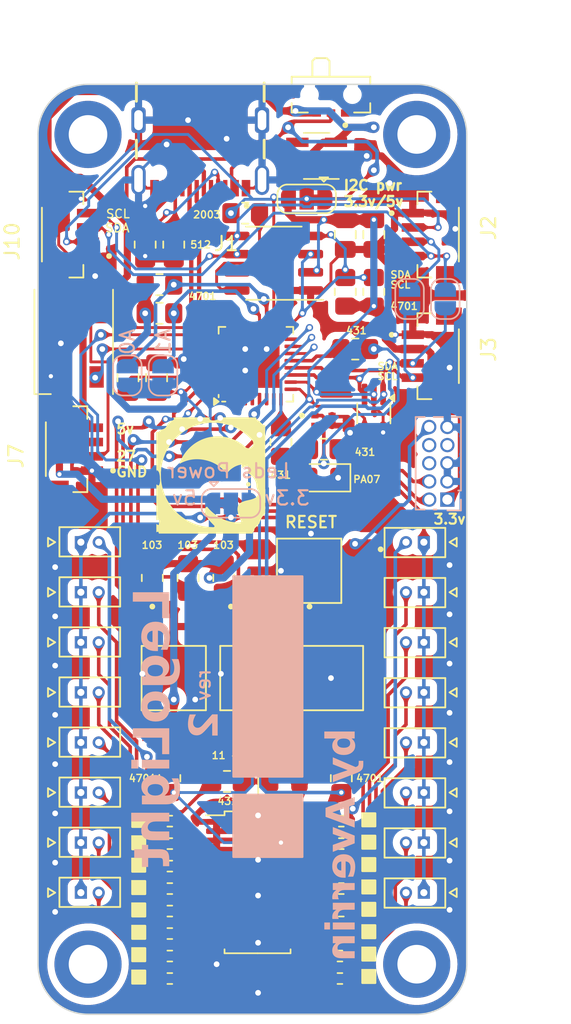
<source format=kicad_pcb>
(kicad_pcb (version 20240108) (generator "pcbnew") (generator_version "8.0")
  (title_block (comment 4 "AISLER Project ID: WOWXGAFH"))
  (layers (0 "F.Cu" signal) (31 "B.Cu" signal) (34 "B.Paste" user) (35 "F.Paste" user) (36 "B.SilkS" user "B.Silkscreen") (37 "F.SilkS" user "F.Silkscreen") (38 "B.Mask" user) (39 "F.Mask" user) (44 "Edge.Cuts" user))
  (net 0 "")
  (net 1 "GND")
  (net 2 "Net-(U3-VDDCORE)")
  (net 3 "/SWDIO")
  (net 4 "/SWCLK")
  (net 8 "/~{RESET}")
  (net 9 "/RX")
  (net 10 "/TX")
  (net 11 "/D-")
  (net 12 "/D+")
  (net 13 "/SDA_INT")
  (net 14 "/SCL_INT")
  (net 15 "+3.3V")
  (net 16 "+5V")
  (net 17 "Net-(D5-A)")
  (net 18 "/A0")
  (net 19 "/A1")
  (net 20 "/RGB")
  (net 21 "/PA27")
  (net 22 "/PA00")
  (net 23 "/PA01")
  (net 24 "/PA02")
  (net 25 "/PA03")
  (net 26 "/PA04")
  (net 27 "/PA05")
  (net 28 "/PA06")
  (net 29 "/STATUS_LED")
  (net 30 "/PA07")
  (net 31 "/PA11")
  (net 32 "/PA14")
  (net 33 "/PA15")
  (net 36 "Net-(J1-CC2)")
  (net 37 "Net-(J1-CC1)")
  (net 39 "Net-(D6-A1)")
  (net 40 "Net-(D6-A2)")
  (net 42 "Net-(J10-Pin_2)")
  (net 43 "/I2C ext/SDA")
  (net 44 "/I2C ext/SCL")
  (net 45 "Net-(U5-EN)")
  (net 46 "/SDA_ext_mcu")
  (net 47 "/SCL_ext_mcu")
  (net 48 "/LED Driver/LED0")
  (net 49 "/LED Driver/LED1")
  (net 50 "/LED Driver/LED2")
  (net 51 "/LED Driver/LED3")
  (net 52 "/LED Driver/LED4")
  (net 53 "/LED Driver/LED5")
  (net 54 "/LED Driver/LED6")
  (net 55 "/LED Driver/LED7")
  (net 56 "/LED Driver/LED8")
  (net 57 "/LED Driver/LED9")
  (net 58 "/LED Driver/LED10")
  (net 59 "/LED Driver/LED11")
  (net 60 "/LED Driver/LED12")
  (net 61 "/LED Driver/LED13")
  (net 62 "/LED Driver/LED14")
  (net 63 "/LED Driver/LED15")
  (net 64 "/LED Driver/LED_PWR")
  (net 65 "Net-(D2-K)")
  (net 67 "Net-(U2-LED0)")
  (net 68 "Net-(U2-LED1)")
  (net 69 "Net-(U2-LED2)")
  (net 70 "Net-(U2-LED3)")
  (net 71 "Net-(U2-LED4)")
  (net 72 "Net-(U2-LED5)")
  (net 73 "Net-(U2-LED6)")
  (net 74 "Net-(U2-LED7)")
  (net 75 "Net-(U2-LED8)")
  (net 76 "Net-(U2-LED9)")
  (net 77 "Net-(U2-LED10)")
  (net 78 "Net-(U2-LED11)")
  (net 79 "Net-(U2-LED12)")
  (net 80 "Net-(U2-LED13)")
  (net 81 "Net-(U2-LED14)")
  (net 82 "Net-(U2-LED15)")
  (net 87 "VBUS")
  (footprint "SnapEDA Library:jst_gh_2p_1.25" (layer "F.Cu") (at 178 116)
    (property "Reference" "J15" (hide yes))
    (property "Value" "Conn_01x02_Socket" (hide yes))
  )
  (footprint "SnapEDA Library:SW_TL3305AF160QG" (layer "F.Cu") (at 195.5 111.5 -90)
    (property "Reference" "BTN3" (hide yes))
    (property "Value" "BTN3")
  )
  (footprint "Package_TO_SOT_SMD:SOT-23-5_HandSoldering" (layer "F.Cu") (at 194.5 75 180)
    (property "Reference" "AP2112K-3.3V2" (hide yes))
    (property "Value" "AP2112K-3.3V")
  )
  (footprint "Resistor_SMD:R_0402_1005Metric_Pad0.72x0.64mm_HandSolder" (layer "F.Cu") (at 196.225 123.0714 180)
    (property "Reference" "R31" (hide yes))
    (property "Value" "430OHM")
  )
  (footprint "SnapEDA Library:jst_gh_2p_1.25" (layer "F.Cu") (at 178 105.5)
    (property "Reference" "J12" (hide yes))
    (property "Value" "Conn_01x02_Socket" (hide yes))
  )
  (footprint "SnapEDA Library:jst_gh_2p_1.25" (layer "F.Cu") (at 202 112.5 180)
    (property "Reference" "J23" (hide yes))
    (property "Value" "Conn_01x02_Socket" (hide yes))
  )
  (footprint "Resistor_SMD:R_0805_2012Metric_Pad1.20x1.40mm_HandSolder" (layer "F.Cu") (at 195 95.5)
    (property "Reference" "R3" (hide yes))
    (property "Value" "430OHM")
  )
  (footprint "Resistor_SMD:R_0402_1005Metric_Pad0.72x0.64mm_HandSolder" (layer "F.Cu") (at 196.1275 132.5 180)
    (property "Reference" "R25" (hide yes))
    (property "Value" "430OHM")
  )
  (footprint "Resistor_SMD:R_0805_2012Metric_Pad1.20x1.40mm_HandSolder" (layer "F.Cu") (at 183.5 86 180)
    (property "Reference" "R17" (hide yes))
    (property "Value" "4K7OHM")
  )
  (footprint "SnapEDA Library:jst_gh_2p_1.25" (layer "F.Cu") (at 178 112.5)
    (property "Reference" "J14" (hide yes))
    (property "Value" "Conn_01x02_Socket" (hide yes))
  )
  (footprint "Resistor_SMD:R_0402_1005Metric_Pad0.72x0.64mm_HandSolder" (layer "F.Cu") (at 196.225 127.7857 180)
    (property "Reference" "R28" (hide yes))
    (property "Value" "430OHM")
  )
  (footprint "Resistor_SMD:R_0402_1005Metric_Pad0.72x0.64mm_HandSolder" (layer "F.Cu") (at 184.225 121.5)
    (property "Reference" "R9" (hide yes))
    (property "Value" "430OHM")
  )
  (footprint "SnapEDA Library:jst_gh_2p_1.25" (layer "F.Cu") (at 178 126.5)
    (property "Reference" "J18" (hide yes))
    (property "Value" "Conn_01x02_Socket" (hide yes))
  )
  (footprint "Resistor_SMD:R_0402_1005Metric_Pad0.72x0.64mm_HandSolder" (layer "F.Cu") (at 184.225 130.9286)
    (property "Reference" "R23" (hide yes))
    (property "Value" "430OHM")
  )
  (footprint "Resistor_SMD:R_0402_1005Metric_Pad0.72x0.64mm_HandSolder" (layer "F.Cu") (at 184.225 126.2143)
    (property "Reference" "R20" (hide yes))
    (property "Value" "430OHM")
  )
  (footprint "Resistor_SMD:R_0805_2012Metric_Pad1.20x1.40mm_HandSolder" (layer "F.Cu") (at 182.5 81.2 90)
    (property "Reference" "R1" (hide yes))
    (property "Value" "5.1KOHM")
  )
  (footprint "Capacitor_SMD:C_0805_2012Metric_Pad1.18x1.45mm_HandSolder" (layer "F.Cu") (at 183.3 90.5 90)
    (property "Reference" "C5" (hide yes))
    (property "Value" "10UF")
  )
  (footprint "Resistor_SMD:R_0402_1005Metric_Pad0.72x0.64mm_HandSolder" (layer "F.Cu") (at 184.225 127.7857)
    (property "Reference" "R21" (hide yes))
    (property "Value" "430OHM")
  )
  (footprint "SnapEDA Library:jst_gh_2p_1.25" (layer "F.Cu") (at 202 105.5 180)
    (property "Reference" "J25" (hide yes))
    (property "Value" "Conn_01x02_Socket" (hide yes))
  )
  (footprint "Resistor_SMD:R_0805_2012Metric_Pad1.20x1.40mm_HandSolder" (layer "F.Cu") (at 196.225 118.5 -90)
    (property "Reference" "R5" (hide yes))
    (property "Value" "4k7ohm")
  )
  (footprint "SnapEDA Library:GCT_USB4105-GF-A" (layer "F.Cu") (at 186.355 72.5 180)
    (property "Reference" "J1")
    (property "Value" "USB4105-GF-A")
  )
  (footprint "SnapEDA Library:jst_gh_2p_1.25" (layer "F.Cu") (at 202 102 180)
    (property "Reference" "J26" (hide yes))
    (property "Value" "Conn_01x02_Socket" (hide yes))
  )
  (footprint "Resistor_SMD:R_0805_2012Metric_Pad1.20x1.40mm_HandSolder" (layer "F.Cu") (at 184.225 118.5 -90)
    (property "Reference" "R2" (hide yes))
    (property "Value" "4k7ohm")
  )
  (footprint "Resistor_SMD:R_0805_2012Metric_Pad1.20x1.40mm_HandSolder" (layer "F.Cu") (at 185.5 104.5 90)
    (property "Reference" "R11" (hide yes))
    (property "Value" "10KOHM")
  )
  (footprint "Resistor_SMD:R_0402_1005Metric_Pad0.72x0.64mm_HandSolder" (layer "F.Cu") (at 196.225 121.5 180)
    (property "Reference" "R32" (hide yes))
    (property "Value" "430OHM")
  )
  (footprint "SnapEDA Library:jst_gh_2p_1.25" (layer "F.Cu") (at 178 119.5)
    (property "Reference" "J16" (hide yes))
    (property "Value" "Conn_01x02_Socket" (hide yes))
  )
  (footprint "SnapEDA Library:SW_TL3305AF160QG" (layer "F.Cu") (at 190 111.5 -90)
    (property "Reference" "BTN2" (hide yes))
    (property "Value" "BTN2")
  )
  (footprint "SnapEDA Library:LED_APHB1608LZGKSURKC" (layer "F.Cu") (at 194.975 93.5)
    (property "Reference" "D6" (hide yes))
    (property "Value" "LED_Dual_AKAK")
  )
  (footprint "Jumper:SolderJumper-3_P1.3mm_Bridged12_RoundedPad1.0x1.5mm" (layer "F.Cu") (at 193.8 78 180)
    (property "Reference" "JP5" (hide yes))
    (property "Value" "Jumper_3_Bridged12")
  )
  (footprint "Capacitor_SMD:C_0805_2012Metric_Pad1.18x1.45mm_HandSolder" (layer "F.Cu") (at 181.3 90.5 -90)
    (property "Reference" "C6" (hide yes))
    (property "Value" "1.0UF")
  )
  (footprint "Resistor_SMD:R_0402_1005Metric_Pad0.72x0.64mm_HandSolder" (layer "F.Cu") (at 196.225 126.2143 180)
    (property "Reference" "R29" (hide yes))
    (property "Value" "430OHM")
  )
  (footprint "Resistor_SMD:R_0805_2012Metric_Pad1.20x1.40mm_HandSolder" (layer "F.Cu") (at 184.5 81.2 -90)
    (property "Reference" "R15" (hide yes))
    (property "Value" "5.1KOHM")
  )
  (footprint "Package_DFN_QFN:QFN-32-1EP_5x5mm_P0.5mm_EP3.3x3.3mm" (layer "F.Cu") (at 190.25 89.5625 90)
    (property "Reference" "U3" (hide yes))
    (property "Value" "ATSAMD21E18A-A")
  )
  (footprint "Resistor_SMD:R_0402_1005Metric_Pad0.72x0.64mm_HandSolder" (layer "F.Cu") (at 196.225 129.3571 180)
    (property "Reference" "R27" (hide yes))
    (property "Value" "430OHM")
  )
  (footprint "Resistor_SMD:R_0805_2012Metric_Pad1.20x1.40mm_HandSolder" (layer "F.Cu") (at 196.5 84.5 90)
    (property "Reference" "R19" (hide yes))
    (property "Value" "4K7OHM")
  )
  (footprint "Resistor_SMD:R_0402_1005Metric_Pad0.72x0.64mm_HandSolder" (layer "F.Cu") (at 196.1275 130.9286 180)
    (property "Reference" "R26" (hide yes))
    (property "Value" "430OHM")
  )
  (footprint "SnapEDA Library:ADAFRUIT_4328" (layer "F.Cu") (at 203 89 -90)
    (property "Reference" "J3")
    (property "Value" "I2C")
  )
  (footprint "Package_SO:SO-8_3.9x4.9mm_P1.27mm" (layer "F.Cu") (at 191.5 82.5 180)
    (property "Reference" "U5" (hide yes))
    (property "Value" "PCA9306D")
  )
  (footprint "SnapEDA Library:jst_gh_2p_1.25" (layer "F.Cu") (at 202 123 180)
    (property "Reference" "J20" (hide yes))
    (property "Value" "Conn_01x02_Socket" (hide yes))
  )
  (footprint "SnapEDA Library:ADAFRUIT_4328" (layer "F.Cu") (at 176.725 80.5 90)
    (property "Reference" "J10")
    (property "Value" "I2C")
  )
  (footprint "Capacitor_SMD:C_0805_2012Metric_Pad1.18x1.45mm_HandSolder" (layer "F.Cu") (at 198.5 80.5 -90)
    (property "Reference" "C3" (hide yes))
    (property "Value" "10UF")
  )
  (footprint "SnapEDA Library:ADAFRUIT_4328" (layer "F.Cu") (at 203 80.5 -90)
    (property "Reference" "J2")
    (property "Value" "I2C")
  )
  (footprint "Resistor_SMD:R_0402_1005Metric_Pad0.72x0.64mm_HandSolder" (layer "F.Cu") (at 184.225 123.0714)
    (property "Reference" "R10" (hide yes))
    (property "Value" "430OHM")
  )
  (footprint "Resistor_SMD:R_0805_2012Metric_Pad1.20x1.40mm_HandSolder" (layer "F.Cu") (at 183.5 84 180)
    (property "Reference" "R13" (hide yes))
    (property "Value" "4K7OHM")
  )
  (footprint "Resistor_SMD:R_0805_2012Metric_Pad1.20x1.40mm_HandSolder" (layer "F.Cu") (at 197.2 88.5 180)
    (property "Reference" "R16" (hide yes))
    (property "Value" "430OHM")
  )
  (footprint "SnapEDA Library:jst_gh_2p_1.25" (layer "F.Cu") (at 178 109)
    (property "Reference" "J13" (hide yes))
    (property "Value" "Conn_01x02_Socket" (hide yes))
  )
  (footprint "Package_SO:TSSOP-28_4.4x9.7mm_P0.65mm" (layer "F.Cu") (at 190.3625 125.775)
    (property "Reference" "U2" (hide yes))
    (property "Value" "PCA9685PW")
  )
  (footprint "LED_SMD:LED_0805_2012Metric_Pad1.15x1.40mm_HandSolder" (layer "F.Cu") (at 192.27 118.725)
    (property "Reference" "D2" (hide yes))
    (property "Value" "BLUE")
  )
  (footprint "SnapEDA Library:SW_TL3305AF160QG" (layer "F.Cu") (at 193.975 104 180)
    (property "Reference" "RESET")
    (property "Value" "TL3305AF160QG")
  )
  (footprint "Resistor_SMD:R_0402_1005Metric_Pad0.72x0.64mm_HandSolder" (layer "F.Cu") (at 184.225 124.6429)
    (property "Reference" "R18" (hide yes))
    (property "Value" "430OHM")
  )
  (footprint "Resistor_SMD:R_0805_2012Metric_Pad1.20x1.40mm_HandSolder" (layer "F.Cu") (at 198.5 84.5 90)
    (property "Reference" "R6" (hide yes))
    (property "Value" "4K7OHM")
  )
  (footprint "SnapEDA Library:jst_gh_2p_1.25" (layer "F.Cu") (at 202 126.5 180)
    (property "Reference" "J19" (hide yes))
    (property "Value" "Conn_01x02_Socket" (hide yes))
  )
  (footprint "Resistor_SMD:R_0402_1005Metric_Pad0.72x0.64mm_HandSolder" (layer "F.Cu") (at 184.225 129.3571)
    (property "Reference" "R22" (hide yes))
    (property "Value" "430OHM")
  )
  (footprint "LED_SMD:LED_SK6812_PLCC4_5.0x5.0mm_P3.2mm" (layer "F.Cu") (at 177.5 88 -90)
    (property "Reference" "D1" (hide yes))
    (property "Value" "SK6812")
  )
  (footprint "LED_SMD:LED_0805_2012Metric_Pad1.15x1.40mm_HandSolder" (layer "F.Cu") (at 195 97.5 180)
    (property "Reference" "D5" (hide yes))
    (property "Value" "BLUE")
  )
  (footprint "Resistor_SMD:R_0805_2012Metric_Pad1.20x1.40mm_HandSolder" (layer "F.Cu") (at 188 104.5 90)
    (property "Reference" "R12" (hide yes))
    (property "Value" "10KOHM")
  )
  (footprint "MountingHole:MountingHole_2.7mm_M2.5_DIN965_Pad" (layer "F.Cu") (at 201.5 73.5)
    (property "Reference" "H1" (hide yes))
    (property "Value" "MountingHole")
  )
  (footprint "Resistor_SMD:R_0805_2012Metric_Pad1.20x1.40mm_HandSolder" (layer "F.Cu") (at 188.225 118.725 180)
    (property "Reference" "R8" (hide yes))
    (property "Value" "430OHM")
  )
  (footprint "MountingHole:MountingHole_2.7mm_M2.5_DIN965_Pad" (layer "F.Cu") (at 178.5 73.5)
    (property "Reference" "H2" (hide yes))
    (property "Value" "MountingHole")
  )
  (footprint "Resistor_SMD:R_0402_1005Metric_Pad0.72x0.64mm_HandSolder" (layer "F.Cu") (at 184.225 132.5)
    (property "Reference" "R24" (hide yes))
    (property "Value" "430OHM")
  )
  (footprint "SnapEDA Library:ADAFRUIT_4328" (layer "F.Cu") (at 177 95.5 90)
    (property "Reference" "J7")
    (property "Value" "LED_EXT")
  )
  (footprint "SnapEDA Library:jst_gh_2p_1.25" (layer "F.Cu") (at 178 102)
    (property "Reference" "J11" (hide yes))
    (property "Value" "Conn_01x02_Socket" (hide yes))
  )
  (footprint "Capacitor_SMD:C_0805_2012Metric_Pad1.18x1.45mm_HandSolder" (layer "F.Cu") (at 196.5 80.5 -90)
    (property "Reference" "C4" (hide yes))
    (property "Value" "1.0UF")
  )
  (footprint "MountingHole:MountingHole_2.7mm_M2.5_DIN965_Pad" (layer "F.Cu") (at 178.5 131.5)
    (property "Reference" "H3" (hide yes))
    (property "Value" "MountingHole")
  )
  (footprint "Package_TO_SOT_SMD:SOT-353_SC-70-5_Handsoldering" (layer "F.Cu") (at 198.5 93 -90)
    (property "Reference" "U1" (hide yes))
    (property "Value" "24LC01BT-I_OT")
  )
  (footprint "SnapEDA Library:SW_SSAJ110100" (layer "F.Cu") (at 195.5 70.72 180)
    (property "Reference" "S2" (hide yes))
    (property "Value" "SSAJ110100")
  )
  (footprint "SnapEDA Library:jst_gh_2p_1.25" (layer "F.Cu") (at 202 119.5 180)
    (property "Reference" "J21" (hide yes))
    (property "Value" "Conn_01x02_Socket" (hide yes))
  )
  (footprint "SnapEDA Library:jst_gh_2p_1.25" (layer "F.Cu") (at 202 109 180)
    (property "Reference" "J24" (hide yes))
    (property "Value" "Conn_01x02_Socket" (hide yes))
  )
  (footprint "Resistor_SMD:R_0805_2012Metric_Pad1.20x1.40mm_HandSolder" (layer "F.Cu") (at 183 104.5 90)
    (property "Reference" "R7" (hide yes))
    (property "Value" "10KOHM")
  )
  (footprint "MountingHole:MountingHole_2.7mm_M2.5_DIN965_Pad" (layer "F.Cu") (at 201.5 131.5)
    (property "Reference" "H4" (hide yes))
    (property "Value" "MountingHole")
  )
  (footprint "SnapEDA Library:jst_gh_2p_1.25" (layer "F.Cu") (at 202 116 180)
    (property "Reference" "J22" (hide yes))
    (property "Value" "Conn_01x02_Socket" (hide yes))
  )
  (footprint "Resistor_SMD:R_0402_1005Metric_Pad0.72x0.64mm_HandSolder" (layer "F.Cu") (at 196.225 124.6429 180)
    (property "Reference" "R30" (hide yes))
    (property "Value" "430OHM")
  )
  (footprint "Resistor_SMD:R_0805_2012Metric_Pad1.20x1.40mm_HandSolder" (layer "F.Cu") (at 192 95 90)
    (property "Reference" "R14" (hide yes))
    (property "Value" "430OHM")
  )
  (footprint "SnapEDA Library:jst_gh_2p_1.25" (layer "F.Cu") (at 178 123)
    (property "Reference" "J17" (hide yes))
    (property "Value" "Conn_01x02_Socket" (hide yes))
  )
  (footprint "Resistor_SMD:R_0805_2012Metric_Pad1.20x1.40mm_HandSolder" (layer "F.Cu") (at 189.5 79 180)
    (property "Reference" "R4" (hide yes))
    (property "Value" "200KOHM")
  )
  (footprint "SnapEDA Library:SW_TL3305AF160QG" (layer "F.Cu") (at 184.5 111.5 -90)
    (property "Reference" "BTN1" (hide yes))
    (property "Value" "BTN1")
  )
  (footprint "Jumper:SolderJumper-2_P1.3mm_Open_RoundedPad1.0x1.5mm" (layer "B.Cu") (at 201 85 -90)
    (property "Reference" "JP1" (hide yes))
    (property "Value" "A1")
  )
  (footprint "Connector_PinSocket_1.27mm:PinSocket_2x05_P1.27mm_Vertical" (layer "B.Cu") (at 203.645 99.025)
    (property "Reference" "J4" (hide yes))
    (property "Value" "SWD" (hide yes))
  )
  (footprint "Jumper:SolderJumper-2_P1.3mm_Open_RoundedPad1.0x1.5mm" (layer "B.Cu") (at 183.75 90.35 90)
    (property "Reference" "JP7" (hide yes))
    (property "Value" "A1")
  )
  (footprint "Jumper:SolderJumper-2_P1.3mm_Open_RoundedPad1.0x1.5mm" (layer "B.Cu") (at 203.5 85 -90)
    (property "Reference" "JP4" (hide yes))
    (property "Value" "A1")
  )
  (footprint "Jumper:SolderJumper-2_P1.3mm_Open_RoundedPad1.0x1.5mm" (layer "B.Cu") (at 181.25 90.35 90)
    (property "Reference" "JP6" (hide yes))
    (property "Value" "A0")
  )
  (footprint "Jumper:SolderJumper-3_P1.3mm_Bridged12_RoundedPad1.0x1.5mm" (layer "B.Cu") (at 188.5 99.285)
    (property "Reference" "JP2" (hide yes))
    (property "Value" "Jumper_3_Bridged12")
  )
  (gr_rect (start 188.674 104.3912) (end 193.5 118.3866) (stroke (width 0.15)) (fill solid) (layer "B.SilkS"))
  (gr_rect (start 188.674 119.6566) (end 193.5 124) (stroke (width 0.15)) (fill solid) (layer "B.SilkS"))
  (gr_rect (start 197.7 125.65) (end 198.6 126.55) (stroke (width 0.15)) (fill solid) (layer "F.SilkS"))
  (gr_rect (start 197.7 124.085715) (end 198.6 124.985715) (stroke (width 0.15)) (fill solid) (layer "F.SilkS"))
  (gr_rect (start 181.6 125.692855) (end 182.5 126.592855) (stroke (width 0.15)) (fill solid) (layer "F.SilkS"))
  (gr_rect (start 181.6 122.564285) (end 182.5 123.464285) (stroke (width 0.15)) (fill solid) (layer "F.SilkS"))
  (gr_rect (start 197.7 131.907145) (end 198.6 132.807145) (stroke (width 0.15)) (fill solid) (layer "F.SilkS"))
  (gr_rect (start 181.6 128.821425) (end 182.5 129.721425) (stroke (width 0.15)) (fill solid) (layer "F.SilkS"))
  (gr_poly (pts (xy 190.276691 93.275098) (xy 190.276271 93.28538) (xy 190.276168 93.295558) (xy 190.276377 93.305636) (xy 190.276892 93.315619) (xy 190.277707 93.32551) (xy 190.278818 93.335312) (xy 190.280218 93.345029) (xy 190.281902 93.354667) (xy 190.283864 93.364228) (xy 190.286099 93.373717) (xy 190.288601 93.383136) (xy 190.291365 93.392491) (xy 190.294385 93.401785) (xy 190.297656 93.411021) (xy 190.301171 93.420204) (xy 190.304926 93.429338) (xy 190.305205 93.429961) (xy 190.30551 93.430577) (xy 190.306193 93.431786) (xy 190.306966 93.432968) (xy 190.307821 93.434122) (xy 190.308751 93.435247) (xy 190.309746 93.436344) (xy 190.310799 93.437413) (xy 190.311903 93.438455) (xy 190.313048 93.43947) (xy 190.314227 93.440457) (xy 190.315432 93.441418) (xy 190.316655 93.442351) (xy 190.319121 93.444138) (xy 190.32156 93.445819) (xy 190.369071 93.47788) (xy 190.393001 93.49364) (xy 190.405047 93.501391) (xy 190.417161 93.509032) (xy 190.462737 93.53837) (xy 190.485099 93.553519) (xy 190.507146 93.569024) (xy 190.528853 93.584912) (xy 190.550196 93.601211) (xy 190.57115 93.617947) (xy 190.591692 93.635149) (xy 190.611796 93.652842) (xy 190.631439 93.671054) (xy 190.650596 93.689814) (xy 190.669243 93.709147) (xy 190.687357 93.72908) (xy 190.704911 93.749642) (xy 190.721883 93.77086) (xy 190.738248 93.79276) (xy 190.741236 93.796702) (xy 190.744299 93.800339) (xy 190.747441 93.803669) (xy 190.749046 93.80522) (xy 190.750674 93.806693) (xy 190.752325 93.80809) (xy 190.754002 93.80941) (xy 190.755705 93.810654) (xy 190.757436 93.81182) (xy 190.759194 93.81291) (xy 190.760981 93.813923) (xy 190.762798 93.814858) (xy 190.764646 93.815717) (xy 190.766527 93.816499) (xy 190.76844 93.817203) (xy 190.770387 93.81783) (xy 190.772368 93.81838) (xy 190.774386 93.818853) (xy 190.776441 93.819248) (xy 190.778533 93.819566) (xy 190.780664 93.819808) (xy 190.782834 93.819971) (xy 190.785046 93.820057) (xy 190.787299 93.820064) (xy 190.789594 93.819995) (xy 190.791934 93.819848) (xy 190.794318 93.819623) (xy 190.796747 93.819321) (xy 190.799223 93.818941) (xy 190.811883 93.816904) (xy 190.824567 93.815011) (xy 190.849987 93.811534) (xy 190.900887 93.804931) (xy 190.898431 100.047534) (xy 190.893013 100.047876) (xy 190.887759 100.048437) (xy 190.882665 100.049213) (xy 190.877724 100.050203) (xy 190.87293 100.051402) (xy 190.868277 100.052807) (xy 190.863759 100.054415) (xy 190.859369 100.056223) (xy 190.855101 100.058227) (xy 190.85095 100.060424) (xy 190.84691 100.06281) (xy 190.842973 100.065383) (xy 190.839135 100.068139) (xy 190.835389 100.071075) (xy 190.831728 100.074186) (xy 190.828148 100.077472) (xy 190.81518 100.089501) (xy 190.80202 100.101371) (xy 190.788891 100.113278) (xy 190.776019 100.12542) (xy 190.769749 100.131641) (xy 190.763626 100.137996) (xy 190.75768 100.144508) (xy 190.751937 100.151203) (xy 190.746426 100.158105) (xy 190.741176 100.165239) (xy 190.736213 100.17263) (xy 190.731565 100.180302) (xy 190.726119 100.189386) (xy 190.720362 100.19825) (xy 190.71435 100.206934) (xy 190.708137 100.215476) (xy 190.682373 100.249028) (xy 190.669707 100.265986) (xy 190.66362 100.274649) (xy 190.657768 100.283489) (xy 190.652208 100.292543) (xy 190.646993 100.301852) (xy 190.642179 100.311455) (xy 190.637819 100.321392) (xy 190.619653 100.364187) (xy 190.600562 100.406607) (xy 190.561891 100.491251) (xy 190.543456 100.533941) (xy 190.526385 100.577187) (xy 190.51854 100.599092) (xy 190.51125 100.621223) (xy 190.504587 100.64361) (xy 190.498623 100.666282) (xy 190.498132 100.66816) (xy 190.497581 100.670036) (xy 190.496972 100.671906) (xy 190.496308 100.673769) (xy 190.495591 100.675623) (xy 190.494825 100.677465) (xy 190.494009 100.679292) (xy 190.493149 100.681102) (xy 190.492245 100.682893) (xy 190.4913 100.684662) (xy 190.490317 100.686406) (xy 190.489297 100.688124) (xy 190.488244 100.689812) (xy 190.48716 100.691469) (xy 190.486048 100.693091) (xy 190.484908 100.694677) (xy 190.46987 100.714719) (xy 190.45447 100.734444) (xy 190.438732 100.753871) (xy 190.422681 100.77302) (xy 190.389734 100.810554) (xy 190.355823 100.847198) (xy 190.32114 100.8831) (xy 190.285879 100.918412) (xy 190.214392 100.987862) (xy 190.206025 100.996065) (xy 190.198062 101.004234) (xy 190.190518 101.012405) (xy 190.183413 101.020614) (xy 190.176761 101.028899) (xy 190.170579 101.037294) (xy 190.164885 101.045837) (xy 190.159695 101.054564) (xy 190.155025 101.063511) (xy 190.150893 101.072714) (xy 190.147314 101.082209) (xy 190.144306 101.092034) (xy 190.141886 101.102224) (xy 190.14007 101.112815) (xy 190.138875 101.123844) (xy 190.138317 101.135348) (xy 190.13791 101.145263) (xy 190.137087 101.155026) (xy 190.135841 101.164635) (xy 190.13417 101.174085) (xy 190.132068 101.183375) (xy 190.129531 101.1925) (xy 190.126557 101.201457) (xy 190.123138 101.210243) (xy 190.119273 101.218854) (xy 190.114956 101.227287) (xy 190.110183 101.235539) (xy 190.104951 101.243606) (xy 190.099254 101.251485) (xy 190.093089 101.259172) (xy 190.086451 101.266664) (xy 190.079336 101.273959) (xy 190.073444 101.27991) (xy 190.070556 101.282973) (xy 190.067711 101.286092) (xy 190.064913 101.289265) (xy 190.062167 101.292489) (xy 190.059476 101.295764) (xy 190.056844 101.299086) (xy 190.054274 101.302454) (xy 190.051771 101.305866) (xy 190.049338 101.309321) (xy 190.04698 101.312815) (xy 190.0447 101.316348) (xy 190.042502 101.319917) (xy 190.040389 101.32352) (xy 190.038367 101.327156) (xy 190.033736 101.335644) (xy 190.031439 101.339953) (xy 190.029222 101.344308) (xy 190.027137 101.348711) (xy 190.025236 101.353167) (xy 190.023572 101.357676) (xy 190.022196 101.362242) (xy 190.021159 101.366868) (xy 190.020784 101.369203) (xy 190.020514 101.371554) (xy 190.020354 101.373922) (xy 190.020312 101.376306) (xy 190.020393 101.378706) (xy 190.020604 101.381124) (xy 190.020953 101.383559) (xy 190.021444 101.386011) (xy 190.022085 101.388482) (xy 190.022882 101.390971) (xy 190.023842 101.393479) (xy 190.024971 101.396006) (xy 190.026275 101.398551) (xy 190.027761 101.401116) (xy 183.459003 101.399064) (xy 183.457276 101.396076) (xy 183.455699 101.393072) (xy 183.452956 101.387018) (xy 183.450702 101.380913) (xy 183.448865 101.374767) (xy 183.447372 101.368593) (xy 183.44615 101.362402) (xy 183.444229 101.350012) (xy 183.44252 101.337689) (xy 183.441564 101.331579) (xy 183.440444 101.325521) (xy 183.439085 101.319524) (xy 183.437417 101.3136) (xy 183.435366 101.30776) (xy 183.43286 101.302015) (xy 183.43085 101.298001) (xy 183.428801 101.294217) (xy 183.426693 101.290682) (xy 183.424504 101.287415) (xy 183.422214 101.284435) (xy 183.421025 101.283058) (xy 183.419801 101.28176) (xy 183.418542 101.280543) (xy 183.417245 101.27941) (xy 183.415907 101.278363) (xy 183.414524 101.277404) (xy 183.413096 101.276535) (xy 183.411618 101.275759) (xy 183.410089 101.275078) (xy 183.408506 101.274495) (xy 183.406865 101.274012) (xy 183.405165 101.273631) (xy 183.403404 101.273355) (xy 183.401577 101.273187) (xy 183.399683 101.273127) (xy 183.397719 101.27318) (xy 183.395682 101.273346) (xy 183.393571 101.273629) (xy 183.391381 101.27403) (xy 183.389111 101.274554) (xy 183.386758 101.2752) (xy 183.384319 101.275972) (xy 183.382261 101.276607) (xy 183.380172 101.277147) (xy 183.378055 101.2776) (xy 183.375914 101.27798) (xy 183.373751 101.278295) (xy 183.37157 101.278556) (xy 183.367167 101.278961) (xy 183.358291 101.279601) (xy 183.35387 101.280007) (xy 183.351675 101.280269) (xy 183.349495 101.280585) (xy 183.337921 101.282495) (xy 183.332216 101.283573) (xy 183.326614 101.2848) (xy 183.321153 101.286227) (xy 183.315869 101.287905) (xy 183.3108 101.289886) (xy 183.305981 101.292219) (xy 183.303677 101.293533) (xy 183.30145 101.294955) (xy 183.299304 101.296491) (xy 183.297244 101.298146) (xy 183.295274 101.299928) (xy 183.293399 101.301842) (xy 183.291624 101.303896) (xy 183.289953 101.306094) (xy 183.288391 101.308445) (xy 183.286942 101.310953) (xy 183.285611 101.313626) (xy 183.284403 101.31647) (xy 183.283322 101.319491) (xy 183.282372 101.322695) (xy 183.28156 101.326089) (xy 183.280888 101.329679) (xy 183.28107 101.02359) (xy 183.282344 100.716198) (xy 183.282729 100.716609) (xy 183.283098 100.717043) (xy 183.283789 100.717979) (xy 183.284426 100.718989) (xy 183.285021 100.720059) (xy 183.285581 100.721174) (xy 183.286118 100.722317) (xy 183.287159 100.724628) (xy 183.287682 100.725766) (xy 183.28822 100.72687) (xy 183.288783 100.727927) (xy 183.28938 100.728918) (xy 183.290022 100.729832) (xy 183.290362 100.730254) (xy 183.290717 100.73065) (xy 183.291088 100.731019) (xy 183.291476 100.731359) (xy 183.291883 100.731666) (xy 183.292309 100.731941) (xy 183.319778 100.748294) (xy 183.347357 100.764491) (xy 183.361268 100.77234) (xy 183.375303 100.779923) (xy 183.389495 100.787162) (xy 183.403875 100.79398) (xy 183.405897 100.79484) (xy 183.407915 100.795581) (xy 183.409926 100.796205) (xy 183.411927 100.796713) (xy 183.413915 100.797105) (xy 183.415887 100.797383) (xy 183.417842 100.797547) (xy 183.419774 100.797599) (xy 183.421683 100.79754) (xy 183.423565 100.797371) (xy 183.425417 100.797092) (xy 183.427236 100.796705) (xy 183.42902 100.796211) (xy 183.430766 100.795611) (xy 183.43247 100.794905) (xy 183.434131 100.794095) (xy 183.435745 100.793183) (xy 183.437309 100.792167) (xy 183.438821 100.791051) (xy 183.440277 100.789835) (xy 183.441675 100.78852) (xy 183.443012 100.787106) (xy 183.444285 100.785596) (xy 183.445491 100.783989) (xy 183.446628 100.782288) (xy 183.447693 100.780493) (xy 183.448683 100.778604) (xy 183.449594 100.776624) (xy 183.450425 100.774553) (xy 183.451171 100.772392) (xy 183.451831 100.770142) (xy 183.452402 100.767804) (xy 183.458975 100.734954) (xy 183.46431 100.701974) (xy 183.468522 100.668879) (xy 183.47172 100.635686) (xy 183.474018 100.60241) (xy 183.475527 100.569067) (xy 183.47636 100.535673) (xy 183.476627 100.502243) (xy 183.476549 100.499686) (xy 183.476318 100.49711) (xy 183.475946 100.494521) (xy 183.475442 100.491922) (xy 183.474816 100.489319) (xy 183.47408 100.486715) (xy 183.473243 100.484116) (xy 183.472316 100.481526) (xy 183.47131 100.478949) (xy 183.470234 100.47639) (xy 183.467916 100.471345) (xy 183.465445 100.466427) (xy 183.462905 100.461672) (xy 183.46098 100.458248) (xy 183.459046 100.455004) (xy 183.4571 100.45194) (xy 183.455137 100.449053) (xy 183.453156 100.446344) (xy 183.451154 100.443811) (xy 183.449127 100.441453) (xy 183.447072 100.43927) (xy 183.444987 100.437259) (xy 183.442868 100.435421) (xy 183.440712 100.433754) (xy 183.438517 100.432257) (xy 183.436279 100.43093) (xy 183.433995 100.42977) (xy 183.431663 100.428778) (xy 183.429278 100.427952) (xy 183.426839 100.427291) (xy 183.424341 100.426795) (xy 183.421783 100.426461) (xy 183.419161 100.42629) (xy 183.416472 100.42628) (xy 183.413714 100.426431) (xy 183.410882 100.42674) (xy 183.407974 100.427208) (xy 183.404987 100.427832) (xy 183.401919 100.428614) (xy 183.398765 100.42955) (xy 183.395523 100.43064) (xy 183.39219 100.431884) (xy 183.388763 100.433279) (xy 183.385239 100.434827) (xy 183.381615 100.436523) (xy 183.373826 100.440154) (xy 183.369895 100.441871) (xy 183.365941 100.4435) (xy 183.361966 100.445028) (xy 183.35797 100.446437) (xy 183.353955 100.447713) (xy 183.349923 100.448841) (xy 183.345873 100.449804) (xy 183.341808 100.450586) (xy 183.337728 100.451174) (xy 183.333635 100.451549) (xy 183.329531 100.451698) (xy 183.325415 100.451605) (xy 183.32129 100.451253) (xy 183.317156 100.450628) (xy 183.315196 100.450304) (xy 183.313318 100.450069) (xy 183.31152 100.449923) (xy 183.309798 100.449862) (xy 183.30815 100.449884) (xy 183.306572 100.449987) (xy 183.305061 100.450167) (xy 183.303616 100.450422) (xy 183.302233 100.450751) (xy 183.300909 100.451149) (xy 183.29964 100.451615) (xy 183.298426 100.452145) (xy 183.297261 100.452738) (xy 183.296145 100.453391) (xy 183.295073 100.4541) (xy 183.294042 100.454865) (xy 183.293051 100.455681) (xy 183.292096 100.456547) (xy 183.290282 100.458417) (xy 183.288577 100.460455) (xy 183.286959 100.462639) (xy 183.285404 100.464949) (xy 183.283889 100.467364) (xy 183.280888 100.472429) (xy 183.282677 97.976685) (xy 183.285978 97.975919) (xy 183.289214 97.97529) (xy 183.292387 97.974799) (xy 183.295498 97.974441) (xy 183.29855 97.974214) (xy 183.301542 97.974116) (xy 183.304476 97.974143) (xy 183.307355 97.974293) (xy 183.310178 97.974564) (xy 183.312947 97.974953) (xy 183.315665 97.975456) (xy 183.318331 97.976073) (xy 183.323516 97.977632) (xy 183.328512 97.979609) (xy 183.33333 97.981984) (xy 183.337982 97.984734) (xy 183.342477 97.987839) (xy 183.346826 97.991277) (xy 183.35104 97.995028) (xy 183.355128 97.999069) (xy 183.359103 98.00338) (xy 183.362974 98.007939) (xy 183.363603 98.008669) (xy 183.36427 98.009369) (xy 183.36497 98.010041) (xy 183.365701 98.010688) (xy 183.366458 98.011314) (xy 183.367238 98.011922) (xy 183.368036 98.012514) (xy 183.368851 98.013093) (xy 183.370513 98.014223) (xy 183.372194 98.015334) (xy 183.373864 98.016451) (xy 183.375495 98.017595) (xy 183.379096 98.020125) (xy 183.382658 98.022451) (xy 183.386183 98.024574) (xy 183.38967 98.026494) (xy 183.393118 98.02821) (xy 183.396528 98.029722) (xy 183.399899 98.031031) (xy 183.40323 98.032136) (xy 183.406521 98.033037) (xy 183.409773 98.033733) (xy 183.412985 98.034225) (xy 183.416157 98.034513) (xy 183.419288 98.034597) (xy 183.422377 98.034476) (xy 183.425426 98.03415) (xy 183.428433 98.033619) (xy 183.431398 98.032883) (xy 183.434321 98.031943) (xy 183.437201 98.030797) (xy 183.440039 98.029446) (xy 183.442834 98.027889) (xy 183.445586 98.026128) (xy 183.448294 98.02416) (xy 183.450958 98.021987) (xy 183.453578 98.019608) (xy 183.456154 98.017023) (xy 183.458685 98.014232) (xy 183.461171 98.011235) (xy 183.463611 98.008031) (xy 183.466007 98.004621) (xy 183.468356 98.001005) (xy 183.470659 97.997181) (xy 183.477252 97.985513) (xy 183.483519 97.973696) (xy 183.489404 97.961711) (xy 183.492185 97.955649) (xy 183.494849 97.949538) (xy 183.497388 97.943375) (xy 183.499796 97.937157) (xy 183.502065 97.930883) (xy 183.504189 97.92455) (xy 183.50616 97.918155) (xy 183.507971 97.911695) (xy 183.509614 97.90517) (xy 183.511083 97.898574) (xy 183.518808 97.861217) (xy 183.526086 97.823845) (xy 183.5324 97.786412) (xy 183.535032 97.767659) (xy 183.537227 97.748873) (xy 183.538921 97.730049) (xy 183.540048 97.711181) (xy 183.540544 97.692264) (xy 183.540344 97.673292) (xy 183.539382 97.654259) (xy 183.537593 97.63516) (xy 183.534914 97.615988) (xy 183.531277 97.596738) (xy 183.530282 97.591709) (xy 183.529437 97.58664) (xy 183.528732 97.581536) (xy 183.528157 97.5764) (xy 183.527349 97.566051) (xy 183.52693 97.555626) (xy 183.526812 97.545158) (xy 183.52691 97.534678) (xy 183.527412 97.513814) (xy 183.527714 97.49135) (xy 183.527479 97.468971) (xy 183.526727 97.446672) (xy 183.525476 97.424448) (xy 183.521564 97.380208) (xy 183.515905 97.336212) (xy 183.508661 97.292418) (xy 183.499995 97.248788) (xy 183.490067 97.205285) (xy 183.479041 97.161866) (xy 183.47834 97.159505) (xy 183.600672 97.159505) (xy 183.600924 97.173922) (xy 183.602246 97.228781) (xy 183.602834 97.283637) (xy 183.603459 97.393365) (xy 183.604317 97.44825) (xy 183.606089 97.503158) (xy 183.609183 97.558093) (xy 183.614013 97.613063) (xy 183.627378 97.738614) (xy 183.635031 97.801229) (xy 183.639369 97.832398) (xy 183.644151 97.863438) (xy 183.652106 97.910378) (xy 183.660697 97.957214) (xy 183.669901 98.003953) (xy 183.679694 98.050598) (xy 183.690054 98.097152) (xy 183.700958 98.143622) (xy 183.712383 98.190009) (xy 183.724304 98.23632) (xy 183.744404 98.309716) (xy 183.765965 98.382563) (xy 183.78897 98.454863) (xy 183.813405 98.526615) (xy 183.839254 98.59782) (xy 183.866502 98.66848) (xy 183.895133 98.738595) (xy 183.925133 98.808167) (xy 183.95471 98.873044) (xy 183.98571 98.937267) (xy 184.018119 99.000805) (xy 184.051919 99.063628) (xy 184.087095 99.125705) (xy 184.123629 99.187005) (xy 184.161508 99.247497) (xy 184.200714 99.307151) (xy 184.235943 99.358796) (xy 184.271846 99.409964) (xy 184.30848 99.460609) (xy 184.345903 99.510688) (xy 184.384173 99.560157) (xy 184.423349 99.608971) (xy 184.463489 99.657087) (xy 184.50465 99.70446) (xy 184.547778 99.752328) (xy 184.591569 99.799455) (xy 184.636041 99.845843) (xy 184.681215 99.891495) (xy 184.727108 99.936412) (xy 184.773738 99.980595) (xy 184.821125 100.024049) (xy 184.869288 100.066772) (xy 184.907187 100.099359) (xy 184.945532 100.131375) (xy 184.984322 100.162804) (xy 185.023556 100.193633) (xy 185.063234 100.223846) (xy 185.103358 100.253432) (xy 185.143926 100.282374) (xy 185.184938 100.31066) (xy 185.238828 100.346516) (xy 185.293305 100.381419) (xy 185.348369 100.415375) (xy 185.404018 100.448385) (xy 185.460252 100.480454) (xy 185.51707 100.511585) (xy 185.574471 100.541781) (xy 185.632455 100.571046) (xy 185.710963 100.608757) (xy 185.79014 100.644587) (xy 185.870004 100.678501) (xy 185.950575 100.710461) (xy 186.031872 100.740432) (xy 186.113913 100.768377) (xy 186.196718 100.79426) (xy 186.280305 100.818043) (xy 186.340212 100.833848) (xy 186.40031 100.848826) (xy 186.46062 100.862875) (xy 186.52116 100.87589) (xy 186.58195 100.887768) (xy 186.643008 100.898404) (xy 186.704354 100.907696) (xy 186.766007 100.915538) (xy 186.860239 100.925451) (xy 186.954558 100.933683) (xy 187.048981 100.940354) (xy 187.143524 100.945586) (xy 187.184805 100.946957) (xy 187.195116 100.947581) (xy 187.205437 100.948546) (xy 187.210604 100.949192) (xy 187.215775 100.949966) (xy 187.220952 100.950883) (xy 187.226134 100.951956) (xy 187.232045 100.953108) (xy 187.237987 100.953947) (xy 187.24395 100.954481) (xy 187.249924 100.954724) (xy 187.255898 100.954685) (xy 187.261863 100.954377) (xy 187.267808 100.953812) (xy 187.273723 100.952999) (xy 187.279597 100.951951) (xy 187.28542 100.950679) (xy 187.291182 100.949194) (xy 187.296873 100.947507) (xy 187.302481 100.94563) (xy 187.307998 100.943574) (xy 187.313413 100.94135) (xy 187.318714 100.938969) (xy 187.322042 100.937282) (xy 187.325208 100.935413) (xy 187.328207 100.93337) (xy 187.331035 100.93116) (xy 187.333686 100.92879) (xy 187.336156 100.926268) (xy 187.338439 100.9236) (xy 187.340531 100.920794) (xy 187.342426 100.917856) (xy 187.344121 100.914794) (xy 187.345608 100.911615) (xy 187.346885 100.908326) (xy 187.347945 100.904933) (xy 187.348784 100.901445) (xy 187.349397 100.897867) (xy 187.349778 100.894208) (xy 187.349923 100.890474) (xy 187.349827 100.886672) (xy 187.349485 100.88281) (xy 187.348892 100.878894) (xy 187.348042 100.874932) (xy 187.346932 100.870931) (xy 187.345556 100.866897) (xy 187.343908 100.862838) (xy 187.341985 100.85876) (xy 187.33978 100.854672) (xy 187.33729 100.85058) (xy 187.334509 100.846491) (xy 187.331432 100.842413) (xy 187.328054 100.838351) (xy 187.324371 100.834314) (xy 187.320376 100.830309) (xy 187.244132 100.755952) (xy 187.169448 100.680273) (xy 187.0968 100.602886) (xy 187.061391 100.563432) (xy 187.026668 100.523408) (xy 186.992694 100.482764) (xy 186.959526 100.441453) (xy 186.927227 100.399427) (xy 186.895853 100.356637) (xy 186.865467 100.313036) (xy 186.836126 100.268575) (xy 186.807891 100.223207) (xy 186.780821 100.176882) (xy 186.758682 100.136577) (xy 186.737853 100.095809) (xy 186.728036 100.075211) (xy 186.718676 100.054451) (xy 186.709815 100.033512) (xy 186.701497 100.012379) (xy 186.693764 99.991034) (xy 186.686659 99.969463) (xy 186.680226 99.94765) (xy 186.674507 99.925578) (xy 186.669545 99.903233) (xy 186.665383 99.880598) (xy 186.662065 99.857657) (xy 186.659633 99.834395) (xy 186.658286 99.812433) (xy 186.657998 99.790904) (xy 186.658789 99.769817) (xy 186.660681 99.749179) (xy 186.663695 99.728998) (xy 186.667853 99.709282) (xy 186.673175 99.690038) (xy 186.679682 99.671275) (xy 186.687395 99.653) (xy 186.696337 99.63522) (xy 186.706527 99.617945) (xy 186.717988 99.60118) (xy 186.73074 99.584934) (xy 186.744805 99.569216) (xy 186.760203 99.554031) (xy 186.776956 99.53939) (xy 186.783532 99.534157) (xy 186.789665 99.529692) (xy 186.792582 99.527748) (xy 186.795409 99.525996) (xy 186.798152 99.524438) (xy 186.800817 99.523071) (xy 186.803412 99.521898) (xy 186.805942 99.520918) (xy 186.808416 99.520132) (xy 186.810839 99.519539) (xy 186.813217 99.51914) (xy 186.815559 99.518936) (xy 186.817869 99.518925) (xy 186.820157 99.51911) (xy 186.822426 99.519488) (xy 186.824685 99.520062) (xy 186.82694 99.520831) (xy 186.829197 99.521795) (xy 186.831464 99.522955) (xy 186.833747 99.52431) (xy 186.836052 99.525862) (xy 186.838387 99.52761) (xy 186.840758 99.529554) (xy 186.843172 99.531695) (xy 186.848154 99.536567) (xy 186.853386 99.542228) (xy 186.858923 99.548679) (xy 186.91268 99.614548) (xy 186.92625 99.630893) (xy 186.940031 99.647038) (xy 186.9541 99.662907) (xy 186.968535 99.678426) (xy 187.041397 99.752688) (xy 187.116114 99.824832) (xy 187.192838 99.894775) (xy 187.271715 99.962437) (xy 187.312008 99.995387) (xy 187.352895 100.027736) (xy 187.394394 100.059473) (xy 187.436524 100.09059) (xy 187.479304 100.121075) (xy 187.522752 100.150917) (xy 187.566886 100.180109) (xy 187.611727 100.208637) (xy 187.664073 100.240611) (xy 187.717011 100.271421) (xy 187.77055 100.301048) (xy 187.824703 100.329472) (xy 187.879479 100.356675) (xy 187.934891 100.382637) (xy 187.990949 100.40734) (xy 188.047665 100.430764) (xy 188.089952 100.447383) (xy 188.132437 100.463485) (xy 188.17513 100.478978) (xy 188.218043 100.49377) (xy 188.261187 100.50777) (xy 188.304573 100.520885) (xy 188.348212 100.533024) (xy 188.392116 100.544094) (xy 188.453277 100.558165) (xy 188.484021 100.564795) (xy 188.514868 100.571107) (xy 188.545819 100.577064) (xy 188.576869 100.582631) (xy 188.608016 100.587769) (xy 188.639258 100.592444) (xy 188.708729 100.601898) (xy 188.743481 100.606193) (xy 188.778256 100.610073) (xy 188.813063 100.613442) (xy 188.847911 100.616202) (xy 188.882809 100.61826) (xy 188.917765 100.619517) (xy 188.973063 100.620466) (xy 189.000722 100.620545) (xy 189.028392 100.620246) (xy 189.056074 100.619484) (xy 189.083772 100.618176) (xy 189.111487 100.616235) (xy 189.139222 100.613576) (xy 189.152834 100.611727) (xy 189.159177 100.610584) (xy 189.165211 100.609293) (xy 189.170935 100.60785) (xy 189.176348 100.606256) (xy 189.18145 100.604507) (xy 189.18624 100.6026) (xy 189.190717 100.600534) (xy 189.194883 100.598307) (xy 189.198733 100.595917) (xy 189.20227 100.593361) (xy 189.205492 100.590637) (xy 189.208399 100.587744) (xy 189.21099 100.584678) (xy 189.213264 100.581438) (xy 189.215221 100.578022) (xy 189.216861 100.574427) (xy 189.218182 100.570652) (xy 189.219184 100.566695) (xy 189.219867 100.562552) (xy 189.220229 100.558222) (xy 189.22027 100.553703) (xy 189.219991 100.548993) (xy 189.21939 100.54409) (xy 189.218466 100.53899) (xy 189.217218 100.533693) (xy 189.215647 100.528196) (xy 189.213752 100.522497) (xy 189.211532 100.516595) (xy 189.208987 100.510485) (xy 189.206115 100.504167) (xy 189.177532 100.442984) (xy 189.14966 100.38153) (xy 189.122728 100.319714) (xy 189.096968 100.25744) (xy 189.072609 100.194614) (xy 189.04988 100.131142) (xy 189.029013 100.066929) (xy 189.010235 100.00188) (xy 188.998069 99.955583) (xy 188.986795 99.909177) (xy 188.976839 99.862616) (xy 188.96863 99.815854) (xy 188.965314 99.792384) (xy 188.962594 99.768846) (xy 188.960525 99.745235) (xy 188.959159 99.721545) (xy 188.958552 99.697772) (xy 188.958754 99.673907) (xy 188.95982 99.649947) (xy 188.961804 99.625884) (xy 188.965165 99.597509) (xy 188.969533 99.569352) (xy 188.972138 99.555369) (xy 188.975048 99.541459) (xy 188.978279 99.527626) (xy 188.98185 99.513876) (xy 188.985778 99.500216) (xy 188.99008 99.486649) (xy 188.994775 99.473183) (xy 188.999879 99.459822) (xy 189.00541 99.446573) (xy 189.011386 99.433442) (xy 189.017824 99.420432) (xy 189.024743 99.407552) (xy 189.032288 99.394568) (xy 189.040149 99.382025) (xy 189.048317 99.36991) (xy 189.056784 99.358212) (xy 189.06554 99.346919) (xy 189.074577 99.336021) (xy 189.083886 99.325505) (xy 189.09346 99.315359) (xy 189.113362 99.296132) (xy 189.134216 99.278247) (xy 189.155951 99.261611) (xy 189.178498 99.246131) (xy 189.201789 99.231713) (xy 189.225752 99.218264) (xy 189.25032 99.205692) (xy 189.275422 99.193903) (xy 189.30099 99.182803) (xy 189.326954 99.172299) (xy 189.353245 99.1623) (xy 189.379793 99.152709) (xy 189.423077 99.138053) (xy 189.466692 99.124467) (xy 189.510598 99.11184) (xy 189.554755 99.100059) (xy 189.599125 99.089014) (xy 189.643667 99.078592) (xy 189.733111 99.059172) (xy 189.771655 99.050856) (xy 189.81007 99.041991) (xy 189.848337 99.032544) (xy 189.886434 99.022485) (xy 189.924344 99.011778) (xy 189.962047 99.000392) (xy 189.999523 98.988295) (xy 190.036755 98.975453) (xy 190.068604 98.963687) (xy 190.099877 98.951203) (xy 190.130464 98.937887) (xy 190.160256 98.923627) (xy 190.189143 98.908311) (xy 190.217016 98.891828) (xy 190.243762 98.874065) (xy 190.269275 98.854909) (xy 190.293443 98.834249) (xy 190.316157 98.811973) (xy 190.337307 98.787968) (xy 190.356782 98.762123) (xy 190.365858 98.748475) (xy 190.374474 98.734325) (xy 190.382617 98.719658) (xy 190.390273 98.704461) (xy 190.397428 98.68872) (xy 190.404068 98.672421) (xy 190.41018 98.655549) (xy 190.415751 98.638092) (xy 190.420503 98.621569) (xy 190.424849 98.605055) (xy 190.428699 98.588554) (xy 190.431966 98.572073) (xy 190.434561 98.555618) (xy 190.436396 98.539194) (xy 190.437384 98.522807) (xy 190.437437 98.506462) (xy 190.436467 98.490167) (xy 190.434385 98.473925) (xy 190.431103 98.457744) (xy 190.426535 98.44163) (xy 190.420591 98.425587) (xy 190.413183 98.409621) (xy 190.408903 98.40167) (xy 190.404225 98.39374) (xy 190.399136 98.385832) (xy 190.393627 98.377947) (xy 190.381561 98.360771) (xy 190.370145 98.343317) (xy 190.359394 98.325586) (xy 190.349325 98.30758) (xy 190.339951 98.2893) (xy 190.331287 98.270746) (xy 190.32335 98.251921) (xy 190.316154 98.232825) (xy 190.309713 98.213459) (xy 190.304044 98.193824) (xy 190.29916 98.173922) (xy 190.295079 98.153754) (xy 190.291814 98.13332) (xy 190.28938 98.112622) (xy 190.287794 98.091661) (xy 190.287069 98.070438) (xy 190.286009 98.037901) (xy 190.283733 98.005741) (xy 190.280266 97.973953) (xy 190.275634 97.942529) (xy 190.269861 97.911462) (xy 190.262974 97.880747) (xy 190.254998 97.850375) (xy 190.245958 97.820341) (xy 190.235879 97.790637) (xy 190.224787 97.761258) (xy 190.212709 97.732196) (xy 190.199667 97.703445) (xy 190.18569 97.674998) (xy 190.1708 97.646847) (xy 190.155025 97.618988) (xy 190.13839 97.591412) (xy 190.117014 97.558407) (xy 190.09462 97.526484) (xy 190.071234 97.495622) (xy 190.046878 97.465797) (xy 190.021575 97.436992) (xy 189.99535 97.409184) (xy 189.968227 97.382352) (xy 189.940228 97.356476) (xy 189.911379 97.331535) (xy 189.881701 97.307507) (xy 189.85122 97.284373) (xy 189.819957 97.26211) (xy 189.787939 97.240697) (xy 189.755187 97.220116) (xy 189.721726 97.200344) (xy 189.687579 97.18136) (xy 189.685045 97.179945) (xy 189.682646 97.178508) (xy 189.680379 97.177049) (xy 189.678241 97.175568) (xy 189.676231 97.174064) (xy 189.674346 97.172537) (xy 189.672583 97.170987) (xy 189.67094 97.169414) (xy 189.669414 97.167817) (xy 189.668002 97.166198) (xy 189.666702 97.164554) (xy 189.665512 97.162887) (xy 189.664429 97.161196) (xy 189.66345 97.15948) (xy 189.662574 97.157741) (xy 189.661796 97.155977) (xy 189.661116 97.154188) (xy 189.660529 97.152374) (xy 189.660035 97.150536) (xy 189.65963 97.148672) (xy 189.659311 97.146784) (xy 189.659077 97.14487) (xy 189.658925 97.14293) (xy 189.658851 97.140964) (xy 189.658854 97.138973) (xy 189.658932 97.136955) (xy 189.659298 97.132841) (xy 189.65993 97.12862) (xy 189.660808 97.124293) (xy 189.665819 97.100818) (xy 189.670261 97.077277) (xy 189.677683 97.030027) (xy 189.683555 96.982597) (xy 189.688362 96.935045) (xy 189.696709 96.839799) (xy 189.701216 96.792218) (xy 189.70659 96.74474) (xy 189.707052 96.740344) (xy 189.707319 96.73606) (xy 189.707397 96.731888) (xy 189.707286 96.727834) (xy 189.70699 96.723901) (xy 189.706512 96.720091) (xy 189.705856 96.716407) (xy 189.705024 96.712853) (xy 189.704019 96.709432) (xy 189.702845 96.706148) (xy 189.701504 96.703003) (xy 189.7 96.7) (xy 189.698335 96.697143) (xy 189.696513 96.694436) (xy 189.694536 96.69188) (xy 189.692407 96.68948) (xy 189.690132 96.687239) (xy 189.68771 96.685159) (xy 189.685146 96.683245) (xy 189.682443 96.681499) (xy 189.679604 96.679924) (xy 189.676632 96.678523) (xy 189.67353 96.677301) (xy 189.670301 96.67626) (xy 189.666948 96.675403) (xy 189.663475 96.674733) (xy 189.659883 96.674254) (xy 189.656177 96.673969) (xy 189.652359 96.67388) (xy 189.648433 96.673993) (xy 189.6444 96.674308) (xy 189.640266 96.67483) (xy 189.62632 96.677071) (xy 189.612453 96.679596) (xy 189.584941 96.685448) (xy 189.557706 96.692285) (xy 189.530721 96.700003) (xy 189.503959 96.708499) (xy 189.477397 96.717671) (xy 189.451007 96.727417) (xy 189.424765 96.737631) (xy 189.383782 96.754115) (xy 189.342634 96.770924) (xy 189.258628 96.805432) (xy 189.256975 96.795158) (xy 189.255985 96.785047) (xy 189.25559 96.775085) (xy 189.255725 96.76526) (xy 189.256321 96.755561) (xy 189.257314 96.745972) (xy 189.258636 96.736483) (xy 189.26022 96.727079) (xy 189.263908 96.708479) (xy 189.267847 96.690071) (xy 189.271502 96.671754) (xy 189.273057 96.662597) (xy 189.27434 96.653425) (xy 189.27477 96.648792) (xy 189.274924 96.644224) (xy 189.274807 96.639727) (xy 189.27443 96.635309) (xy 189.273798 96.630979) (xy 189.27292 96.626744) (xy 189.271804 96.622612) (xy 189.270458 96.618591) (xy 189.268888 96.614688) (xy 189.267104 96.610911) (xy 189.265112 96.607269) (xy 189.26292 96.603768) (xy 189.260537 96.600417) (xy 189.25797 96.597224) (xy 189.255226 96.594196) (xy 189.252313 96.59134) (xy 189.24924 96.588666) (xy 189.246014 96.58618) (xy 189.242643 96.583891) (xy 189.239133 96.581806) (xy 189.235494 96.579933) (xy 189.231733 96.57828) (xy 189.227857 96.576854) (xy 189.223876 96.575664) (xy 189.219795 96.574717) (xy 189.215623 96.574021) (xy 189.211368 96.573584) (xy 189.207037 96.573414) (xy 189.202639 96.573518) (xy 189.19818 96.573904) (xy 189.193669 96.57458) (xy 189.189114 96.575554) (xy 189.131615 96.590291) (xy 189.07459 96.606251) (xy 189.018106 96.623644) (xy 188.962227 96.64268) (xy 188.907021 96.66357) (xy 188.852551 96.686522) (xy 188.825613 96.698838) (xy 188.798885 96.711748) (xy 188.772374 96.725279) (xy 188.746088 96.739457) (xy 188.712885 96.758254) (xy 188.680147 96.777591) (xy 188.647897 96.797501) (xy 188.616159 96.818012) (xy 188.584956 96.839156) (xy 188.554309 96.860962) (xy 188.524242 96.88346) (xy 188.494778 96.90668) (xy 188.46594 96.930653) (xy 188.43775 96.955409) (xy 188.410232 96.980978) (xy 188.383408 97.007389) (xy 188.357301 97.034673) (xy 188.331934 97.06286) (xy 188.30733 97.09198) (xy 188.283512 97.122064) (xy 188.275152 97.132784) (xy 188.26659 97.143431) (xy 188.25782 97.154081) (xy 188.248837 97.164811) (xy 188.210676 97.210076) (xy 188.133716 97.119213) (xy 188.054354 97.032388) (xy 187.972568 96.949634) (xy 187.888336 96.870986) (xy 187.801637 96.796478) (xy 187.712449 96.726145) (xy 187.620751 96.660022) (xy 187.52652 96.598141) (xy 187.429735 96.540538) (xy 187.330375 96.487248) (xy 187.228417 96.438304) (xy 187.123842 96.393741) (xy 187.016626 96.353594) (xy 186.906748 96.317896) (xy 186.794186 96.286683) (xy 186.678919 96.259988) (xy 186.562943 96.238114) (xy 186.447616 96.221215) (xy 186.332949 96.209318) (xy 186.218949 96.202448) (xy 186.105626 96.20063) (xy 185.992988 96.20389) (xy 185.881043 96.212251) (xy 185.769802 96.22574) (xy 185.659271 96.244382) (xy 185.549461 96.268201) (xy 185.440379 96.297223) (xy 185.332035 96.331472) (xy 185.224437 96.370975) (xy 185.117594 96.415756) (xy 185.011514 96.46584) (xy 184.906206 96.521252) (xy 184.905675 96.517101) (xy 184.905279 96.513146) (xy 184.905014 96.509375) (xy 184.904876 96.505776) (xy 184.90486 96.502334) (xy 184.904963 96.499037) (xy 184.90518 96.495874) (xy 184.905507 96.492829) (xy 184.905939 96.489892) (xy 184.906473 96.487049) (xy 184.907105 96.484287) (xy 184.907829 96.481594) (xy 184.908642 96.478955) (xy 184.909539 96.476361) (xy 184.910517 96.473796) (xy 184.911572 96.471248) (xy 184.962986 96.34954) (xy 184.988951 96.288805) (xy 185.015756 96.228452) (xy 185.038198 96.180627) (xy 185.061669 96.133344) (xy 185.086156 96.086613) (xy 185.111648 96.040445) (xy 185.138131 95.994852) (xy 185.165594 95.949844) (xy 185.194025 95.90543) (xy 185.223411 95.861623) (xy 185.255003 95.816338) (xy 185.28729 95.771573) (xy 185.320313 95.72736) (xy 185.354108 95.683727) (xy 185.388714 95.640704) (xy 185.424172 95.59832) (xy 185.460519 95.556607) (xy 185.497794 95.515592) (xy 185.549405 95.461183) (xy 185.602115 95.408032) (xy 185.655984 95.356223) (xy 185.711073 95.30584) (xy 185.767442 95.256968) (xy 185.825151 95.209689) (xy 185.88426 95.16409) (xy 185.914359 95.141945) (xy 185.94483 95.120252) (xy 185.999066 95.08311) (xy 186.054048 95.04713) (xy 186.10979 95.012353) (xy 186.166301 94.978819) (xy 186.223593 94.946569) (xy 186.281678 94.915643) (xy 186.340567 94.886083) (xy 186.400271 94.857928) (xy 186.464567 94.829419) (xy 186.529349 94.80241) (xy 186.594642 94.776961) (xy 186.660473 94.753129) (xy 186.726866 94.730974) (xy 186.793847 94.710556) (xy 186.861441 94.691933) (xy 186.929675 94.675165) (xy 186.967643 94.666751) (xy 187.005727 94.658939) (xy 187.043909 94.651634) (xy 187.082173 94.644741) (xy 187.158879 94.631812) (xy 187.235715 94.619393) (xy 187.283902 94.612472) (xy 187.332158 94.607149) (xy 187.380459 94.60325) (xy 187.428779 94.600597) (xy 187.477093 94.599014) (xy 187.525374 94.598327) (xy 187.573599 94.598357) (xy 187.621742 94.59893) (xy 187.709075 94.600742) (xy 187.752827 94.602264) (xy 187.796611 94.604487) (xy 187.840411 94.607627) (xy 187.884209 94.611903) (xy 187.927985 94.61753) (xy 187.971723 94.624727) (xy 188.153881 94.656862) (xy 188.199274 94.665521) (xy 188.244494 94.674938) (xy 188.289483 94.685366) (xy 188.334186 94.697056) (xy 188.395346 94.714795) (xy 188.456068 94.733815) (xy 188.516347 94.754108) (xy 188.576175 94.775668) (xy 188.635546 94.798486) (xy 188.694453 94.822556) (xy 188.752888 94.84787) (xy 188.810847 94.874422) (xy 188.858856 94.897742) (xy 188.906239 94.92214) (xy 188.953047 94.947536) (xy 188.999331 94.973848) (xy 189.045145 95.000995) (xy 189.090538 95.028895) (xy 189.135565 95.057469) (xy 189.180274 95.086634) (xy 189.223379 95.115637) (xy 189.265888 95.145373) (xy 189.307758 95.175895) (xy 189.348946 95.207255) (xy 189.389412 95.239508) (xy 189.42911 95.272707) (xy 189.467999 95.306904) (xy 189.506036 95.342153) (xy 189.523254 95.357533) (xy 189.540897 95.371333) (xy 189.55894 95.383582) (xy 189.577356 95.394307) (xy 189.596118 95.403538) (xy 189.615198 95.411303) (xy 189.634572 95.41763) (xy 189.65421 95.422547) (xy 189.674088 95.426084) (xy 189.694177 95.428268) (xy 189.714453 95.429129) (xy 189.734887 95.428694) (xy 189.755452 95.426992) (xy 189.776124 95.424052) (xy 189.796873 95.419901) (xy 189.817674 95.414569) (xy 189.839965 95.407546) (xy 189.861312 95.399401) (xy 189.881698 95.390133) (xy 189.901109 95.379738) (xy 189.919528 95.368214) (xy 189.936938 95.355557) (xy 189.953325 95.341765) (xy 189.968671 95.326834) (xy 189.98296 95.310763) (xy 189.996178 95.293546) (xy 190.008306 95.275184) (xy 190.019331 95.255671) (xy 190.029234 95.235005) (xy 190.038001 95.213184) (xy 190.045615 95.190204) (xy 190.052061 95.166062) (xy 190.056487 95.144741) (xy 190.05958 95.123857) (xy 190.061361 95.103404) (xy 190.061857 95.083373) (xy 190.061091 95.063759) (xy 190.059088 95.044555) (xy 190.055872 95.025752) (xy 190.051466 95.007345) (xy 190.045896 94.989326) (xy 190.039186 94.971688) (xy 190.03136 94.954424) (xy 190.022442 94.937528) (xy 190.012458 94.920991) (xy 190.001429 94.904809) (xy 189.989382 94.888972) (xy 189.976341 94.873474) (xy 189.934721 94.827218) (xy 189.89225 94.781765) (xy 189.848952 94.737097) (xy 189.804851 94.693198) (xy 189.75997 94.650049) (xy 189.714336 94.607635) (xy 189.66797 94.565936) (xy 189.620898 94.524937) (xy 189.559402 94.473415) (xy 189.496869 94.423386) (xy 189.43331 94.374835) (xy 189.36874 94.327745) (xy 189.303176 94.2821) (xy 189.23663 94.237883) (xy 189.169117 94.195079) (xy 189.100652 94.153672) (xy 189.016542 94.10557) (xy 188.93128 94.059905) (xy 188.844891 94.016639) (xy 188.757397 93.975738) (xy 188.668825 93.937163) (xy 188.579196 93.900878) (xy 188.488536 93.866846) (xy 188.396869 93.83503) (xy 188.346663 93.818659) (xy 188.296277 93.802957) (xy 188.245713 93.787937) (xy 188.194974 93.773609) (xy 188.144062 93.759982) (xy 188.092982 93.747068) (xy 188.041735 93.734876) (xy 187.990326 93.723418) (xy 187.954207 93.716035) (xy 187.917922 93.709327) (xy 187.881499 93.703185) (xy 187.844969 93.697498) (xy 187.771699 93.687047) (xy 187.698345 93.677091) (xy 187.657086 93.671764) (xy 187.615813 93.667036) (xy 187.574529 93.662898) (xy 187.533233 93.659343) (xy 187.491925 93.656362) (xy 187.450608 93.653948) (xy 187.40928 93.652093) (xy 187.367943 93.650789) (xy 187.281924 93.649384) (xy 187.195823 93.649501) (xy 187.10965 93.65121) (xy 187.023416 93.654581) (xy 186.986302 93.656695) (xy 186.949277 93.659365) (xy 186.912337 93.66254) (xy 186.875477 93.66617) (xy 186.801975 93.674595) (xy 186.728737 93.684239) (xy 186.67085 93.692846) (xy 186.613161 93.702572) (xy 186.555659 93.713347) (xy 186.49833 93.725104) (xy 186.441162 93.737775) (xy 186.384141 93.751291) (xy 186.327254 93.765584) (xy 186.27049 93.780587) (xy 186.192674 93.802698) (xy 186.115602 93.826706) (xy 186.03926 93.852557) (xy 185.963633 93.880195) (xy 185.888709 93.909565) (xy 185.814471 93.940612) (xy 185.740907 93.973281) (xy 185.668002 94.007516) (xy 185.605161 94.038506) (xy 185.542896 94.070629) (xy 185.481246 94.103928) (xy 185.420245 94.138445) (xy 185.359931 94.174224) (xy 185.300339 94.211307) (xy 185.241506 94.249736) (xy 185.183469 94.289556) (xy 185.138757 94.3214) (xy 185.09448 94.353733) (xy 185.05062 94.386556) (xy 185.007163 94.419873) (xy 184.964093 94.453687) (xy 184.921396 94.487999) (xy 184.879055 94.522813) (xy 184.837056 94.558132) (xy 184.786592 94.602157) (xy 184.737302 94.647319) (xy 184.689114 94.693541) (xy 184.641957 94.740745) (xy 184.59576 94.788853) (xy 184.550453 94.837787) (xy 184.505963 94.887469) (xy 184.46222 94.937821) (xy 184.429542 94.976749) (xy 184.397591 95.016302) (xy 184.36631 95.056424) (xy 184.335645 95.09706) (xy 184.30554 95.138155) (xy 184.27594 95.179652) (xy 184.246788 95.221497) (xy 184.218031 95.263634) (xy 184.176227 95.326837) (xy 184.135791 95.390796) (xy 184.096743 95.455513) (xy 184.059098 95.520991) (xy 184.022874 95.587232) (xy 183.988089 95.654239) (xy 183.954761 95.722012) (xy 183.922906 95.790554) (xy 183.903822 95.833595) (xy 183.8853 95.876903) (xy 183.867335 95.920475) (xy 183.849925 95.964302) (xy 183.833067 96.00838) (xy 183.816758 96.052702) (xy 183.800994 96.097261) (xy 183.785772 96.142051) (xy 183.768093 96.196539) (xy 183.751266 96.251243) (xy 183.735288 96.306152) (xy 183.720155 96.361256) (xy 183.705864 96.416543) (xy 183.692412 96.472004) (xy 183.679797 96.527626) (xy 183.668015 96.583399) (xy 183.65048 96.672919) (xy 183.64248 96.717921) (xy 183.635257 96.763091) (xy 183.62901 96.808436) (xy 183.623939 96.85396) (xy 183.620241 96.89967) (xy 183.618118 96.945571) (xy 183.61755 96.959857) (xy 183.61667 96.97412) (xy 183.614183 97.002595) (xy 183.607771 97.059467) (xy 183.604683 97.087937) (xy 183.602234 97.116479) (xy 183.601379 97.130788) (xy 183.600841 97.145128) (xy 183.600672 97.159505) (xy 183.47834 97.159505) (xy 183.474602 97.146915) (xy 183.469424 97.132543) (xy 183.463557 97.118703) (xy 183.457052 97.105348) (xy 183.44996 97.092428) (xy 183.442331 97.079898) (xy 183.434215 97.067709) (xy 183.425664 97.055813) (xy 183.416729 97.044163) (xy 183.407459 97.032711) (xy 183.388122 97.01021) (xy 183.347672 96.965485) (xy 183.345858 96.968042) (xy 183.344232 96.97064) (xy 183.342779 96.973277) (xy 183.341486 96.975952) (xy 183.340341 96.978659) (xy 183.339331 96.981399) (xy 183.337662 96.986963) (xy 183.336377 96.992626) (xy 183.335372 96.998368) (xy 183.333786 97.010011) (xy 183.332998 97.015873) (xy 183.332076 97.021738) (xy 183.330916 97.027586) (xy 183.329414 97.033397) (xy 183.327468 97.039153) (xy 183.326295 97.042004) (xy 183.324972 97.044834) (xy 183.323487 97.047641) (xy 183.321825 97.050421) (xy 183.319974 97.053173) (xy 183.317922 97.055895) (xy 183.316317 97.048463) (xy 183.315035 97.041103) (xy 183.314018 97.033811) (xy 183.313205 97.026586) (xy 183.310805 96.998326) (xy 183.310119 96.991412) (xy 183.309281 96.984554) (xy 183.308229 96.977752) (xy 183.306905 96.971003) (xy 183.305247 96.964307) (xy 183.303199 96.957659) (xy 183.300698 96.951061) (xy 183.297687 96.944509) (xy 183.296371 96.946399) (xy 183.295181 96.948299) (xy 183.294111 96.950209) (xy 183.293153 96.952126) (xy 183.292298 96.95405) (xy 183.29154 96.955979) (xy 183.290283 96.959849) (xy 183.289322 96.963724) (xy 183.288595 96.967595) (xy 183.288042 96.97145) (xy 183.287601 96.97528) (xy 183.286819 96.98282) (xy 183.286355 96.98651) (xy 183.285762 96.990133) (xy 183.28498 96.993678) (xy 183.283947 96.997135) (xy 183.283318 96.998827) (xy 183.282603 97.000493) (xy 183.281796 97.002132) (xy 183.280888 97.003742) (xy 183.282859 94.286554) (xy 183.284109 94.287441) (xy 183.285354 94.288241) (xy 183.286593 94.288958) (xy 183.287827 94.289595) (xy 183.289056 94.290155) (xy 183.29028 94.29064) (xy 183.2915 94.291055) (xy 183.292716 94.291402) (xy 183.293928 94.291684) (xy 183.295137 94.291905) (xy 183.296343 94.292068) (xy 183.297546 94.292174) (xy 183.299946 94.292235) (xy 183.302339 94.292112) (xy 183.304727 94.291829) (xy 183.307114 94.291412) (xy 183.309502 94.290886) (xy 183.311893 94.290276) (xy 183.321543 94.287487) (xy 183.33027 94.285213) (xy 183.334661 94.284215) (xy 183.339066 94.283328) (xy 183.343482 94.282562) (xy 183.347906 94.281929) (xy 183.352335 94.281442) (xy 183.356768 94.281113) (xy 183.361199 94.280953) (xy 183.365627 94.280976) (xy 183.370047 94.281193) (xy 183.374459 94.281616) (xy 183.378859 94.282258) (xy 183.383243 94.283131) (xy 183.387609 94.284246) (xy 183.391953 94.285616) (xy 183.398979 94.287802) (xy 183.405836 94.28944) (xy 183.412521 94.290532) (xy 183.419035 94.291087) (xy 183.425376 94.291108) (xy 183.431542 94.290602) (xy 183.437532 94.289575) (xy 183.443346 94.288031) (xy 183.44898 94.285978) (xy 183.454436 94.283419) (xy 183.45971 94.280362) (xy 183.464802 94.27681) (xy 183.46971 94.272772) (xy 183.474433 94.26825) (xy 183.47897 94.263253) (xy 183.483319 94.257784) (xy 183.496071 94.241684) (xy 183.509463 94.22665) (xy 183.523461 94.212627) (xy 183.538035 94.199565) (xy 183.553152 94.187413) (xy 183.56878 94.17612) (xy 183.584886 94.165633) (xy 183.60144 94.155901) (xy 183.618408 94.146874) (xy 183.635758 94.138498) (xy 183.653459 94.130723) (xy 183.671478 94.123498) (xy 183.689783 94.116771) (xy 183.708343 94.11049) (xy 183.727125 94.104605) (xy 183.746096 94.099063) (xy 183.770313 94.091459) (xy 183.793467 94.082665) (xy 183.815586 94.072715) (xy 183.836693 94.061645) (xy 183.856816 94.049486) (xy 183.875979 94.036274) (xy 183.894208 94.022041) (xy 183.911529 94.006822) (xy 183.927966 93.990651) (xy 183.943547 93.973561) (xy 183.958295 93.955586) (xy 183.972238 93.936761) (xy 183.9854 93.917118) (xy 183.997806 93.896692) (xy 184.009484 93.875517) (xy 184.020457 93.853626) (xy 184.034963 93.82451) (xy 184.050264 93.79626) (xy 184.0664 93.768907) (xy 184.083407 93.742483) (xy 184.101322 93.717018) (xy 184.120185 93.692544) (xy 184.140031 93.669092) (xy 184.160898 93.646693) (xy 184.182825 93.625379) (xy 184.205849 93.60518) (xy 184.230006 93.586129) (xy 184.255336 93.568255) (xy 184.281875 93.551592) (xy 184.30966 93.536169) (xy 184.33873 93.522019) (xy 184.369122 93.509171) (xy 184.377426 93.505796) (xy 184.38563 93.502233) (xy 184.393734 93.498489) (xy 184.401743 93.494571) (xy 184.40966 93.490487) (xy 184.417489 93.486244) (xy 184.432895 93.47731) (xy 184.447987 93.467828) (xy 184.462793 93.457858) (xy 184.477339 93.447458) (xy 184.491653 93.436687) (xy 184.497031 93.43244) (xy 184.499742 93.430175) (xy 184.502409 93.427824) (xy 184.504988 93.425392) (xy 184.507436 93.422882) (xy 184.509709 93.420302) (xy 184.511763 93.417655) (xy 184.512694 93.416309) (xy 184.513554 93.414948) (xy 184.514337 93.413573) (xy 184.515038 93.412184) (xy 184.515652 93.410783) (xy 184.516172 93.40937) (xy 184.516594 93.407946) (xy 184.516912 93.406511) (xy 184.51712 93.405065) (xy 184.517213 93.40361) (xy 184.517186 93.402147) (xy 184.517033 93.400675) (xy 184.516748 93.399196) (xy 184.516327 93.39771) (xy 184.515763 93.396218) (xy 184.515051 93.39472) (xy 184.511501 93.387343) (xy 184.508443 93.379805) (xy 184.505795 93.372133) (xy 184.503477 93.364356) (xy 184.501405 93.356502) (xy 184.499499 93.348599) (xy 184.495854 93.332759) (xy 184.493952 93.32488) (xy 184.491887 93.317066) (xy 184.489579 93.309344) (xy 184.486944 93.301743) (xy 184.483903 93.294292) (xy 184.480371 93.287018) (xy 184.476269 93.279951) (xy 184.473978 93.276503) (xy 184.471513 93.273118) (xy 187.037965 93.274675) (xy 187.031511 93.28342) (xy 187.025685 93.292102) (xy 187.020499 93.300714) (xy 187.015966 93.309246) (xy 187.012098 93.317689) (xy 187.008909 93.326035) (xy 187.00641 93.334276) (xy 187.004615 93.342402) (xy 187.003536 93.350405) (xy 187.003185 93.358276) (xy 187.003287 93.362159) (xy 187.003576 93.366006) (xy 187.004053 93.369815) (xy 187.00472 93.373587) (xy 187.005579 93.377319) (xy 187.006631 93.38101) (xy 187.007877 93.384659) (xy 187.00932 93.388266) (xy 187.010961 93.391829) (xy 187.012802 93.395347) (xy 187.014843 93.398819) (xy 187.017087 93.402244) (xy 187.021592 93.408563) (xy 187.026275 93.4147) (xy 187.031142 93.420637) (xy 187.036201 93.426359) (xy 187.041458 93.43185) (xy 187.046921 93.437092) (xy 187.052595 93.442069) (xy 187.058489 93.446764) (xy 187.064608 93.451162) (xy 187.07096 93.455246) (xy 187.077551 93.458998) (xy 187.084389 93.462404) (xy 187.09148 93.465445) (xy 187.098832 93.468107) (xy 187.10645 93.470371) (xy 187.114343 93.472223) (xy 187.138704 93.47675) (xy 187.16301 93.480389) (xy 187.187263 93.483158) (xy 187.211464 93.485074) (xy 187.235613 93.486157) (xy 187.259711 93.486424) (xy 187.28376 93.485894) (xy 187.30776 93.484584) (xy 187.331712 93.482513) (xy 187.355617 93.4797) (xy 187.379476 93.476162) (xy 187.40329 93.471917) (xy 187.42706 93.466985) (xy 187.450786 93.461383) (xy 187.47447 93.455128) (xy 187.498113 93.44824) (xy 187.50264 93.446773) (xy 187.507075 93.445162) (xy 187.511422 93.443408) (xy 187.515685 93.441516) (xy 187.519867 93.439487) (xy 187.52397 93.437325) (xy 187.527999 93.435033) (xy 187.531955 93.432613) (xy 187.535844 93.430069) (xy 187.539667 93.427402) (xy 187.543428 93.424617) (xy 187.547131 93.421715) (xy 187.550778 93.418701) (xy 187.554373 93.415576) (xy 187.557919 93.412344) (xy 187.561419 93.409007) (xy 187.568564 93.401623) (xy 187.575311 93.393883) (xy 187.581747 93.385856) (xy 187.587959 93.377614) (xy 187.612309 93.343915) (xy 187.618707 93.33566) (xy 187.625404 93.327616) (xy 187.632487 93.319852) (xy 187.640044 93.31244) (xy 187.648159 93.305451) (xy 187.652455 93.302137) (xy 187.656923 93.298955) (xy 187.661574 93.295914) (xy 187.66642 93.293023) (xy 187.671472 93.29029) (xy 187.676739 93.287725) (xy 187.646512 93.273118)) (fill solid) (layer "F.SilkS"))
  (gr_rect (start 181.6 127.25714) (end 182.5 128.15714) (stroke (width 0.15)) (fill solid) (layer "F.SilkS"))
  (gr_rect (start 181.6 131.95) (end 182.5 132.85) (stroke (width 0.15)) (fill solid) (layer "F.SilkS"))
  (gr_rect (start 197.7 127.214285) (end 198.6 128.114285) (stroke (width 0.15)) (fill solid) (layer "F.SilkS"))
  (gr_poly (pts (xy 189.742204 97.801166) (xy 189.753937 97.802577) (xy 189.765372 97.804816) (xy 189.776407 97.807905) (xy 189.781743 97.809774) (xy 189.786939 97.811862) (xy 189.791985 97.814174) (xy 189.796866 97.81671) (xy 189.8022 97.819804) (xy 189.807371 97.823096) (xy 189.812378 97.826579) (xy 189.817218 97.830244) (xy 189.82189 97.834085) (xy 189.826392 97.838092) (xy 189.830721 97.842259) (xy 189.834876 97.846577) (xy 189.838854 97.851039) (xy 189.842654 97.855637) (xy 189.846274 97.860363) (xy 189.849712 97.865209) (xy 189.852966 97.870168) (xy 189.856033 97.875231) (xy 189.858912 97.880391) (xy 189.861601 97.88564) (xy 189.864099 97.890971) (xy 189.866402 97.896374) (xy 189.868509 97.901843) (xy 189.870419 97.90737) (xy 189.872128 97.912947) (xy 189.873636 97.918566) (xy 189.87494 97.92422) (xy 189.876038 97.929899) (xy 189.876929 97.935597) (xy 189.877609 97.941307) (xy 189.878079 97.94702) (xy 189.878334 97.952727) (xy 189.878374 97.958422) (xy 189.878196 97.964097) (xy 189.877799 97.969743) (xy 189.87718 97.975354) (xy 189.875785 97.983875) (xy 189.873846 97.992299) (xy 189.871381 98.000603) (xy 189.868408 98.008767) (xy 189.864945 98.016767) (xy 189.861008 98.024583) (xy 189.856615 98.032193) (xy 189.851784 98.039575) (xy 189.846532 98.046707) (xy 189.840877 98.053568) (xy 189.834835 98.060136) (xy 189.828426 98.066389) (xy 189.821665 98.072306) (xy 189.814571 98.077863) (xy 189.807161 98.083042) (xy 189.799453 98.087818) (xy 189.791463 98.092171) (xy 189.78321 98.096079) (xy 189.774711 98.09952) (xy 189.765982 98.102472) (xy 189.757044 98.104914) (xy 189.747911 98.106825) (xy 189.738602 98.108181) (xy 189.729135 98.108962) (xy 189.719526 98.109146) (xy 189.709794 98.10871) (xy 189.699955 98.107634) (xy 189.690027 98.105896) (xy 189.680028 98.103473) (xy 189.669976 98.100345) (xy 189.659887 98.096489) (xy 189.649779 98.091884) (xy 189.641536 98.087388) (xy 189.633723 98.082347) (xy 189.626347 98.076794) (xy 189.619411 98.070758) (xy 189.61292 98.064273) (xy 189.606879 98.057369) (xy 189.601291 98.050079) (xy 189.596164 98.042433) (xy 189.591499 98.034464) (xy 189.587302 98.026203) (xy 189.583579 98.017683) (xy 189.580333 98.008933) (xy 189.577569 97.999986) (xy 189.575292 97.990874) (xy 189.573505 97.981628) (xy 189.572215 97.97228) (xy 189.571425 97.962861) (xy 189.571141 97.953404) (xy 189.571366 97.943939) (xy 189.572106 97.934498) (xy 189.573364 97.925112) (xy 189.575146 97.915815) (xy 189.577457 97.906637) (xy 189.580301 97.897609) (xy 189.583682 97.888763) (xy 189.587605 97.880132) (xy 189.592075 97.871746) (xy 189.597097 97.863637) (xy 189.602674 97.855837) (xy 189.608812 97.848377) (xy 189.615516 97.841289) (xy 189.622789 97.834605) (xy 189.626802 97.831341) (xy 189.631035 97.828226) (xy 189.64011 97.822455) (xy 189.649912 97.817311) (xy 189.660339 97.812815) (xy 189.671288 97.808986) (xy 189.682656 97.805846) (xy 189.694342 97.803413) (xy 189.706242 97.801709) (xy 189.718254 97.800753) (xy 189.730275 97.800565)) (fill solid) (layer "F.SilkS"))
  (gr_rect (start 181.6 121) (end 182.5 121.9) (stroke (width 0.15)) (fill solid) (layer "F.SilkS"))
  (gr_rect (start 197.7 122.52143) (end 198.6 123.42143) (stroke (width 0.15)) (fill solid) (layer "F.SilkS"))
  (gr_rect (start 197.7 120.957145) (end 198.6 121.857145) (stroke (width 0.15)) (fill solid) (layer "F.SilkS"))
  (gr_rect (start 181.6 130.38571) (end 182.5 131.28571) (stroke (width 0.15)) (fill solid) (layer "F.SilkS"))
  (gr_rect (start 181.6 124.12857) (end 182.5 125.02857) (stroke (width 0.15)) (fill solid) (layer "F.SilkS"))
  (gr_rect (start 197.7 128.77857) (end 198.6 129.67857) (stroke (width 0.15)) (fill solid) (layer "F.SilkS"))
  (gr_rect (start 197.7 130.342855) (end 198.6 131.242855) (stroke (width 0.15)) (fill solid) (layer "F.SilkS"))
  (gr_line (start 205 73.5) (end 205.000001 131.499999) (stroke (width 0.1)) (layer "Edge.Cuts"))
  (gr_arc (start 178.500001 134.999999) (mid 176.025127 133.974873) (end 175.000001 131.499999) (stroke (width 0.1)) (layer "Edge.Cuts"))
  (gr_arc (start 205.000001 131.499999) (mid 203.974875 133.974873) (end 201.500001 134.999999) (stroke (width 0.1)) (layer "Edge.Cuts"))
  (gr_line (start 178.500001 134.999999) (end 201.500001 134.999999) (stroke (width 0.1)) (layer "Edge.Cuts"))
  (gr_line (start 175 73.5) (end 175.000001 131.499999) (stroke (width 0.1)) (layer "Edge.Cuts"))
  (gr_line (start 178.5 70) (end 197 70) (stroke (width 0.1)) (layer "Edge.Cuts"))
  (gr_arc (start 175 73.5) (mid 176.025126 71.025126) (end 178.5 70) (stroke (width 0.1)) (layer "Edge.Cuts"))
  (gr_arc (start 201.5 70) (mid 203.974874 71.025126) (end 205 73.5) (stroke (width 0.1)) (layer "Edge.Cuts"))
  (gr_line (start 197 70) (end 201.5 70) (stroke (width 0.1)) (layer "Edge.Cuts"))
  (gr_text "5v" (at 186.2 99.5 0) (layer "B.SilkS") (effects (font (size 1 1)) (justify left bottom mirror)))
  (gr_text "Leds Power" (at 192.7 97.6 0) (layer "B.SilkS") (effects (font (size 1 1)) (justify left bottom mirror)))
  (gr_text "3.3v" (at 194.1 99.5 0) (layer "B.SilkS") (effects (font (size 1 1)) (justify left bottom mirror)))
  (gr_text "by Averrin" (at 197.5 115 90) (layer "B.SilkS") (effects (font (size 2 2) (thickness 0.3) (bold yes)) (justify left bottom mirror)))
  (gr_text "2" (at 187.912 113.8146 90) (layer "B.SilkS") (effects (font (size 2 2) (thickness 0.3) (bold yes)) (justify left bottom mirror)))
  (gr_text "rev" (at 187.15 110.7666 90) (layer "B.SilkS") (effects (font (size 1 1)) (justify left bottom mirror)))
  (gr_text "LegoLight" (at 184.61 105.1786 90) (layer "B.SilkS") (effects (font (size 2.5 2.5) (thickness 0.3) (bold yes)) (justify left bottom mirror)))
  (gr_text "GND" (at 180.4 97.5 0) (layer "F.SilkS") (effects (font (size 0.7 0.7)) (justify left bottom)))
  (gr_text "SCL" (at 198.7 90.7 0) (layer "F.SilkS") (effects (font (size 0.5 0.5) (thickness 0.1) (bold yes)) (justify left bottom)))
  (gr_text "431" (at 187.5 120.4 0) (layer "F.SilkS") (effects (font (size 0.5 0.5) (thickness 0.1) (bold yes)) (justify left bottom)))
  (gr_text "2003" (at 185.8 79.4 0) (layer "F.SilkS") (effects (font (size 0.5 0.5) (thickness 0.1) (bold yes)) (justify left bottom)))
  (gr_text "431" (at 197.1 96 0) (layer "F.SilkS") (effects (font (size 0.5 0.5) (thickness 0.1) (bold yes)) (justify left bottom)))
  (gr_text "SDA" (at 198.7 90 0) (layer "F.SilkS") (effects (font (size 0.5 0.5) (thickness 0.1) (bold yes)) (justify left bottom)))
  (gr_text "4701" (at 185.5 85.1 0) (layer "F.SilkS") (effects (font (size 0.5 0.5) (thickness 0.1) (bold yes)) (justify left bottom)))
  (gr_text "4701" (at 199.6 85.8 0) (layer "F.SilkS") (effects (font (size 0.5 0.5) (thickness 0.1) (bold yes)) (justify left bottom)))
  (gr_text "431" (at 196.5 87.5 0) (layer "F.SilkS") (effects (font (size 0.5 0.5) (thickness 0.1) (bold yes)) (justify left bottom)))
  (gr_text "3.3v" (at 202.6 100.8 0) (layer "F.SilkS") (effects (font (size 0.7 0.7)) (justify left bottom)))
  (gr_text "103" (at 182.2 102.5 0) (layer "F.SilkS") (effects (font (size 0.5 0.5) (thickness 0.1) (bold yes)) (justify left bottom)))
  (gr_text "SDA" (at 199.6 83.6 0) (layer "F.SilkS") (effects (font (size 0.5 0.5) (thickness 0.1) (bold yes)) (justify left bottom)))
  (gr_text "103" (at 184.7 102.5 0) (layer "F.SilkS") (effects (font (size 0.5 0.5) (thickness 0.1) (bold yes)) (justify left bottom)))
  (gr_text "SCL" (at 199.6 84.3 0) (layer "F.SilkS") (effects (font (size 0.5 0.5) (thickness 0.1) (bold yes)) (justify left bottom)))
  (gr_text "4701" (at 197.2 118.8 0) (layer "F.SilkS") (effects (font (size 0.5 0.5) (thickness 0.1) (bold yes)) (justify left bottom)))
  (gr_text "27" (at 180.4 96.4 0) (layer "F.SilkS") (effects (font (size 0.7 0.7)) (justify left bottom)))
  (gr_text "5v" (at 180.4 94.5 0) (layer "F.SilkS") (effects (font (size 0.7 0.7)) (justify left bottom)))
  (gr_text "SDA" (at 179.648235 80.389138 0) (layer "F.SilkS") (effects (font (size 0.6 0.6) (thickness 0.1) (bold yes)) (justify left bottom)))
  (gr_text "I2C pwr \n3.3v/5v" (at 196.3 78.6 0) (layer "F.SilkS") (effects (font (size 0.7 0.7) (thickness 0.175) (bold yes)) (justify left bottom)))
  (gr_text "512" (at 185.6 81.5 0) (layer "F.SilkS") (effects (font (size 0.5 0.5) (thickness 0.1) (bold yes)) (justify left bottom)))
  (gr_text "SCL" (at 179.7 79.4 0) (layer "F.SilkS") (effects (font (size 0.6 0.6) (thickness 0.1) (bold yes)) (justify left bottom)))
  (gr_text "431" (at 191.2 97.6 0) (layer "F.SilkS") (effects (font (size 0.5 0.5) (thickness 0.1) (bold yes)) (justify left bottom)))
  (gr_text "4701" (at 181.3 118.8 0) (layer "F.SilkS") (effects (font (size 0.5 0.5) (thickness 0.1) (bold yes)) (justify left bottom)))
  (gr_text "11 - 14 - 15" (at 187.1 117.2 0) (layer "F.SilkS") (effects (font (size 0.5 0.5) (thickness 0.1) (bold yes)) (justify left bottom)))
  (gr_text "PA07" (at 197 97.9 0) (layer "F.SilkS") (effects (font (size 0.5 0.5) (thickness 0.1) (bold yes)) (justify left bottom)))
  (gr_text "103" (at 187.2 102.5 0) (layer "F.SilkS") (effects (font (size 0.5 0.5) (thickness 0.1) (bold yes)) (justify left bottom)))
  (segment (start 196.332923 93.85) (end 195.85 93.85) (width 0.2) (layer "F.Cu") (net 1))
  (segment (start 198.5 91.67) (end 198.5 92.5) (width 0.2) (layer "F.Cu") (net 1))
  (segment (start 201 77) (end 201.225 77.225) (width 0.5) (layer "F.Cu") (net 1))
  (segment (start 186.4 116.8) (end 191.2 116.8) (width 0.5) (layer "F.Cu") (net 1))
  (segment (start 190.375 106.775) (end 191.5 107.9) (width 0.5) (layer "F.Cu") (net 1))
  (segment (start 191.65 116.35) (end 191.2 116.8) (width 0.5) (layer "F.Cu") (net 1))
  (segment (start 188.6875 130.3125) (end 187.5 131.5) (width 0.5) (layer "F.Cu") (net 1))
  (segment (start 191.5 116.5) (end 191.5 115.1) (width 0.5) (layer "F.Cu") (net 1))
  (segment (start 176.45 81.227818) (end 176.45 79.55) (width 0.2) (layer "F.Cu") (net 1))
  (segment (start 190.4 126.7) (end 190.4 126.756912) (width 0.5) (layer "F.Cu") (net 1))
  (segment (start 197 107.9) (end 195.3 109.6) (width 0.5) (layer "F.Cu") (net 1))
  (segment (start 201.225 84.2625) (end 201.225 87.5) (width 0.5) (layer "F.Cu") (net 1))
  (segment (start 184 74.2) (end 185.5 72.7) (width 0.2) (layer "F.Cu") (net 1))
  (segment (start 193.225 123.5) (end 193.225 124.8) (width 0.5) (layer "F.Cu") (net 1))
  (segment (start 190.375 105.5) (end 190.375 106.775) (width 0.5) (layer "F.Cu") (net 1))
  (segment (start 195.75 116.35) (end 191.65 116.35) (width 0.5) (layer "F.Cu") (net 1))
  (segment (start 195.5 83.854999) (end 195.5 82.5375) (width 0.2) (layer "F.Cu") (net 1))
  (segment (start 194.075 84.405) (end 194.949999 84.405) (width 0.2) (layer "F.Cu") (net 1))
  (segment (start 199.15 93.15) (end 199.15 94.33) (width 0.2) (layer "F.Cu") (net 1))
  (segment (start 182.5 82.2) (end 184.5 82.2) (width 0.2) (layer "F.Cu") (net 1))
  (segment (start 201.225 79) (end 199.95 79) (width 0.5) (layer "F.Cu") (net 1))
  (segment (start 183.155 77.255) (end 182.61 77.255) (width 0.2) (layer "F.Cu") (net 1))
  (segment (start 192.6875 90.8125) (end 193.8125 90.8125) (width 0.2) (layer "F.Cu") (net 1))
  (segment (start 186 115.1) (end 186 116.4) (width 0.5) (layer "F.Cu") (net 1))
  (segment (start 182.61 77.255) (end 182.035 76.68) (width 0.2) (layer "F.Cu") (net 1))
  (segment (start 195.575 93.15) (end 195.575 93.85) (width 0.5) (layer "F.Cu") (net 1))
  (segment (start 187.5 124.15) (end 188.368088 124.15) (width 0.5) (layer "F.Cu") (net 1))
  (segment (start 188.6875 128.469412) (end 188.6875 128.5) (width 0.5) (layer "F.Cu") (net 1))
  (segment (start 190.375 105.5) (end 190.5 105.5) (width 0.5) (layer "F.Cu") (net 1))
  (segment (start 198.5 81.5375) (end 201.225 84.2625) (width 0.5) (layer "F.Cu") (net 1))
  (segment (start 187.7 109.6) (end 186 107.9) (width 0.5) (layer "F.Cu") (net 1))
  (segment (start 190.4 126.756912) (end 188.6875 128.469412) (width 0.5) (layer "F.Cu") (net 1))
  (segment (start 199.95 80.0875) (end 198.5 81.5375) (width 0.5) (layer "F.Cu") (net 1))
  (segment (start 190.5 105.5) (end 192 104) (width 0.5) (layer "F.Cu") (net 1))
  (segment (start 199.040202 75) (end 201.040202 77) (width 0.5) (layer "F.Cu") (net 1))
  (segment (start 185 89.2) (end 184.7375 89.4625) (width 0.2) (layer "F.Cu") (net 1))
  (segment (start 190.1 77.255) (end 190.675 76.68) (width 0.2) (layer "F.Cu") (net 1))
  (segment (start 201.040202 77) (end 201 77) (width 0.5) (layer "F.Cu") (net 1))
  (segment (start 188.6875 128.5) (end 188.6875 130.3125) (width 0.5) (layer "F.Cu") (net 1))
  (segment (start 175.9 87.6) (end 175.9 90.4) (width 0.2) (layer "F.Cu") (net 1))
  (segment (start 201.225 77.225) (end 201.225 79) (width 0.5) (layer "F.Cu") (net 1))
  (segment (start 186 116.4) (end 186.4 116.8) (width 0.5) (layer "F.Cu") (net 1))
  (segment (start 185.197476 89.2) (end 185 89.2) (width 0.2) (layer "F.Cu") (net 1))
  (segment (start 197 115.1) (end 195.75 116.35) (width 0.5) (layer "F.Cu") (net 1))
  (segment (start 183.155 77.845) (end 182.5 78.5) (width 0.2) (layer "F.Cu") (net 1))
  (segment (start 185.5 72.7) (end 185.5 72.5) (width 0.2) (layer "F.Cu") (net 1))
  (segment (start 188.6875 124.469412) (end 188.6875 128.5) (width 0.5) (layer "F.Cu") (net 1))
  (segment (start 192.356912 124.8) (end 190.456912 126.7) (width 0.5) (layer "F.Cu") (net 1))
  (segment (start 186 113) (end 186 115.1) (width 0.5) (layer "F.Cu") (net 1))
  (segment (start 195.5 82.5375) (end 196.5 81.5375) (width 0.2) (layer "F.Cu") (net 1))
  (segment (start 184.7375 89.4625) (end 181.3 89.4625) (width 0.2) (layer "F.Cu") (net 1))
  (segment (start 200 87.5) (end 201.225 87.5) (width 0.2) (layer "F.Cu") (net 1))
  (segment (start 196.834104 94.351181) (end 196.332923 93.85) (width 0.2) (layer "F.Cu") (net 1))
  (segment (start 190.456912 126.7) (end 190.4 126.7) (width 0.5) (layer "F.Cu") (net 1))
  (segment (start 178.3 85.2) (end 175.9 87.6) (width 0.2) (layer "F.Cu") (net 1))
  (segment (start 195.85 75) (end 199.040202 75) (width 0.5) (layer "F.Cu") (net 1))
  (segment (start 178.5 82) (end 178.3 82.2) (width 0.2) (layer "F.Cu") (net 1))
  (segment (start 197.575 105.5) (end 197.575 107.325) (width 0.5) (layer "F.Cu") (net 1))
  (segment (start 187.5 121.55) (end 187.5 124.15) (width 0.5) (layer "F.Cu") (net 1))
  (segment (start 187.5 130) (end 187.5 131.5) (width 0.5) (layer "F.Cu") (net 1))
  (segment (start 186 107.9) (end 186 113) (width 0.5) (layer "F.Cu") (net 1))
  (segment (start 193.8125 90.8125) (end 194.5 91.5) (width 0.2) (layer "F.Cu") (net 1))
  (segment (start 175.9 90.45) (end 175.9 90.4) (width 0.2) (layer "F.Cu") (net 1))
  (segment (start 196.025 97.5) (end 196 97.5) (width 0.2) (layer "F.Cu") (net 1))
  (segment (start 191.2 116.8) (end 191.5 116.5) (width 0.5) (layer "F.Cu") (net 1))
  (segment (start 188.368088 124.15) (end 188.6875 124.469412) (width 0.5) (layer "F.Cu") (net 1))
  (segment (start 178.5 82) (end 177.222182 82) (width 0.2) (layer "F.Cu") (net 1))
  (segment (start 183.155 77.255) (end 183.155 77.845) (width 0.2) (layer "F.Cu") (net 1))
  (segment (start 194.949999 84.405) (end 195.5 83.854999) (width 0.2) (layer "F.Cu") (net 1))
  (segment (start 193.225 124.8) (end 192.356912 124.8) (width 0.5) (layer "F.Cu") (net 1))
  (segment (start 190.375 105.5) (end 197.575 105.5) (width 0.5) (layer "F.Cu") (net 1))
  (segment (start 183.7625 89.2) (end 183.5 89.4625) (width 0.2) (layer "F.Cu") (net 1))
  (segment (start 178.3 82.2) (end 178.3 85.2) (width 0.2) (layer "F.Cu") (net 1))
  (segment (start 198.5 92.5) (end 199.15 93.15) (width 0.2) (layer "F.Cu") (net 1))
  (segment (start 196.5 81.5375) (end 198.5 81.5375) (width 0.5) (layer "F.Cu") (net 1))
  (segment (start 199.95 79) (end 199.95 80.0875) (width 0.5) (layer "F.Cu") (net 1))
  (segment (start 197.575 107.325) (end 197 107.9) (width 0.5) (layer "F.Cu") (net 1))
  (segment (start 176.45 79.55) (end 178 78) (width 0.2) (layer "F.Cu") (net 1))
  (segment (start 195.3 109.6) (end 187.7 109.6) (width 0.5) (layer "F.Cu") (net 1))
  (segment (start 177.222182 82) (end 176.45 81.227818) (width 0.2) (layer "F.Cu") (net 1))
  (segment (start 189.555 77.255) (end 190.1 77.255) (width 0.2) (layer "F.Cu") (net 1))
  (segment (start 185.309976 89.3125) (end 185.197476 89.2) (width 0.2) (layer "F.Cu") (net 1))
  (segment (start 187.8125 89.3125) (end 185.309976 89.3125) (width 0.2) (layer "F.Cu") (net 1))
  (via (at 182.5 78.5) (size 0.5) (drill 0.3) (layers "F.Cu" "B.Cu") (net 1))
  (via (at 189.5 88.5) (size 0.8) (drill 0.4) (layers "F.Cu" "B.Cu") (net 1))
  (via (at 182.5 82) (size 0.5) (drill 0.3) (layers "F.Cu" "B.Cu") (net 1))
  (via (at 203.8 124.257142) (size 0.8) (drill 0.4) (layers "F.Cu" "B.Cu") (net 1))
  (via (at 196.834104 94.351181) (size 0.8) (drill 0.4) (layers "F.Cu" "B.Cu") (net 1))
  (via (at 203.8 107.042857) (size 0.8) (drill 0.4) (layers "F.Cu" "B.Cu") (net 1))
  (via (at 176.2 117.514286) (size 0.8) (drill 0.4) (layers "F.Cu" "B.Cu") (net 1))
  (via (at 176.2 120.957143) (size 0.8) (drill 0.4) (layers "F.Cu" "B.Cu") (net 1))
  (via (at 203.8 127.7) (size 0.8) (drill 0.4) (layers "F.Cu" "B.Cu") (net 1))
  (via (at 190.4 133.5) (size 0.8) (drill 0.4) (layers "F.Cu" "B.Cu") (net 1))
  (via (at 203.8 110.485714) (size 0.8) (drill 0.4) (layers "F.Cu" "B.Cu") (net 1))
  (via (at 188.2 73.8) (size 0.8) (drill 0.4) (layers "F.Cu" "B.Cu") (net 1))
  (via (at 203.8 117.371428) (size 0.8) (drill 0.4) (layers "F.Cu" "B.Cu") (net 1))
  (via (at 190.4 124.2) (size 0.8) (drill 0.4) (layers "F.Cu" "B.Cu") (net 1))
  (via (at 189.5 90) (size 0.8) (drill 0.4) (layers "F.Cu" "B.Cu") (net 1))
  (via (at 187.8 111.2) (size 0.8) (drill 0.4) (layers "F.Cu" "B.Cu") (net 1))
  (via (at 187.5 131.5) (size 0.8) (drill 0.4) (layers "F.Cu" "B.Cu") (net 1))
  (via (at 203.8 120.814285) (size 0.8) (drill 0.4) (layers "F.Cu" "B.Cu") (net 1))
  (via (at 191 88.5) (size 0.8) (drill 0.4) (layers "F.Cu" "B.Cu") (net 1))
  (via (at 203.8 103.6) (size 0.8) (drill 0.4) (layers "F.Cu" "B.Cu") (net 1))
  (via (at 176.2 103.742858) (size 0.8) (drill 0.4) (layers "F.Cu" "B.Cu") (net 1))
  (via (at 176.6 88.1) (size 0.8) (drill 0.4) (layers "F.Cu" "B.Cu") (net 1))
  (via (at 190.4 130) (size 0.8) (drill 0.4) (layers "F.Cu" "B.Cu") (net 1))
  (via (at 179 83.4) (size 0.8) (drill 0.4) (layers "F.Cu" "B.Cu") (net 1))
  (via (at 176.2 107.185715) (size 0.8) (drill 0.4) (layers "F.Cu" "B.Cu") (net 1))
  (via (at 186 113) (size 0.8) (drill 0.4) (layers "F.Cu" "B.Cu") (net 1))
  (via (at 176.2 110.628572) (size 0.8) (drill 0.4) (layers "F.Cu" "B.Cu") (net 1))
  (via (at 198.5 91.67) (size 0.5) (drill 0.3) (layers "F.Cu" "B.Cu") (net 1))
  (via (at 190.4 121.1) (size 0.8) (drill 0.4) (layers "F.Cu" "B.Cu") (net 1))
  (via (at 199.15 94.33) (size 0.5) (drill 0.3) (layers "F.Cu" "B.Cu") (net 1))
  (via (at 176.2 124.4) (size 0.8) (drill 0.4) (layers "F.Cu" "B.Cu") (net 1))
  (via (at 178 78) (size 0.5) (drill 0.3) (layers "F.Cu" "B.Cu") (net 1))
  (via (at 203.8 113.928571) (size 0.8) (drill 0.4) (layers "F.Cu" "B.Cu") (net 1))
  (via (at 190.4 126.7) (size 0.8) (drill 0.4) (layers "F.Cu" "B.Cu") (net 1))
  (via (at 200 87.5) (size 0.5) (drill 0.3) (layers "F.Cu" "B.Cu") (net 1))
  (via (at 184 74.2) (size 0.8) (drill 0.4) (layers "F.Cu" "B.Cu") (net 1))
  (via (at 198 75) (size 0.8) (drill 0.4) (layers "F.Cu" "B.Cu") (net 1))
  (via (at 194.5 91.5) (size 0.5) (drill 0.3) (layers "F.Cu" "B.Cu") (net 1))
  (via (at 204.2 80.1) (size 0.8) (drill 0.4) (layers "F.Cu" "B.Cu") (net 1))
  (via (at 199.6 76.9) (size 0.8) (drill 0.4) (layers "F.Cu" "B.Cu") (net 1))
  (via (at 176.2 114.071429) (size 0.8) (drill 0.4) (layers "F.Cu" "B.Cu") (net 1))
  (via (at 176.2 127.842858) (size 0.8) (drill 0.4) (layers "F.Cu" "B.Cu") (net 1))
  (via (at 185.197476 89.2) (size 0.8) (drill 0.4) (layers "F.Cu" "B.Cu") (net 1))
  (via (at 175.9 90.4) (size 0.5) (drill 0.3) (layers "F.Cu" "B.Cu") (net 1))
  (via (at 195.5 111.5) (size 0.8) (drill 0.4) (layers "F.Cu" "B.Cu") (net 1))
  (via (at 192 104) (size 0.8) (drill 0.4) (layers "F.Cu" "B.Cu") (net 1))
  (via (at 203.8 89.8) (size 0.8) (drill 0.4) (layers "F.Cu" "B.Cu") (net 1))
  (via (at 178.775 97) (size 0.5) (drill 0.3) (layers "F.Cu" "B.Cu") (net 1))
  (via (at 194.1 101.4) (size 0.8) (drill 0.4) (layers "F.Cu" "B.Cu") (net 1))
  (via (at 182.3 111.2) (size 0.8) (drill 0.4) (layers "F.Cu" "B.Cu") (net 1))
  (via (at 185.5 72.5) (size 0.8) (drill 0.4) (layers "F.Cu" "B.Cu") (net 1))
  (via (at 196 97.5) (size 0.8) (drill 0.4) (layers "F.Cu" "B.Cu") (net 1))
  (segment (start 203.645 97.755) (end 203.645 96.485) (width 0.5) (layer "B.Cu") (net 1))
  (segment (start 186 113) (end 182.85 116.15) (width 0.5) (layer "B.Cu") (net 1))
  (segment (start 187.05 91.052524) (end 187.05 94.45) (width 0.2) (layer "B.Cu") (net 1))
  (segment (start 196.834104 96.665896) (end 196.834104 94.351181) (width 0.2) (layer "B.Cu") (net 1))
  (segment (start 194.67 91.67) (end 198.5 91.67) (width 0.2) (layer "B.Cu") (net 1))
  (segment (start 182.85 116.15) (end 182.977082 116.15) (width 0.5) (layer "B.Cu") (net 1))
  (segment (start 185.5 72.5) (end 190.675 72.5) (width 0.5) (layer "B.Cu") (net 1))
  (segment (start 178 78) (end 182.035 73.965) (width 0.2) (layer "B.Cu") (net 1))
  (segment (start 198 75) (end 190.675 75) (width 0.25) (layer "B.Cu") (net 1))
  (segment (start 204.352106 96.485) (end 203.645 96.485) (width 0.5) (layer "B.Cu") (net 1))
  (segment (start 196 97.5) (end 196.834104 96.665896) (width 0.2) (layer "B.Cu") (net 1))
  (segment (start 204.352106 93.945) (end 204.75 94.342894) (width 0.5) (layer "B.Cu") (net 1))
  (segment (start 198.82 94) (end 199.15 94.33) (width 0.2) (layer "B.Cu") (net 1))
  (segment (start 183.475 117.352082) (end 182.5 118.327082) (width 0.5) (layer "B.Cu") (net 1))
  (segment (start 192 104) (end 196.5 104) (width 0.5) (layer "B.Cu") (net 1))
  (segment (start 204.595 99.975) (end 204.75 99.82) (width 0.5) (layer "B.Cu") (net 1))
  (segment (start 175.9 90.4) (end 178.775 93.275) (width 0.2) (layer "B.Cu") (net 1))
  (segment (start 194.5 91.5) (end 194.67 91.67) (width 0.2) (layer "B.Cu") (net 1))
  (segment (start 203.402106 92.995) (end 200.485 92.995) (width 0.5) (layer "B.Cu") (net 1))
  (segment (start 185.197476 89.2) (end 187.05 91.052524) (width 0.2) (layer "B.Cu") (net 1))
  (segment (start 196.834104 94.351181) (end 197.185285 94) (width 0.2) (layer "B.Cu") (net 1))
  (segment (start 190.675 76.68) (end 190.675 75) (width 0.5) (layer "B.Cu") (net 1))
  (segment (start 184.5 97) (end 178.775 97) (width 0.2) (layer "B.Cu") (net 1))
  (segment (start 200.525 99.975) (end 204.595 99.975) (width 0.5) (layer "B.Cu") (net 1))
  (segment (start 204.75 94.342894) (end 204.75 96.087106) (width 0.5) (layer "B.Cu") (net 1))
  (segment (start 203.645 93.237894) (end 203.402106 92.995) (width 0.5) (layer "B.Cu") (net 1))
  (segment (start 200 87.5) (end 197.8 87.5) (width 0.2) (layer "B.Cu") (net 1))
  (segment (start 182.035 73.965) (end 182.035 72.5) (width 0.2) (layer "B.Cu") (net 1))
  (segment (start 182.035 72.5) (end 185.5 72.5) (width 0.5) (layer "B.Cu") (net 1))
  (segment (start 200.485 92.995) (end 199.15 94.33) (width 0.5) (layer "B.Cu") (net 1))
  (segment (start 181.25 91) (end 183.75 91) (width 0.5) (layer "B.Cu") (net 1))
  (segment (start 182.977082 116.15) (end 183.475 116.647918) (width 0.5) (layer "B.Cu") (net 1))
  (segment (start 194.5 90.8) (end 194.5 91.5) (width 0.2) (layer "B.Cu") (net 1))
  (segment (start 185.197476 90.307524) (end 185.197476 89.2) (width 0.5) (layer "B.Cu") (net 1))
  (segment (start 185.197476 89.2) (end 185 89.397476) (width 0.2) (layer "B.Cu") (net 1))
  (segment (start 190.675 75) (end 190.675 72.5) (width 0.5) (layer "B.Cu") (net 1))
  (segment (start 183.475 116.647918) (end 183.475 117.352082) (width 0.5) (layer "B.Cu") (net 1))
  (segment (start 184.505 91) (end 185.197476 90.307524) (width 0.5) (layer "B.Cu") (net 1))
  (segment (start 178.775 93.275) (end 178.775 97) (width 0.2) (layer "B.Cu") (net 1))
  (segment (start 204.75 96.087106) (end 204.352106 96.485) (width 0.5) (layer "B.Cu") (net 1))
  (segment (start 182.035 76.165) (end 184 74.2) (width 0.2) (layer "B.Cu") (net 1))
  (segment (start 197.8 87.5) (end 194.5 90.8) (width 0.2) (layer "B.Cu") (net 1))
  (segment (start 203.645 93.945) (end 204.352106 93.945) (width 0.5) (layer "B.Cu") (net 1))
  (segment (start 182.5 78.5) (end 182.5 82) (width 0.2) (layer "B.Cu") (net 1))
  (segment (start 182.5 118.327082) (end 182.5 126.5) (width 0.5) (layer "B.Cu") (net 1))
  (segment (start 187.05 94.45) (end 184.5 97) (width 0.2) (layer "B.Cu") (net 1))
  (segment (start 182.5 126.5) (end 187.5 131.5) (width 0.5) (layer "B.Cu") (net 1))
  (segment (start 182.035 76.68) (end 182.035 76.165) (width 0.2) (layer "B.Cu") (net 1))
  (segment (start 183.75 91) (end 184.505 91) (width 0.5) (layer "B.Cu") (net 1))
  (segment (start 196.5 104) (end 200.525 99.975) (width 0.5) (layer "B.Cu") (net 1))
  (segment (start 197.185285 94) (end 198.82 94) (width 0.2) (layer "B.Cu") (net 1))
  (segment (start 203.645 93.945) (end 203.645 93.237894) (width 0.5) (layer "B.Cu") (net 1))
  (segment (start 204.75 99.82) (end 204.75 96.087106) (width 0.5) (layer "B.Cu") (net 1))
  (segment (start 185.461092 90.461092) (end 186.109685 89.8125) (width 0.2) (layer "F.Cu") (net 2))
  (segment (start 181.3 90.7) (end 181.3 91.5375) (width 0.2) (layer "F.Cu") (net 2))
  (segment (start 181.538908 90.461092) (end 181.3 90.7) (width 0.2) (layer "F.Cu") (net 2))
  (segment (start 186.109685 89.8125) (end 187.8125 89.8125) (width 0.2) (layer "F.Cu") (net 2))
  (segment (start 185.461092 90.461092) (end 181.538908 90.461092) (width 0.2) (layer "F.Cu") (net 2))
  (segment (start 189.075305 99.825) (end 188.750305 99.5) (width 0.25) (layer "F.Cu") (net 3))
  (segment (start 202.375 99.025) (end 201.575611 99.025) (width 0.25) (layer "F.Cu") (net 3))
  (segment (start 201.575611 99.025) (end 200.050611 97.5) (width 0.25) (layer "F.Cu") (net 3))
  (segment (start 196.376903 99.825) (end 189.075305 99.825) (width 0.25) (layer "F.Cu") (net 3))
  (segment (start 185.5 93) (end 187.1875 91.3125) (width 0.2) (layer "F.Cu") (net 3))
  (segment (start 183.5 99.5) (end 183 99) (width 0.25) (layer "F.Cu") (net 3))
  (segment (start 187.1875 91.3125) (end 187.8125 91.3125) (width 0.2) (layer "F.Cu") (net 3))
  (segment (start 188.750305 99.5) (end 183.5 99.5) (width 0.25) (layer "F.Cu") (net 3))
  (segment (start 183 94.325) (end 183.925 93.4) (width 0.25) (layer "F.Cu") (net 3))
  (segment (start 183 99) (end 183 94.325) (width 0.25) (layer "F.Cu") (net 3))
  (segment (start 200.050611 97.5) (end 198.701903 97.5) (width 0.25) (layer "F.Cu") (net 3))
  (segment (start 198.701903 97.5) (end 196.376903 99.825) (width 0.25) (layer "F.Cu") (net 3))
  (via (at 185.5 93) (size 0.5) (drill 0.3) (layers "F.Cu" "B.Cu") (net 3))
  (via (at 183.925 93.4) (size 0.5) (drill 0.3) (layers "F.Cu" "B.Cu") (net 3))
  (segment (start 185.5 93) (end 185.1 93.4) (width 0.2) (layer "B.Cu") (net 3))
  (segment (start 185.1 93.4) (end 183.925 93.4) (width 0.2) (layer "B.Cu") (net 3))
  (segment (start 196.125 99.375) (end 189.375 99.375) (width 0.25) (layer "F.Cu") (net 4))
  (segment (start 183.45 94.688173) (end 184.5 93.638173) (width 0.25) (layer "F.Cu") (net 4))
  (segment (start 189 99) (end 183.636396 99) (width 0.25) (layer "F.Cu") (net 4))
  (segment (start 198.5 97) (end 196.125 99.375) (width 0.25) (layer "F.Cu") (net 4))
  (segment (start 187.8125 90.8125) (end 186.6875 90.8125) (width 0.2) (layer "F.Cu") (net 4))
  (segment (start 183.45 98.813604) (end 183.45 94.688173) (width 0.25) (layer "F.Cu") (net 4))
  (segment (start 183.636396 99) (end 183.45 98.813604) (width 0.25) (layer "F.Cu") (net 4))
  (segment (start 189.375 99.375) (end 189 99) (width 0.25) (layer "F.Cu") (net 4))
  (segment (start 186.6875 90.8125) (end 186 91.5) (width 0.2) (layer "F.Cu") (net 4))
  (segment (start 201.255 97.755) (end 200.5 97) (width 0.25) (layer "F.Cu") (net 4))
  (segment (start 184.5 93) (end 186 91.5) (width 0.25) (layer "F.Cu") (net 4))
  (segment (start 184.5 93.638173) (end 184.5 93) (width 0.25) (layer "F.Cu") (net 4))
  (segment (start 202.375 97.755) (end 201.255 97.755) (width 0.25) (layer "F.Cu") (net 4))
  (segment (start 200.5 97) (end 198.5 97) (width 0.25) (layer "F.Cu") (net 4))
  (segment (start 190.375 102.5) (end 189.875 102) (width 0.25) (layer "F.Cu") (net 8))
  (segment (start 182 96.51005) (end 182.255025 96.255025) (width 0.25) (layer "F.Cu") (net 8))
  (segment (start 189.875 102) (end 182.636396 102) (width 0.25) (layer "F.Cu") (net 8))
  (segment (start 182.636396 102) (end 182 101.363604) (width 0.25) (layer "F.Cu") (net 8))
  (segment (start 190.375 102.5) (end 197.575 102.5) (width 0.25) (layer "F.Cu") (net 8))
  (segment (start 182 101.363604) (end 182 96.51005) (width 0.25) (layer "F.Cu") (net 8))
  (segment (start 185.5 87.5) (end 179.4 87.5) (width 0.2) (layer "F.Cu") (net 8))
  (segment (start 187.8125 88.3125) (end 186.3125 88.3125) (width 0.2) (layer "F.Cu") (net 8))
  (segment (start 197.186459 102.111459) (end 197.575 102.5) (width 0.25) (layer "F.Cu") (net 8))
  (segment (start 186.3125 88.3125) (end 185.5 87.5) (width 0.2) (layer "F.Cu") (net 8))
  (via (at 179.4 87.5) (size 0.8) (drill 0.4) (layers "F.Cu" "B.Cu") (net 8))
  (via (at 182.255025 96.255025) (size 0.8) (drill 0.4) (layers "F.Cu" "B.Cu") (net 8))
  (via (at 197.186459 102.111459) (size 0.8) (drill 0.4) (layers "F.Cu" "B.Cu") (net 8))
  (segment (start 178 88.9) (end 178 91.934314) (width 0.2) (layer "B.Cu") (net 8))
  (segment (start 201 99.012653) (end 201 95.32) (width 0.25) (layer "B.Cu") (net 8))
  (segment (start 178 91.934314) (end 179.175 93.109314) (width 0.2) (layer "B.Cu") (net 8))
  (segment (start 197.186459 102.111459) (end 197.575369 102.111459) (width 0.25) (layer "B.Cu") (net 8))
  (segment (start 200.612653 99.4) (end 201 99.012653) (width 0.25) (layer "B.Cu") (net 8))
  (segment (start 200.286828 99.4) (end 200.612653 99.4) (width 0.25) (layer "B.Cu") (net 8))
  (segment (start 197.575369 102.111459) (end 200.286828 99.4) (width 0.25) (layer "B.Cu") (net 8))
  (segment (start 179.755025 96.255025) (end 182.255025 96.255025) (width 0.2) (layer "B.Cu") (net 8))
  (segment (start 179.175 95.675) (end 179.755025 96.255025) (width 0.2) (layer "B.Cu") (net 8))
  (segment (start 179.175 93.109314) (end 179.175 95.675) (width 0.2) (layer "B.Cu") (net 8))
  (segment (start 201 95.32) (end 202.375 93.945) (width 0.25) (layer "B.Cu") (net 8))
  (segment (start 179.4 87.5) (end 178 88.9) (width 0.2) (layer "B.Cu") (net 8))
  (segment (start 188.735096 86.3375) (end 187.044606 86.3375) (width 0.3) (layer "F.Cu") (net 11))
  (segment (start 187.105 78.18) (end 186.785 78.5) (width 0.3) (layer "F.Cu") (net 11))
  (segment (start 186.275 78.5) (end 186.275 78.35) (width 0.3) (layer "F.Cu") (net 11))
  (segment (start 187.105 77.255) (end 187.105 78.18) (width 0.3) (layer "F.Cu") (net 11))
  (segment (start 186.785 78.5) (end 186.275 78.5) (width 0.3) (layer "F.Cu") (net 11))
  (segment (start 186.275 85.567894) (end 186.275 78.5) (width 0.3) (layer "F.Cu") (net 11))
  (segment (start 189 87.125) (end 189 86.602404) (width 0.3) (layer "F.Cu") (net 11))
  (segment (start 187.044606 86.3375) (end 186.275 85.567894) (width 0.3) (layer "F.Cu") (net 11))
  (segment (start 189 86.602404) (end 188.735096 86.3375) (width 0.3) (layer "F.Cu") (net 11))
  (segment (start 186.105 78.18) (end 186.105 77.255) (width 0.3) (layer "F.Cu") (net 11))
  (segment (start 186.275 78.35) (end 186.105 78.18) (width 0.3) (layer "F.Cu") (net 11))
  (segment (start 187.1 87.1) (end 185.725 85.725) (width 0.3) (layer "F.Cu") (net 12))
  (segment (start 188.475 87.1) (end 187.1 87.1) (width 0.3) (layer "F.Cu") (net 12))
  (segment (start 185.605 77.255) (end 185.605 76.33) (width 0.3) (layer "F.Cu") (net 12))
  (segment (start 186.605 76.105) (end 186.605 77.255) (width 0.3) (layer "F.Cu") (net 12))
  (segment (start 186.5 76) (end 186.605 76.105) (width 0.3) (layer "F.Cu") (net 12))
  (segment (start 185.725 85.725) (end 185.725 79.5) (width 0.3) (layer "F.Cu") (net 12))
  (segment (start 185.935 76) (end 186.5 76) (width 0.3) (layer "F.Cu") (net 12))
  (segment (start 188.5 87.125) (end 188.475 87.1) (width 0.3) (layer "F.Cu") (net 12))
  (segment (start 185.605 76.33) (end 185.935 76) (width 0.3) (layer "F.Cu") (net 12))
  (segment (start 185.725 79.5) (end 185.605 79.38) (width 0.3) (layer "F.Cu") (net 12))
  (segment (start 185.605 79.38) (end 185.605 77.255) (width 0.3) (layer "F.Cu") (net 12))
  (segment (start 199.609845 89.425) (end 199.684845 89.5) (width 0.2) (layer "F.Cu") (net 13))
  (segment (start 194.5 121.662499) (end 194.5 121.225) (width 0.25) (layer "F.Cu") (net 13))
  (segment (start 192.6875 90.3125) (end 194.3125 90.3125) (width 0.25) (layer "F.Cu") (net 13))
  (segment (start 197.5 91.32) (end 197.85 91.67) (width 0.25) (layer "F.Cu") (net 13))
  (segment (start 194.5 90.5) (end 197.5 90.5) (width 0.25) (layer "F.Cu") (net 13))
  (segment (start 197.5 90.5) (end 197.5 91.32) (width 0.25) (layer "F.Cu") (net 13))
  (segment (start 193.225 122.2) (end 193.962499 122.2) (width 0.25) (layer "F.Cu") (net 13))
  (segment (start 193.962499 122.2) (end 194.5 121.662499) (width 0.25) (layer "F.Cu") (net 13))
  (segment (start 194.5 121.225) (end 196.225 119.5) (width 0.25) (layer "F.Cu") (net 13))
  (segment (start 194.3125 90.3125) (end 194.5 90.5) (width 0.25) (layer "F.Cu") (net 13))
  (segment (start 199.684845 89.5) (end 201.225 89.5) (width 0.2) (layer "F.Cu") (net 13))
  (via (at 201.225 89.5) (size 0.5) (drill 0.3) (layers "F.Cu" "B.Cu") (net 13))
  (via (at 196.225 119.5) (size 0.5) (drill 0.3) (layers "F.Cu" "B.Cu") (net 13))
  (via (at 197.5 90.575) (size 0.5) (drill 0.3) (layers "F.Cu" "B.Cu") (net 13))
  (via (at 199.609845 89.425) (size 0.5) (drill 0.3) (layers "F.Cu" "B.Cu") (net 13))
  (segment (start 191 99.794918) (end 191 105) (width 0.25) (layer "B.Cu") (net 13))
  (segment (start 198.15 89.925) (end 197.5 90.575) (width 0.2) (layer "B.Cu") (net 13))
  (segment (start 191.035091 99.759827) (end 191 99.794918) (width 0.25) (layer "B.Cu") (net 13))
  (segment (start 191.035091 98.240173) (end 191.035091 99.759827) (width 0.25) (layer "B.Cu") (net 13))
  (segment (start 203.5 85.65) (end 203.5 87.225) (width 0.2) (layer "B.Cu") (net 13))
  (segment (start 197.946141 92.495) (end 194.883858 92.495) (width 0.25) (layer "B.Cu") (net 13))
  (segment (start 198.096141 92.645) (end 197.946141 92.495) (width 0.25) (layer "B.Cu") (net 13))
  (segment (start 194.883858 92.495) (end 194.403858 92.975) (width 0.25) (layer "B.Cu") (net 13))
  (segment (start 190.5 119) (end 191 119.5) (width 0.25) (layer "B.Cu") (net 13))
  (segment (start 203.5 87.225) (end 201.225 89.5) (width 0.2) (layer "B.Cu") (net 13))
  (segment (start 191 119.5) (end 196.225 119.5) (width 0.25) (layer "B.Cu") (net 13))
  (segment (start 199.038176 92.645) (end 198.096141 92.645) (width 0.25) (layer "B.Cu") (net 13))
  (segment (start 199.609845 89.425) (end 199.109845 89.925) (width 0.2) (layer "B.Cu") (net 13))
  (segment (start 199.775003 91.908173) (end 199.038176 92.645) (width 0.25) (layer "B.Cu") (net 13))
  (segment (start 199.609845 91.266669) (end 199.775003 91.431827) (width 0.25) (layer "B.Cu") (net 13))
  (segment (start 194.191726 92.975) (end 191 96.166726) (width 0.25) (layer "B.Cu") (net 13))
  (segment (start 191 96.166726) (end 191 98.205082) (width 0.25) (layer "B.Cu") (net 13))
  (segment (start 191 98.205082) (end 191.035091 98.240173) (width 0.25) (layer "B.Cu") (net 13))
  (segment (start 199.109845 89.925) (end 198.15 89.925) (width 0.2) (layer "B.Cu") (net 13))
  (segment (start 194.403858 92.975) (end 194.191726 92.975) (width 0.25) (layer "B.Cu") (net 13))
  (segment (start 199.609845 89.425) (end 199.609845 91.266669) (width 0.25) (layer "B.Cu") (net 13))
  (segment (start 190.5 105.5) (end 190.5 119) (width 0.25) (layer "B.Cu") (net 13))
  (segment (start 199.775003 91.431827) (end 199.775003 91.908173) (width 0.25) (layer "B.Cu") (net 13))
  (segment (start 191 105) (end 190.5 105.5) (width 0.25) (layer "B.Cu") (net 13))
  (segment (start 192.15 122.85) (end 193.225 122.85) (width 0.2) (layer "F.Cu") (net 14))
  (segment (start 194.8125 89.8125) (end 195 90) (width 0.25) (layer "F.Cu") (net 14))
  (segment (start 184.225 119.5) (end 184.5 119.5) (width 0.2) (layer "F.Cu") (net 14))
  (segment (start 192.6875 89.8125) (end 194.8125 89.8125) (width 0.25) (layer "F.Cu") (net 14))
  (segment (start 199.15 90.15) (end 199 90) (width 0.2) (layer "F.Cu") (net 14))
  (segment (start 200 90) (end 200.5 90.5) (width 0.25) (layer "F.Cu") (net 14))
  (segment (start 200.5 90.5) (end 201.225 90.5) (width 0.25) (layer "F.Cu") (net 14))
  (segment (start 199.15 91.67) (end 199.15 90.15) (width 0.2) (layer "F.Cu") (net 14))
  (segment (start 199 90) (end 200 90) (width 0.25) (layer "F.Cu") (net 14))
  (segment (start 192 123) (end 192.15 122.85) (width 0.2) (layer "F.Cu") (net 14))
  (segment (start 195 90) (end 199 90) (width 0.25) (layer "F.Cu") (net 14))
  (via (at 201.225 90.5) (size 0.5) (drill 0.3) (layers "F.Cu" "B.Cu") (net 14))
  (via (at 184.5 119.5) (size 0.5) (drill 0.3) (layers "F.Cu" "B.Cu") (net 14))
  (via (at 199.200003 91.67) (size 0.5) (drill 0.3) (layers "F.Cu" "B.Cu") (net 14))
  (via (at 192 123) (size 0.5) (drill 0.3) (layers "F.Cu" "B.Cu") (net 14))
  (segment (start 194.015686 92.55) (end 194.227818 92.55) (width 0.2) (layer "B.Cu") (net 14))
  (segment (start 198.727818 92.22) (end 199.200003 91.747815) (width 0.2) (layer "B.Cu") (net 14))
  (segment (start 198.122182 92.07) (end 198.272182 92.22) (width 0.2) (layer "B.Cu") (net 14))
  (segment (start 200.675 89.95) (end 201.225 90.5) (width 0.2) (layer "B.Cu") (net 14))
  (segment (start 199.200003 91.747815) (end 199.200003 91.67) (width 0.2) (layer "B.Cu") (net 14))
  (segment (start 190.5 99.693877) (end 190.610091 99.583786) (width 0.2) (layer "B.Cu") (net 14))
  (segment (start 190 105.01005) (end 190.5 104.51005) (width 0.2) (layer "B.Cu") (net 14))
  (segment (start 194.227818 92.55) (end 194.55 92.227818) (width 0.2) (layer "B.Cu") (net 14))
  (segment (start 190.5 98.306123) (end 190.5 96.065686) (width 0.2) (layer "B.Cu") (net 14))
  (segment (start 200.675 85.975) (end 200.675 89.95) (width 0.2) (layer "B.Cu") (net 14))
  (segment (start 184.5 119.5) (end 188 123) (width 0.2) (layer "B.Cu") (net 14))
  (segment (start 194.55 92.227818) (end 194.55 92.07) (width 0.2) (layer "B.Cu") (net 14))
  (segment (start 189.5 119.5) (end 190 119) (width 0.2) (layer "B.Cu") (net 14))
  (segment (start 190.5 96.065686) (end 194.015686 92.55) (width 0.2) (layer "B.Cu") (net 14))
  (segment (start 190.610091 98.416214) (end 190.5 98.306123) (width 0.2) (layer "B.Cu") (net 14))
  (segment (start 188 123) (end 192 123) (width 0.2) (layer "B.Cu") (net 14))
  (segment (start 190.610091 99.583786) (end 190.610091 98.416214) (width 0.2) (layer "B.Cu") (net 14))
  (segment (start 190 119) (end 190 105.01005) (width 0.2) (layer "B.Cu") (net 14))
  (segment (start 184.5 119.5) (end 189.5 119.5) (width 0.2) (layer "B.Cu") (net 14))
  (segment (start 201 85.65) (end 200.675 85.975) (width 0.2) (layer "B.Cu") (net 14))
  (segment (start 194.55 92.07) (end 198.122182 92.07) (width 0.2) (layer "B.Cu") (net 14))
  (segment (start 190.5 104.51005) (end 190.5 99.693877) (width 0.2) (layer "B.Cu") (net 14))
  (segment (start 198.272182 92.22) (end 198.727818 92.22) (width 0.2) (layer "B.Cu") (net 14))
  (segment (start 202.5 92.7) (end 202.5 90.75) (width 0.25) (layer "F.Cu") (net 15))
  (segment (start 183 103.5) (end 188 103.5) (width 0.5) (layer "F.Cu") (net 15))
  (segment (start 182.5 84) (end 182.5 86) (width 0.5) (layer "F.Cu") (net 15))
  (segment (start 203.645 99.025) (end 204.5 98.17) (width 0.25) (layer "F.Cu") (net 15))
  (segment (start 196.5 79.4625) (end 198.5 79.4625) (width 0.5) (layer "F.Cu") (net 15))
  (segment (start 196 95.5) (end 196.68 95.5) (width 0.2) (layer "F.Cu") (net 15))
  (segment (start 199.3 87.78995) (end 199.3 86.3) (width 0.5) (layer "F.Cu") (net 15))
  (segment (start 196.68 95.5) (end 197.85 94.33) (width 0.2) (layer "F.Cu") (net 15))
  (segment (start 187.688117 93.375) (end 187.75 93.313117) (width 0.2) (layer "F.Cu") (net 15))
  (segment (start 194 92) (end 194.5 92.5) (width 0.2) (layer "F.Cu") (net 15))
  (segment (start 193.3125 91.3125) (end 194 92) (width 0.2) (layer "F.Cu") (net 15))
  (segment (start 192.5 79) (end 192.9625 79.4625) (width 0.5) (layer "F.Cu") (net 15))
  (segment (start 185.277818 91.5) (end 186.465318 90.3125) (width 0.2) (layer "F.Cu") (net 15))
  (segment (start 199.3 86.3) (end 198.5 85.5) (width 0.5) (layer "F.Cu") (net 15))
  (segment (start 192.5 76.6) (end 192.5 78) (width 0.5) (layer "F.Cu") (net 15))
  (segment (start 194.5 92.5) (end 197 92.5) (width 0.2) (layer "F.Cu") (net 15))
  (segment (start 196.5 85.5) (end 198.5 85.5) (width 0.5) (layer "F.Cu") (net 15))
  (segment (start 204.5 98.17) (end 204.5 93) (width 0.25) (layer "F.Cu") (net 15))
  (segment (start 186.465318 90.3125) (end 187.8125 90.3125) (width 0.2) (layer "F.Cu") (net 15))
  (segment (start 193.15 75.95) (end 192.5 76.6) (width 0.5) (layer "F.Cu") (net 15))
  (segment (start 202.8 93) (end 202.5 92.7) (width 0.25) (layer "F.Cu") (net 15))
  (segment (start 202.2 88.5) (end 202.5 88.8) (width 0.5) (layer "F.Cu") (net 15))
  (segment (start 192.9625 79.4625) (end 195 79.4625) (width 0.5) (layer "F.Cu") (net 15))
  (segment (start 184.9625 91.5375) (end 185 91.5) (width 0.2) (layer "F.Cu") (net 15))
  (segment (start 197.85 93.35) (end 197.85 94.33) (width 0.2) (layer "F.Cu") (net 15))
  (segment (start 187.996947 103.5) (end 186.998655 104.498292) (width 0.5) (layer "F.Cu") (net 15))
  (segment (start 201.225 88.5) (end 202.2 88.5) (width 0.5) (layer "F.Cu") (net 15))
  (segment (start 202.5 88.8) (end 202.5 90.75) (width 0.5) (layer "F.Cu") (net 15))
  (segment (start 192.5 78) (end 192.5 79) (width 0.5) (layer "F.Cu") (net 15))
  (segment (start 204.5 93) (end 202.8 93) (width 0.25) (layer "F.Cu") (net 15))
  (segment (start 183.3 91.5375) (end 184.9625 91.5375) (width 0.2) (layer "F.Cu") (net 15))
  (segment (start 192.6875 91.3125) (end 193.3125 91.3125) (width 0.2) (layer "F.Cu") (net 15))
  (segment (start 194.365 83.135) (end 194.5 83) (width 0.2) (layer "F.Cu") (net 15))
  (segment (start 195 79.4625) (end 196.5 79.4625) (width 0.5) (layer "F.Cu") (net 15))
  (segment (start 185 91.5) (end 185.277818 91.5) (width 0.2) (layer "F.Cu") (net 15))
  (segment (start 201.225 88.5) (end 200.01005 88.5) (width 0.5) (layer "F.Cu") (net 15))
  (segment (start 197 92.5) (end 197.85 93.35) (width 0.2) (layer "F.Cu") (net 15))
  (segment (start 200.01005 88.5) (end 199.3 87.78995) (width 0.5) (layer "F.Cu") (net 15))
  (segment (start 186.35 93.375) (end 187.688117 93.375) (width 0.2) (layer "F.Cu") (net 15))
  (segment (start 188 103.5) (end 187.996947 103.5) (width 0.5) (layer "F.Cu") (net 15))
  (segment (start 194.075 83.135) (end 194.365 83.135) (width 0.2) (layer "F.Cu") (net 15))
  (via (at 186.35 93.375) (size 0.8) (drill 0.4) (layers "F.Cu" "B.Cu") (net 15))
  (via (at 194.5 83) (size 0.5) (drill 0.3) (layers "F.Cu" "B.Cu") (net 15))
  (via (at 198.5 79.4625) (size 0.5) (drill 0.3) (layers "F.Cu" "B.Cu") (net 15))
  (via (at 187.75 93.313117) (size 0.8) (drill 0.4) (layers "F.Cu" "B.Cu") (net 15))
  (via (at 198.5 85.5) (size 0.5) (drill 0.3) (layers "F.Cu" "B.Cu") (net 15))
  (via (at 186.998655 104.498292) (size 0.8) (drill 0.4) (layers "F.Cu" "B.Cu") (net 15))
  (via (at 195 79.4625) (size 0.5) (drill 0.3) (layers "F.Cu" "B.Cu") (net 15))
  (via (at 185 91.5) (size 0.5) (drill 0.3) (layers "F.Cu" "B.Cu") (net 15))
  (via (at 182.5 86) (size 0.8) (drill 0.4) (layers "F.Cu" "B.Cu") (net 15))
  (via (at 194 92) (size 0.5) (drill 0.3) (layers "F.Cu" "B.Cu") (net 15))
  (segment (start 189.8 102.7) (end 189.8 99) (width 0.5) (layer "B.Cu") (net 15))
  (segment (start 193.95 90.05) (end 198.5 85.5) (width 0.2) (layer "B.Cu") (net 15))
  (segment (start 186.35 92.85) (end 186.35 93.375) (width 0.2) (layer "B.Cu") (net 15))
  (segment (start 193.95 91.95) (end 193.95 90.05) (width 0.2) (layer "B.Cu") (net 15))
  (segment (start 188.001708 104.498292) (end 189.8 102.7) (width 0.5) (layer "B.Cu") (net 15))
  (segment (start 194.625 82.875) (end 194.625 79.8375) (width 0.2) (layer "B.Cu") (net 15))
  (segment (start 194.5 83) (end 194.625 82.875) (width 0.2) (layer "B.Cu") (net 15))
  (segment (start 185 91.5) (end 186.35 92.85) (width 0.2) (layer "B.Cu") (net 15))
  (segment (start 182.65 87.35) (end 181.260091 88.739909) (width 0.5) (layer "B.Cu") (net 15))
  (segment (start 180.045 89.298991) (end 180.045 91.401009) (width 0.5) (layer "B.Cu") (net 15))
  (segment (start 181.260091 88.739909) (end 180.604082 88.739909) (width 0.5) (layer "B.Cu") (net 15))
  (segment (start 194 92) (end 193.95 91.95) (width 0.2) (layer "B.Cu") (net 15))
  (segment (start 185.2 91.7) (end 185 91.5) (width 0.5) (layer "B.Cu") (net 15))
  (segment (start 187.75 93.313117) (end 187.75 94.25) (width 0.2) (layer "B.Cu") (net 15))
  (segment (start 194 92) (end 189.8 96.2) (width 0.2) (layer "B.Cu") (net 15))
  (segment (start 180.604082 88.739909) (end 180.045 89.298991) (width 0.5) (layer "B.Cu") (net 15))
  (segment (start 186.998655 104.498292) (end 188.001708 104.498292) (width 0.5) (layer "B.Cu") (net 15))
  (segment (start 180.045 91.401009) (end 181.343991 92.7) (width 0.5) (layer "B.Cu") (net 15))
  (segment (start 194.625 79.8375) (end 195 79.4625) (width 0.2) (layer "B.Cu") (net 15))
  (segment (start 198.5 79.4625) (end 198.5 85.5) (width 0.5) (layer "B.Cu") (net 15))
  (segment (start 181.343991 92.7) (end 184.78995 92.7) (width 0.5) (layer "B.Cu") (net 15))
  (segment (start 189.8 97.5) (end 189.8 99) (width 0.2) (layer "B.Cu") (net 15))
  (segment (start 184.78995 92.7) (end 185.2 92.28995) (width 0.5) (layer "B.Cu") (net 15))
  (segment (start 182.65 86) (end 182.65 87.35) (width 0.5) (layer "B.Cu") (net 15))
  (segment (start 189.8 96.2) (end 189.8 97.5) (width 0.2) (layer "B.Cu") (net 15))
  (segment (start 189.8 96.3) (end 189.8 97.5) (width 0.2) (layer "B.Cu") (net 15))
  (segment (start 185.2 92.28995) (end 185.2 91.7) (width 0.5) (layer "B.Cu") (net 15))
  (segment (start 187.75 94.25) (end 189.8 96.3) (width 0.2) (layer "B.Cu") (net 15))
  (segment (start 194.95 74.05) (end 195.85 74.05) (width 0.5) (layer "F.Cu") (net 16))
  (segment (start 181.25 79.71005) (end 181.25 83.4) (width 0.5) (layer "F.Cu") (net 16))
  (segment (start 184.5 117.225) (end 184.225 117.5) (width 0.5) (layer "F.Cu") (net 16))
  (segment (start 194.52 117.5) (end 193.295 118.725) (width 0.5) (layer "F.Cu") (net 16))
  (segment (start 194 75) (end 194.95 74.05) (width 0.5) (layer "F.Cu") (net 16))
  (segment (start 193.295 118.725) (end 193.295 121.48) (width 0.5) (layer "F.Cu") (net 16))
  (segment (start 193.019062 71.855) (end 191.926878 71.855) (width 0.5) (layer "F.Cu") (net 16))
  (segment (start 176.5 97.249998) (end 176.5 95.3) (width 0.5) (layer "F.Cu") (net 16))
  (segment (start 191.926878 71.855) (end 190.571878 70.5) (width 0.5) (layer "F.Cu") (net 16))
  (segment (start 192.07 117.5) (end 193.295 118.725) (width 0.5) (layer "F.Cu") (net 16))
  (segment (start 196.225 117.5) (end 194.52 117.5) (width 0.5) (layer "F.Cu") (net 16))
  (segment (start 194.5 72) (end 193.164062 72) (width 0.5) (layer "F.Cu") (net 16))
  (segment (start 175.7 74.7) (end 177.5 76.5) (width 0.5) (layer "F.Cu") (net 16))
  (segment (start 178.775 94) (end 178.15 93.375) (width 0.5) (layer "F.Cu") (net 16))
  (segment (start 176.5 95.3) (end 177.8 94) (width 0.5) (layer "F.Cu") (net 16))
  (segment (start 177.8 94) (end 178.775 94) (width 0.5) (layer "F.Cu") (net 16))
  (segment (start 190.571878 70.5) (end 177.5 70.5) (width 0.5) (layer "F.Cu") (net 16))
  (segment (start 195.775 75.775) (end 194.775 75.775) (width 0.5) (layer "F.Cu") (net 16))
  (segment (start 180.55 79.01005) (end 181.25 79.71005) (width 0.5) (layer "F.Cu") (net 16))
  (segment (start 177.5 76.5) (end 177.98995 76.5) (width 0.5) (layer "F.Cu") (net 16))
  (segment (start 178.15 86.5) (end 179.1 85.55) (width 0.5) (layer "F.Cu") (net 16))
  (segment (start 184.225 117.5) (end 192.07 117.5) (width 0.5) (layer "F.Cu") (net 16))
  (segment (start 195.85 75.85) (end 195.775 75.775) (width 0.5) (layer "F.Cu") (net 16))
  (segment (start 194.775 75.775) (end 194 75) (width 0.5) (layer "F.Cu") (net 16))
  (segment (start 195.85 75.95) (end 195.85 75.85) (width 0.5) (layer "F.Cu") (net 16))
  (segment (start 193.164062 72) (end 193.019062 71.855) (width 0.5) (layer "F.Cu") (net 16))
  (segment (start 193.295 121.48) (end 193.225 121.55) (width 0.5) (layer "F.Cu") (net 16))
  (segment (start 181.25 83.4) (end 179.1 85.55) (width 0.5) (layer "F.Cu") (net 16))
  (segment (start 198.5 73) (end 196.9 73) (width 0.5) (layer "F.Cu") (net 16))
  (segment (start 196.9 73) (end 195.85 74.05) (width 0.5) (layer "F.Cu") (net 16))
  (segment (start 177.98995 76.5) (end 180.5 79.01005) (width 0.5) (layer "F.Cu") (net 16))
  (segment (start 175.7 72.3) (end 175.7 74.7) (width 0.5) (layer "F.Cu") (net 16))
  (segment (start 184.5 113) (end 184.5 117.225) (width 0.5) (layer "F.Cu") (net 16))
  (segment (start 177.5 70.5) (end 175.7 72.3) (width 0.5) (layer "F.Cu") (net 16))
  (segment (start 178.15 93.375) (end 178.15 86.5) (width 0.5) (layer "F.Cu") (net 16))
  (segment (start 180.5 79.01005) (end 180.55 79.01005) (width 0.5) (layer "F.Cu") (net 16))
  (via (at 193.019062 71.855) (size 0.8) (drill 0.4) (layers "F.Cu" "B.Cu") (net 16))
  (via (at 198.5 73) (size 0.8) (drill 0.4) (layers "F.Cu" "B.Cu") (net 16))
  (via (at 176.5 97.249998) (size 0.5) (drill 0.3) (layers "F.Cu" "B.Cu") (net 16))
  (via (at 184.5 113) (size 0.8) (drill 0.4) (layers "F.Cu" "B.Cu") (net 16))
  (segment (start 195.355 71.855) (end 193.019062 71.855) (width 0.5) (layer "B.Cu") (net 16))
  (segment (start 196.5 73) (end 195.355 71.855) (width 0.5) (layer "B.Cu") (net 16))
  (segment (start 187.2 101.5) (end 184.5 104.2) (width 0.5) (layer "B.Cu") (net 16))
  (segment (start 176.5 97.249998) (end 177.749998 97.249998) (width 0.5) (layer "B.Cu") (net 16))
  (segment (start 177.749998 97.249998) (end 179.5 99) (width 0.5) (layer "B.Cu") (net 16))
  (segment (start 184.5 104.2) (end 184.5 113) (width 0.5) (layer "B.Cu") (net 16))
  (segment (start 179.5 99) (end 187.2 99) (width 0.5) (layer "B.Cu") (net 16))
  (segment (start 198.5 73) (end 196.5 73) (width 0.5) (layer "B.Cu") (net 16))
  (segment (start 187.2 99) (end 187.2 101.5) (width 0.5) (layer "B.Cu") (net 16))
  (segment (start 192 96) (end 193.5 97.5) (width 0.2) (layer "F.Cu") (net 17))
  (segment (start 193.5 97.5) (end 193.975 97.5) (width 0.2) (layer "F.Cu") (net 17))
  (segment (start 191 85.2) (end 191 87.125) (width 0.25) (layer "F.Cu") (net 18))
  (segment (start 190.8 85) (end 191 85.2) (width 0.25) (layer "F.Cu") (net 18))
  (via (at 184.5 84) (size 0.8) (drill 0.4) (layers "F.Cu" "B.Cu") (net 18))
  (via (at 190.8 85) (size 0.8) (drill 0.4) (layers "F.Cu" "B.Cu") (net 18))
  (segment (start 190.8 85) (end 189.8 84) (width 0.25) (layer "B.Cu") (net 18))
  (segment (start 183.225 85.275) (end 183.225 87.725) (width 0.25) (layer "B.Cu") (net 18))
  (segment (start 189.8 84) (end 184.5 84) (width 0.25) (layer "B.Cu") (net 18))
  (segment (start 183.225 87.725) (end 181.25 89.7) (width 0.25) (layer "B.Cu") (net 18))
  (segment (start 184.5 84) (end 183.225 85.275) (width 0.25) (layer "B.Cu") (net 18))
  (segment (start 190.5 87.125) (end 190.5 86.113797) (width 0.2) (layer "F.Cu") (net 19))
  (segment (start 190.5 86.113797) (end 190.07586 85.689657) (width 0.2) (layer "F.Cu") (net 19))
  (via (at 184.5 86) (size 0.8) (drill 0.4) (layers "F.Cu" "B.Cu") (net 19))
  (via (at 190.07586 85.689657) (size 0.8) (drill 0.4) (layers "F.Cu" "B.Cu") (net 19))
  (segment (start 184.5 86) (end 184.5 88.95) (width 0.25) (layer "B.Cu") (net 19))
  (segment (start 185.55 84.45) (end 184.5 85.5) (width 0.25) (layer "B.Cu") (net 19))
  (segment (start 184.5 85.5) (end 184.5 86) (width 0.25) (layer "B.Cu") (net 19))
  (segment (start 190.07586 85.689657) (end 188.836203 84.45) (width 0.25) (layer "B.Cu") (net 19))
  (segment (start 188.836203 84.45) (end 185.55 84.45) (width 0.25) (layer "B.Cu") (net 19))
  (segment (start 184.5 88.95) (end 183.75 89.7) (width 0.25) (layer "B.Cu") (net 19))
  (segment (start 185.8125 88.8125) (end 187.8125 88.8125) (width 0.2) (layer "F.Cu") (net 20))
  (segment (start 185.5 88.5) (end 179.5 88.5) (width 0.2) (layer "F.Cu") (net 20))
  (segment (start 179.1 90.45) (end 179.05 90.45) (width 0.2) (layer "F.Cu") (net 20))
  (segment (start 185.8125 88.8125) (end 185.5 88.5) (width 0.2) (layer "F.Cu") (net 20))
  (segment (start 179.05 90.45) (end 179 90.5) (width 0.2) (layer "F.Cu") (net 20))
  (via (at 179 90.5) (size 0.8) (drill 0.4) (layers "F.Cu" "B.Cu") (net 20))
  (via (at 179.5 88.5) (size 0.8) (drill 0.4) (layers "F.Cu" "B.Cu") (net 20))
  (segment (start 179.495 88.505) (end 179.5 88.5) (width 0.2) (layer "B.Cu") (net 20))
  (segment (start 179 90.5) (end 179.495 90.005) (width 0.2) (layer "B.Cu") (net 20))
  (segment (start 179.495 90.005) (end 179.495 88.505) (width 0.2) (layer "B.Cu") (net 20))
  (segment (start 179.5 96) (end 179.9 95.6) (width 0.2) (layer "F.Cu") (net 21))
  (segment (start 180.5 86) (end 180.915256 86) (width 0.2) (layer "F.Cu") (net 21))
  (segment (start 178.9 86.6) (end 179.9 86.6) (width 0.2) (layer "F.Cu") (net 21))
  (segment (start 178.7 89.4) (end 178.7 86.8) (width 0.2) (layer "F.Cu") (net 21))
  (segment (start 179.9 95.6) (end 179.9 89.4) (width 0.2) (layer "F.Cu") (net 21))
  (segment (start 178.775 96) (end 179.5 96) (width 0.2) (layer "F.Cu") (net 21))
  (segment (start 180.915256 86) (end 181.915256 87) (width 0.2) (layer "F.Cu") (net 21))
  (segment (start 179.9 86.6) (end 180.5 86) (width 0.2) (layer "F.Cu") (net 21))
  (segment (start 179.9 89.4) (end 178.7 89.4) (width 0.2) (layer "F.Cu") (net 21))
  (segment (start 181.915256 87) (end 186 87) (width 0.2) (layer "F.Cu") (net 21))
  (segment (start 186.8125 87.8125) (end 187.8125 87.8125) (width 0.2) (layer "F.Cu") (net 21))
  (segment (start 186 87) (end 186.8125 87.8125) (width 0.2) (layer "F.Cu") (net 21))
  (segment (start 178.7 86.8) (end 178.9 86.6) (width 0.2) (layer "F.Cu") (net 21))
  (segment (start 194.5 89) (end 195.5 89) (width 0.25) (layer "F.Cu") (net 29))
  (segment (start 194.1875 89.3125) (end 194.5 89) (width 0.25) (layer "F.Cu") (net 29))
  (segment (start 195.5 89) (end 196 88.5) (width 0.25) (layer "F.Cu") (net 29))
  (segment (start 192.6875 89.3125) (end 194.1875 89.3125) (width 0.25) (layer "F.Cu") (net 29))
  (segment (start 192 92) (end 192 94) (width 0.2) (layer "F.Cu") (net 30))
  (segment (start 189 96) (end 190.5 94.5) (width 0.25) (layer "F.Cu") (net 31))
  (segment (start 181 105.5) (end 183 105.5) (width 0.25) (layer "F.Cu") (net 31))
  (segment (start 193.870079 88.8125) (end 194.319777 88.362802) (width 0.2) (layer "F.Cu") (net 31))
  (segment (start 180.6 93.55) (end 180.5 93.65) (width 0.25) (layer "F.Cu") (net 31))
  (segment (start 180.5 93.65) (end 180.5 105) (width 0.25) (layer "F.Cu") (net 31))
  (segment (start 183 107.9) (end 183 105.5) (width 0.25) (layer "F.Cu") (net 31))
  (segment (start 180.5 105) (end 181 105.5) (width 0.25) (layer "F.Cu") (net 31))
  (segment (start 184.175 96) (end 189 96) (width 0.25) (layer "F.Cu") (net 31))
  (segment (start 192.6875 88.8125) (end 193.870079 88.8125) (width 0.2) (layer "F.Cu") (net 31))
  (via (at 194.319777 88.362802) (size 0.5) (drill 0.3) (layers "F.Cu" "B.Cu") (net 31))
  (via (at 180.6 93.55) (size 0.8) (drill 0.4) (layers "F.Cu" "B.Cu") (net 31))
  (via (at 184.175 96) (size 0.8) (drill 0.4) (layers "F.Cu" "B.Cu") (net 31))
  (via (at 190.5 94.5) (size 0.8) (drill 0.4) (layers "F.Cu" "B.Cu") (net 31))
  (segment (start 181.553101 95.742373) (end 181.742372 95.742373) (width 0.25) (layer "B.Cu") (net 31))
  (segment (start 180.6 93.55) (end 180.6 94.789272) (width 0.25) (layer "B.Cu") (net 31))
  (segment (start 181.742372 95.742373) (end 181.95472 95.530025) (width 0.25) (layer "B.Cu") (net 31))
  (segment (start 182.55533 95.530025) (end 183.025305 96) (width 0.25) (layer "B.Cu") (net 31))
  (segment (start 181.95472 95.530025) (end 182.55533 95.530025) (width 0.25) (layer "B.Cu") (net 31))
  (segment (start 180.6 94.789272) (end 181.553101 95.742373) (width 0.25) (layer "B.Cu") (net 31))
  (segment (start 183.025305 96) (end 184.175 96) (width 0.25) (layer "B.Cu") (net 31))
  (segment (start 192 90.682579) (end 192 93) (width 0.2) (layer "B.Cu") (net 31))
  (segment (start 194.319777 88.362802) (end 192 90.682579) (width 0.2) (layer "B.Cu") (net 31))
  (segment (start 192 93) (end 190.5 94.5) (width 0.2) (layer "B.Cu") (net 31))
  (segment (start 181.175305 94) (end 180.95 94.225305) (width 0.25) (layer "F.Cu") (net 32))
  (segment (start 188.4 94.1) (end 188.487347 94.012653) (width 0.25) (layer "F.Cu") (net 32))
  (segment (start 182.299694 94) (end 181.175305 94) (width 0.25) (layer "F.Cu") (net 32))
  (segment (start 182.750672 93.549022) (end 182.299694 94) (width 0.25) (layer "F.Cu") (net 32))
  (segment (start 187.375 106.775) (end 186.775 106.775) (width 0.25) (layer "F.Cu") (net 32))
  (segment (start 185.087344 94.1) (end 188.4 94.1) (width 0.25) (layer "F.Cu") (net 32))
  (segment (start 186.775 106.775) (end 185.5 105.5) (width 0.25) (layer "F.Cu") (net 32))
  (segment (start 184.425 104.425) (end 185.5 105.5) (width 0.25) (layer "F.Cu") (net 32))
  (segment (start 180.95 94.225305) (end 180.95 103.0701) (width 0.25) (layer "F.Cu") (net 32))
  (segment (start 194.148717 87.684022) (end 193.520239 88.3125) (width 0.2) (layer "F.Cu") (net 32))
  (segment (start 182.3049 104.425) (end 184.425 104.425) (width 0.25) (layer "F.Cu") (net 32))
  (segment (start 180.95 103.0701) (end 182.3049 104.425) (width 0.25) (layer "F.Cu") (net 32))
  (segment (start 188.5 107.9) (end 187.375 106.775) (width 0.25) (layer "F.Cu") (net 32))
  (segment (start 188.487347 94.012653) (end 188.487347 93.987347) (width 0.25) (layer "F.Cu") (net 32))
  (segment (start 193.520239 88.3125) (end 192.6875 88.3125) (width 0.2) (layer "F.Cu") (net 32))
  (via (at 182.750672 93.549022) (size 0.8) (drill 0.4) (layers "F.Cu" "B.Cu") (net 32))
  (via (at 188.487347 93.987347) (size 0.8) (drill 0.4) (layers "F.Cu" "B.Cu") (net 32))
  (via (at 185.087344 94.1) (size 0.8) (drill 0.4) (layers "F.Cu" "B.Cu") (net 32))
  (via (at 194.148717 87.684022) (size 0.5) (drill 0.3) (layers "F.Cu" "B.Cu") (net 32))
  (segment (start 191.5 92.775) (end 191.5 92) (width 0.25) (layer "B.Cu") (net 32))
  (segment (start 188.487347 93.987347) (end 188.699694 93.775) (width 0.25) (layer "B.Cu") (net 32))
  (segment (start 191.5 90.332739) (end 191.5 92) (width 0.2) (layer "B.Cu") (net 32))
  (segment (start 190.5 93.775) (end 191.5 92.775) (width 0.25) (layer "B.Cu") (net 32))
  (segment (start 188.699694 93.775) (end 190.5 93.775) (width 0.25) (layer "B.Cu") (net 32))
  (segment (start 182.750672 93.549022) (end 183.20165 94) (width 0.25) (layer "B.Cu") (net 32))
  (segment (start 183.20165 94) (end 184.987344 94) (width 0.25) (layer "B.Cu") (net 32))
  (segment (start 184.987344 94) (end 185.087344 94.1) (width 0.25) (layer "B.Cu") (net 32))
  (segment (start 194.148717 87.684022) (end 191.5 90.332739) (width 0.2) (layer "B.Cu") (net 32))
  (segment (start 188.5 95) (end 190.124847 93.375153) (width 0.25) (layer "F.Cu") (net 33))
  (segment (start 188.6201 102.5) (end 189.025 102.9049) (width 0.25) (layer "F.Cu") (net 33))
  (segment (start 188.25 105.5) (end 190.475 107.725) (width 0.25) (layer "F.Cu") (net 33))
  (segment (start 188 105.5) (end 188.25 105.5) (width 0.25) (layer "F.Cu") (net 33))
  (segment (start 189.025 102.9049) (end 189.025 104.475) (width 0.25) (layer "F.Cu") (net 33))
  (segment (start 190.475 108.975) (end 190.525 109.025) (width 0.25) (layer "F.Cu") (net 33))
  (segment (start 181.5 95.013967) (end 181.5 101.5) (width 0.25) (layer "F.Cu") (net 33))
  (segment (start 190.525 109.025) (end 192.875 109.025) (width 0.25) (layer "F.Cu") (net 33))
  (segment (start 192.875 109.025) (end 194 107.9) (width 0.25) (layer "F.Cu") (net 33))
  (segment (start 182.5 102.5) (end 188.6201 102.5) (width 0.25) (layer "F.Cu") (net 33))
  (segment (start 181.5 101.5) (end 182.5 102.5) (width 0.25) (layer "F.Cu") (net 33))
  (segment (start 190.475 107.725) (end 190.475 108.975) (width 0.25) (layer "F.Cu") (net 33))
  (segment (start 193.1875 87.8125) (end 192.6875 87.8125) (width 0.2) (layer "F.Cu") (net 33))
  (segment (start 189.025 104.475) (end 188 105.5) (width 0.25) (layer "F.Cu") (net 33))
  (segment (start 181.675 94.838967) (end 181.5 95.013967) (width 0.25) (layer "F.Cu") (net 33))
  (segment (start 190.124847 93.375153) (end 190.124847 93.05) (width 0.25) (layer "F.Cu") (net 33))
  (segment (start 194 87) (end 193.1875 87.8125) (width 0.2) (layer "F.Cu") (net 33))
  (segment (start 184.175 95) (end 188.5 95) (width 0.25) (layer "F.Cu") (net 33))
  (via (at 184.175 95) (size 0.8) (drill 0.4) (layers "F.Cu" "B.Cu") (net 33))
  (via (at 190.124847 93.05) (size 0.8) (drill 0.4) (layers "F.Cu" "B.Cu") (net 33))
  (via (at 194 87) (size 0.5) (drill 0.3) (layers "F.Cu" "B.Cu") (net 33))
  (via (at 181.675 94.838967) (size 0.8) (drill 0.4) (layers "F.Cu" "B.Cu") (net 33))
  (segment (start 194 87) (end 191 90) (width 0.2) (layer "B.Cu") (net 33))
  (segment (start 191 90) (end 191 92) (width 0.2) (layer "B.Cu") (net 33))
  (segment (start 190.124847 93.05) (end 190.124847 92.875153) (width 0.25) (layer "B.Cu") (net 33))
  (segment (start 181.836033 95) (end 184.175 95) (width 0.25) (layer "B.Cu") (net 33))
  (segment (start 190.124847 92.875153) (end 191 92) (width 0.25) (layer "B.Cu") (net 33))
  (segment (start 181.675 94.838967) (end 181.836033 95) (width 0.25) (layer "B.Cu") (net 33))
  (segment (start 184.605 79.895) (end 184.5 80) (width 0.25) (layer "F.Cu") (net 36))
  (segment (start 184.605 77.255) (end 184.605 79.895) (width 0.25) (layer "F.Cu") (net 36))
  (segment (start 187.605 76.382818) (end 187.605 77.255) (width 0.2) (layer "F.Cu") (net 37))
  (segment (start 184.002891 79.097109) (end 184.002891 78.950562) (width 0.2) (layer "F.Cu") (net 37))
  (segment (start 183.1 80) (end 184.002891 79.097109) (width 0.2) (layer "F.Cu") (net 37))
  (segment (start 182.5 80) (end 183.1 80) (width 0.2) (layer "F.Cu") (net 37))
  (segment (start 187.361091 76.138909) (end 187.605 76.382818) (width 0.2) (layer "F.Cu") (net 37))
  (via (at 187.361091 76.138909) (size 0.5) (drill 0.3) (layers "F.Cu" "B.Cu") (net 37))
  (via (at 184.002891 78.950562) (size 0.5) (drill 0.3) (layers "F.Cu" "B.Cu") (net 37))
  (segment (start 184.002891 78.950562) (end 184.549438 78.950562) (width 0.2) (layer "B.Cu") (net 37))
  (segment (start 184.549438 78.950562) (end 187.361091 76.138909) (width 0.2) (layer "B.Cu") (net 37))
  (segment (start 194.375 93.15) (end 194.875 93.15) (width 0.25) (layer "F.Cu") (net 39))
  (segment (start 194.999694 93.274694) (end 194.999694 96.503119) (width 0.25) (layer "F.Cu") (net 39))
  (segment (start 194.875 93.15) (end 194.999694 93.274694) (width 0.25) (layer "F.Cu") (net 39))
  (via (at 198.5 88.5) (size 0.8) (drill 0.4) (layers "F.Cu" "B.Cu") (net 39))
  (via (at 194.999694 96.503119) (size 0.8) (drill 0.4) (layers "F.Cu" "B.Cu") (net 39))
  (segment (start 200.200003 92.084213) (end 200.200003 89.23734) (width 0.2) (layer "B.Cu") (net 39))
  (segment (start 194.999694 95.195641) (end 197.125335 93.07) (width 0.2) (layer "B.Cu") (net 39))
  (segment (start 194.999694 96.503119) (end 194.999694 95.195641) (width 0.2) (layer "B.Cu") (net 39))
  (segment (start 199.462663 88.5) (end 198.5 88.5) (width 0.2) (layer "B.Cu") (net 39))
  (segment (start 199.214217 93.07) (end 200.200003 92.084213) (width 0.2) (layer "B.Cu") (net 39))
  (segment (start 197.125335 93.07) (end 199.214217 93.07) (width 0.2) (layer "B.Cu") (net 39))
  (segment (start 200.200003 89.23734) (end 199.462663 88.5) (width 0.2) (layer "B.Cu") (net 39))
  (segment (start 194 94.225) (end 194.375 93.85) (width 0.2) (layer "F.Cu") (net 40))
  (segment (start 194 95.5) (end 194 94.225) (width 0.2) (layer "F.Cu") (net 40))
  (segment (start 178.5 81) (end 177 81) (width 0.2) (layer "F.Cu") (net 42))
  (segment (start 201.225 80) (end 203 80) (width 0.2) (layer "F.Cu") (net 42))
  (segment (start 191.5 81.434999) (end 191.5 77.88) (width 0.2) (layer "F.Cu") (net 42))
  (segment (start 188.925 83.135) (end 189.799999 83.135) (width 0.2) (layer "F.Cu") (net 42))
  (segment (start 189.799999 83.135) (end 191.5 81.434999) (width 0.2) (layer "F.Cu") (net 42))
  (via (at 188.5 79) (size 0.8) (drill 0.4) (layers "F.Cu" "B.Cu") (net 42))
  (via (at 193.8 78) (size 0.5) (drill 0.3) (layers "F.Cu" "B.Cu") (net 42))
  (via (at 177 81) (size 0.5) (drill 0.3) (layers "F.Cu" "B.Cu") (net 42))
  (via (at 203 80) (size 0.5) (drill 0.3) (layers "F.Cu" "B.Cu") (net 42))
  (via (at 191.5 77.88) (size 0.5) (drill 0.3) (layers "F.Cu" "B.Cu") (net 42))
  (segment (start 203 80) (end 203 79) (width 0.2) (layer "B.Cu") (net 42))
  (segment (start 178.55 78.483629) (end 178.55 78.015686) (width 0.2) (layer "B.Cu") (net 42))
  (segment (start 183.065686 73.5) (end 185.5 73.5) (width 0.2) (layer "B.Cu") (net 42))
  (segment (start 185.5 73.5) (end 190.03 78.03) (width 0.2) (layer "B.Cu") (net 42))
  (segment (start 190.03 78.03) (end 193.77 78.03) (width 0.2) (layer "B.Cu") (net 42))
  (segment (start 189.47 78.03) (end 190.03 78.03) (width 0.2) (layer "B.Cu") (net 42))
  (segment (start 178.55 78.015686) (end 183.065686 73.5) (width 0.2) (layer "B.Cu") (net 42))
  (segment (start 202 78) (end 193.8 78) (width 0.2) (layer "B.Cu") (net 42))
  (segment (start 193.77 78.03) (end 193.8 78) (width 0.2) (layer "B.Cu") (net 42))
  (segment (start 203 79) (end 202 78) (width 0.2) (layer "B.Cu") (net 42))
  (segment (start 177 81) (end 177 80.033629) (width 0.2) (layer "B.Cu") (net 42))
  (segment (start 177 80.033629) (end 178.55 78.483629) (width 0.2) (layer "B.Cu") (net 42))
  (segment (start 188.5 79) (end 189.47 78.03) (width 0.2) (layer "B.Cu") (net 42))
  (segment (start 178.5 80) (end 179.45 80) (width 0.2) (layer "F.Cu") (net 43))
  (segment (start 179.45 80) (end 179.95 80.5) (width 0.2) (layer "F.Cu") (net 43))
  (segment (start 201.225 81) (end 202.5 81) (width 0.2) (layer "F.Cu") (net 43))
  (via (at 202.5 81) (size 0.5) (drill 0.3) (layers "F.Cu" "B.Cu") (net 43))
  (via (at 179.95 80.5) (size 0.5) (drill 0.3) (layers "F.Cu" "B.Cu") (net 43))
  (via (at 188.925 80.595) (size 0.5) (drill 0.3) (layers "F.Cu" "B.Cu") (net 43))
  (segment (start 189 80.52) (end 188.925 80.595) (width 0.2) (layer "B.Cu") (net 43))
  (segment (start 203.05 82.3) (end 201 84.35) (width 0.2) (layer "B.Cu") (net 43))
  (segment (start 202.5 81) (end 199.9 78.4) (width 0.2) (layer "B.Cu") (net 43))
  (segment (start 189 79.5) (end 189 80.52) (width 0.2) (layer "B.Cu") (net 43))
  (segment (start 193.452182 78.43) (end 190.07 78.43) (width 0.2) (layer "B.Cu") (net 43))
  (segment (start 181.668629 83.3) (end 186.477818 83.3) (width 0.2) (layer "B.Cu") (net 43))
  (segment (start 193.572182 78.55) (end 193.452182 78.43) (width 0.2) (layer "B.Cu") (net 43))
  (segment (start 179.95 80.5) (end 179.95 81.581372) (width 0.2) (layer "B.Cu") (net 43))
  (segment (start 194.177818 78.4) (end 194.027818 78.55) (width 0.2) (layer "B.Cu") (net 43))
  (segment (start 202.5 81) (end 203.05 81.55) (width 0.2) (layer "B.Cu") (net 43))
  (segment (start 194.027818 78.55) (end 193.572182 78.55) (width 0.2) (layer "B.Cu") (net 43))
  (segment (start 190.07 78.43) (end 189 79.5) (width 0.2) (layer "B.Cu") (net 43))
  (segment (start 203.05 81.55) (end 203.05 82.3) (width 0.2) (layer "B.Cu") (net 43))
  (segment (start 186.477818 83.3) (end 188.925 80.852818) (width 0.2) (layer "B.Cu") (net 43))
  (segment (start 188.925 80.852818) (end 188.925 80.595) (width 0.2) (layer "B.Cu") (net 43))
  (segment (start 199.9 78.4) (end 194.177818 78.4) (width 0.2) (layer "B.Cu") (net 43))
  (segment (start 179.95 81.581372) (end 181.668629 83.3) (width 0.2) (layer "B.Cu") (net 43))
  (segment (start 178.5 79) (end 179.5 79) (width 0.2) (layer "F.Cu") (net 44))
  (segment (start 203.5 82) (end 203.6 82) (width 0.2) (layer "F.Cu") (net 44))
  (segment (start 188.79 82) (end 188.925 81.865) (width 0.2) (layer "F.Cu") (net 44))
  (segment (start 201.225 82) (end 202.5 82) (width 0.2) (layer "F.Cu") (net 44))
  (segment (start 179.5 79) (end 180.5 80) (width 0.2) (layer "F.Cu") (net 44))
  (segment (start 202.5 82) (end 203.5 82) (width 0.2) (layer "F.Cu") (net 44))
  (segment (start 187 82) (end 188.79 82) (width 0.2) (layer "F.Cu") (net 44))
  (via (at 188.925 81.865) (size 0.5) (drill 0.3) (layers "F.Cu" "B.Cu") (net 44))
  (via (at 187 82) (size 0.5) (drill 0.3) (layers "F.Cu" "B.Cu") (net 44))
  (via (at 202.5 82) (size 0.5) (drill 0.3) (layers "F.Cu" "B.Cu") (net 44))
  (via (at 180.5 80) (size 0.5) (drill 0.3) (layers "F.Cu" "B.Cu") (net 44))
  (via (at 203.6 82) (size 0.5) (drill 0.3) (layers "F.Cu" "B.Cu") (net 44))
  (segment (start 203.5 82.1) (end 203.5 84.35) (width 0.2) (layer "B.Cu") (net 44))
  (segment (start 180.5 81.565686) (end 181.834314 82.9) (width 0.2) (layer "B.Cu") (net 44))
  (segment (start 188.925 81.575) (end 188.925 81.865) (width 0.2) (layer "B.Cu") (net 44))
  (segment (start 194.5875 78.9125) (end 194.5 79) (width 0.2) (layer "B.Cu") (net 44))
  (segment (start 203.6 82) (end 203.5 82.1) (width 0.2) (layer "B.Cu") (net 44))
  (segment (start 191.5 79) (end 188.925 81.575) (width 0.2) (layer "B.Cu") (net 44))
  (segment (start 194.5 79) (end 191.5 79) (width 0.2) (layer "B.Cu") (net 44))
  (segment (start 199.4125 78.9125) (end 194.5875 78.9125) (width 0.2) (layer "B.Cu") (net 44))
  (segment (start 202.5 82) (end 199.4125 78.9125) (width 0.2) (layer "B.Cu") (net 44))
  (segment (start 181.834314 82.9) (end 186.1 82.9) (width 0.2) (layer "B.Cu") (net 44))
  (segment (start 180.5 80) (end 180.5 81.565686) (width 0.2) (layer "B.Cu") (net 44))
  (segment (start 186.1 82.9) (end 187 82) (width 0.2) (layer "B.Cu") (net 44))
  (segment (start 188.044448 82.5) (end 187.5 83.044448) (width 0.2) (layer "F.Cu") (net 45))
  (segment (start 187.5 83.044448) (end 187.5 84) (width 0.2) (layer "F.Cu") (net 45))
  (segment (start 190.5 81.805552) (end 189.805552 82.5) (width 0.2) (layer "F.Cu") (net 45))
  (segment (start 190.5 79) (end 190.5 81.805552) (width 0.2) (layer "F.Cu") (net 45))
  (segment (start 187.5 84) (end 187.905 84.405) (width 0.2) (layer "F.Cu") (net 45))
  (segment (start 187.905 84.405) (end 188.925 84.405) (width 0.2) (layer "F.Cu") (net 45))
  (segment (start 189.805552 82.5) (end 188.044448 82.5) (width 0.2) (layer "F.Cu") (net 45))
  (segment (start 192 87.125) (end 192.375 87.125) (width 0.2) (layer "F.Cu") (net 46))
  (segment (start 192.375 87.125) (end 193.5 86) (width 0.2) (layer "F.Cu") (net 46))
  (via (at 193.5 86) (size 0.5) (drill 0.3) (layers "F.Cu" "B.Cu") (net 46))
  (via (at 197.8 83.5) (size 0.5) (drill 0.3) (layers "F.Cu" "B.Cu") (net 46))
  (via (at 194.075 81.865) (size 0.5) (drill 0.3) (layers "F.Cu" "B.Cu") (net 46))
  (segment (start 193.5 86) (end 196 83.5) (width 0.2) (layer "B.Cu") (net 46))
  (segment (start 196 83.5) (end 197.8 83.5) (width 0.2) (layer "B.Cu") (net 46))
  (segment (start 193.5 82.44) (end 194.075 81.865) (width 0.2) (layer "B.Cu") (net 46))
  (segment (start 193.5 86) (end 193.5 82.44) (width 0.2) (layer "B.Cu") (net 46))
  (segment (start 195.405 80.595) (end 195.5 80.5) (width 0.2) (layer "F.Cu") (net 47))
  (segment (start 191.5 87.125) (end 191.5 82.295001) (width 0.2) (layer "F.Cu") (net 47))
  (segment (start 193.200001 80.595) (end 194.075 80.595) (width 0.2) (layer "F.Cu") (net 47))
  (segment (start 191.5 82.295001) (end 193.200001 80.595) (width 0.2) (layer "F.Cu") (net 47))
  (segment (start 194.075 80.595) (end 195.405 80.595) (width 0.2) (layer "F.Cu") (net 47))
  (via (at 195.5 80.5) (size 0.5) (drill 0.3) (layers "F.Cu" "B.Cu") (net 47))
  (via (at 196.5 82.95) (size 0.5) (drill 0.3) (layers "F.Cu" "B.Cu") (net 47))
  (segment (start 196.5 81.5) (end 196.5 82.95) (width 0.2) (layer "B.Cu") (net 47))
  (segment (start 195.5 80.5) (end 196.5 81.5) (width 0.2) (layer "B.Cu") (net 47))
  (segment (start 185.095 120.855) (end 187.225 118.725) (width 0.25) (layer "F.Cu") (net 48))
  (segment (start 183.6275 121.5) (end 184.2725 120.855) (width 0.25) (layer "F.Cu") (net 48))
  (segment (start 184.2725 120.855) (end 185.095 120.855) (width 0.25) (layer "F.Cu") (net 48))
  (segment (start 182.625 120.4975) (end 183.6275 121.5) (width 0.25) (layer "F.Cu") (net 48))
  (segment (start 182.625 117) (end 182.625 120.4975) (width 0.25) (layer "F.Cu") (net 48))
  (via (at 182.625 117) (size 0.8) (drill 0.4) (layers "F.Cu" "B.Cu") (net 48))
  (segment (start 180 114.375) (end 180 102.75) (width 0.25) (layer "B.Cu") (net 48))
  (segment (start 182.625 117) (end 180 114.375) (width 0.25) (layer "B.Cu") (net 48))
  (segment (start 180 102.75) (end 179.25 102) (width 0.25) (layer "B.Cu") (net 48))
  (segment (start 183.6275 123.0714) (end 181.9 121.3439) (width 0.25) (layer "F.Cu") (net 49))
  (segment (start 180.5 109) (end 179.25 107.75) (width 0.25) (layer "F.Cu") (net 49))
  (segment (start 181.9 115.9) (end 180.5 114.5) (width 0.25) (layer "F.Cu") (net 49))
  (segment (start 181.9 121.3439) (end 181.9 115.9) (width 0.25) (layer "F.Cu") (net 49))
  (segment (start 180.5 114.5) (end 180.5 109) (width 0.25) (layer "F.Cu") (net 49))
  (segment (start 179.25 107.75) (end 179.25 105.5) (width 0.25) (layer "F.Cu") (net 49))
  (segment (start 183.6275 124.6429) (end 181.45 122.4654) (width 0.25) (layer "F.Cu") (net 50))
  (segment (start 181.45 116.313604) (end 180 114.863604) (width 0.25) (layer "F.Cu") (net 50))
  (segment (start 179.25 111.25) (end 179.25 109) (width 0.25) (layer "F.Cu") (net 50))
  (segment (start 180 114.863604) (end 180 112) (width 0.25) (layer "F.Cu") (net 50))
  (segment (start 181.45 122.4654) (end 181.45 116.313604) (width 0.25) (layer "F.Cu") (net 50))
  (segment (start 180 112) (end 179.25 111.25) (width 0.25) (layer "F.Cu") (net 50))
  (segment (start 179.25 114.75) (end 179.25 112.5) (width 0.25) (layer "F.Cu") (net 51))
  (segment (start 183.6275 126.2143) (end 181 123.5868) (width 0.25) (layer "F.Cu") (net 51))
  (segment (start 181 123.5868) (end 181 116.5) (width 0.25) (layer "F.Cu") (net 51))
  (segment (start 181 116.5) (end 179.25 114.75) (width 0.25) (layer "F.Cu") (net 51))
  (segment (start 180.5 117.25) (end 179.25 116) (width 0.25) (layer "F.Cu") (net 52))
  (segment (start 180.5 124.338201) (end 180.5 117.25) (width 0.25) (layer "F.Cu") (net 52))
  (segment (start 183.6275 127.7857) (end 183.6275 127.465701) (width 0.25) (layer "F.Cu") (net 52))
  (segment (start 183.6275 127.465701) (end 180.5 124.338201) (width 0.25) (layer "F.Cu") (net 52))
  (segment (start 183.6275 129.3571) (end 181.5 127.2296) (width 0.25) (layer "F.Cu") (net 53))
  (segment (start 180 124.5) (end 180 120.25) (width 0.25) (layer "F.Cu") (net 53))
  (segment (start 181.5 126) (end 180 124.5) (width 0.25) (layer "F.Cu") (net 53))
  (segment (start 181.5 127.2296) (end 181.5 126) (width 0.25) (layer "F.Cu") (net 53))
  (segment (start 180 120.25) (end 179.25 119.5) (width 0.25) (layer "F.Cu") (net 53))
  (segment (start 180.5 127.8011) (end 180.5 126.5) (width 0.25) (layer "F.Cu") (net 54))
  (segment (start 180.5 126.5) (end 179.25 125.25) (width 0.25) (layer "F.Cu") (net 54))
  (segment (start 183.6275 130.9286) (end 180.5 127.8011) (width 0.25) (layer "F.Cu") (net 54))
  (segment (start 179.25 125.25) (end 179.25 123) (width 0.25) (layer "F.Cu") (net 54))
  (segment (start 183.6275 132.5) (end 179.25 128.1225) (width 0.25) (layer "F.Cu") (net 55))
  (segment (start 179.25 128.1225) (end 179.25 126.5) (width 0.25) (layer "F.Cu") (net 55))
  (segment (start 196.725 132.5) (end 196.725 132.180001) (width 0.25) (layer "F.Cu") (net 56))
  (segment (start 200.75 128.155001) (end 200.75 126.5) (width 0.25) (layer "F.Cu") (net 56))
  (segment (start 196.725 132.180001) (end 200.75 128.155001) (width 0.25) (layer "F.Cu") (net 56))
  (segment (start 200 127.6536) (end 200 126) (width 0.25) (layer "F.Cu") (net 57))
  (segment (start 200.75 125.25) (end 200.75 123) (width 0.25) (layer "F.Cu") (net 57))
  (segment (start 200 126) (end 200.75 125.25) (width 0.25) (layer "F.Cu") (net 57))
  (segment (start 196.725 130.9286) (end 200 127.6536) (width 0.25) (layer "F.Cu") (net 57))
  (segment (start 200.5 121.5) (end 200.5 121) (width 0.25) (layer "F.Cu") (net 58))
  (segment (start 200.75 120.75) (end 200.75 119.5) (width 0.25) (layer "F.Cu") (net 58))
  (segment (start 196.8225 129.3571) (end 199.55 126.6296) (width 0.25) (layer "F.Cu") (net 58))
  (segment (start 199.55 126.6296) (end 199.55 122.45) (width 0.25) (layer "F.Cu") (net 58))
  (segment (start 199.55 122.45) (end 200.5 121.5) (width 0.25) (layer "F.Cu") (net 58))
  (segment (start 200.5 121) (end 200.75 120.75) (width 0.25) (layer "F.Cu") (net 58))
  (segment (start 199.1 125.5082) (end 199.1 119.4) (width 0.25) (layer "F.Cu") (net 59))
  (segment (start 200.75 117.75) (end 200.75 116) (width 0.25) (layer "F.Cu") (net 59))
  (segment (start 196.8225 127.7857) (end 199.1 125.5082) (width 0.25) (layer "F.Cu") (net 59))
  (segment (start 199.1 119.4) (end 200.75 117.75) (width 0.25) (layer "F.Cu") (net 59))
  (segment (start 200.75 114.75) (end 200.75 112.5) (width 0.25) (layer "F.Cu") (net 60))
  (segment (start 198.65 118.85) (end 200 117.5) (width 0.25) (layer "F.Cu") (net 60))
  (segment (start 200 115.5) (end 200.75 114.75) (width 0.25) (layer "F.Cu") (net 60))
  (segment (start 196.8225 126.2143) (end 198.65 124.3868) (width 0.25) (layer "F.Cu") (net 60))
  (segment (start 200 117.5) (end 200 115.5) (width 0.25) (layer "F.Cu") (net 60))
  (segment (start 198.65 124.3868) (end 198.65 118.85) (width 0.25) (layer "F.Cu") (net 60))
  (segment (start 200.75 111.439339) (end 200.75 109) (width 0.25) (layer "F.Cu") (net 61))
  (segment (start 199.5 117.363604) (end 199.5 112.689339) (width 0.25) (layer "F.Cu") (net 61))
  (segment (start 198.2 123.2654) (end 198.2 118.663604) (width 0.25) (layer "F.Cu") (net 61))
  (segment (start 198.2 118.663604) (end 199.5 117.363604) (width 0.25) (layer "F.Cu") (net 61))
  (segment (start 199.5 112.689339) (end 200.75 111.439339) (width 0.25) (layer "F.Cu") (net 61))
  (segment (start 196.8225 124.6429) (end 198.2 123.2654) (width 0.25) (layer "F.Cu") (net 61))
  (segment (start 199 117) (end 199 112.5) (width 0.25) (layer "F.Cu") (net 62))
  (segment (start 197.75 118.25) (end 199 117) (width 0.25) (layer "F.Cu") (net 62))
  (segment (start 200 108.5) (end 200.75 107.75) (width 0.25) (layer "F.Cu") (net 62))
  (segment (start 199 112.5) (end 200 111.5) (width 0.25) (layer "F.Cu") (net 62))
  (segment (start 197.75 122.1439) (end 197.75 118.25) (width 0.25) (layer "F.Cu") (net 62))
  (segment (start 200.75 107.75) (end 200.75 105.5) (width 0.25) (layer "F.Cu") (net 62))
  (segment (start 196.8225 123.0714) (end 197.75 122.1439) (width 0.25) (layer "F.Cu") (net 62))
  (segment (start 200 111.5) (end 200 108.5) (width 0.25) (layer "F.Cu") (net 62))
  (segment (start 196.8225 120.831415) (end 197.025 120.628915) (width 0.25) (layer "F.Cu") (net 63))
  (segment (start 196.8225 121.5) (end 196.8225 120.831415) (width 0.25) (layer "F.Cu") (net 63))
  (via (at 197.025 120.628915) (size 0.8) (drill 0.4) (layers "F.Cu" "B.Cu") (net 63))
  (segment (start 200 102.75) (end 200.75 102) (width 0.25) (layer "B.Cu") (net 63))
  (segment (start 197.025 120.628915) (end 200 117.653915) (width 0.25) (layer "B.Cu") (net 63))
  (segment (start 200 117.653915) (end 200 102.75) (width 0.25) (layer "B.Cu") (net 63))
  (segment (start 186.35 100.275) (end 188.5 100.275) (width 0.25) (layer "F.Cu") (net 64))
  (segment (start 202 100.085785) (end 199.99476 98.080545) (width 0.25) (layer "F.Cu") (net 64))
  (segment (start 202 102) (end 202 100.085785) (width 0.25) (layer "F.Cu") (net 64))
  (segment (start 198.757754 98.080545) (end 196.563299 100.275) (width 0.25) (layer "F.Cu") (net 64))
  (segment (start 199.99476 98.080545) (end 198.757754 98.080545) (width 0.25) (layer "F.Cu") (net 64))
  (segment (start 196.563299 100.275) (end 188.5 100.275) (width 0.25) (layer "F.Cu") (net 64))
  (via (at 188.5 100.275) (size 0.8) (drill 0.4) (layers "F.Cu" "B.Cu") (net 64))
  (via (at 186.35 100.275) (size 0.8) (drill 0.4) (layers "F.Cu" "B.Cu") (net 64))
  (segment (start 180 100) (end 185 100) (width 0.25) (layer "B.Cu") (net 64))
  (segment (start 185.275 100.275) (end 186.35 100.275) (width 0.25) (layer "B.Cu") (net 64))
  (segment (start 178 102) (end 180 100) (width 0.25) (layer "B.Cu") (net 64))
  (segment (start 202 102) (end 202 126.5) (width 0.25) (layer "B.Cu") (net 64))
  (segment (start 178 102) (end 178 126.5) (width 0.25) (layer "B.Cu") (net 64))
  (segment (start 188.5 100.275) (end 188.5 99) (width 0.25) (layer "B.Cu") (net 64))
  (segment (start 185 100) (end 185.275 100.275) (width 0.25) (layer "B.Cu") (net 64))
  (segment (start 189.225 118.725) (end 191.245 118.725) (width 0.25) (layer "F.Cu") (net 65))
  (segment (start 186.762501 124.8) (end 186 124.037499) (width 0.25) (layer "F.Cu") (net 67))
  (segment (start 186 124.037499) (end 186 122.6775) (width 0.25) (layer "F.Cu") (net 67))
  (segment (start 187.5 124.8) (end 186.762501 124.8) (width 0.25) (layer "F.Cu") (net 67))
  (segment (start 186 122.6775) (end 184.8225 121.5) (width 0.25) (layer "F.Cu") (net 67))
  (segment (start 186.45 125.45) (end 187.5 125.45) (width 0.25) (layer "F.Cu") (net 68))
  (segment (start 185.505 123.7539) (end 185.505 124.505) (width 0.25) (layer "F.Cu") (net 68))
  (segment (start 184.8225 123.0714) (end 185.505 123.7539) (width 0.25) (layer "F.Cu") (net 68))
  (segment (start 185.505 124.505) (end 186.45 125.45) (width 0.25) (layer "F.Cu") (net 68))
  (segment (start 186.2796 126.1) (end 187.5 126.1) (width 0.25) (layer "F.Cu") (net 69))
  (segment (start 184.8225 124.6429) (end 186.2796 126.1) (width 0.25) (layer "F.Cu") (net 69))
  (segment (start 184.8225 126.2143) (end 185.3582 126.75) (width 0.25) (layer "F.Cu") (net 70))
  (segment (start 185.3582 126.75) (end 187.5 126.75) (width 0.25) (layer "F.Cu") (net 70))
  (segment (start 185.2082 127.4) (end 187.5 127.4) (width 0.25) (layer "F.Cu") (net 71))
  (segment (start 184.8225 127.7857) (end 185.2082 127.4) (width 0.25) (layer "F.Cu") (net 71))
  (segment (start 186.1296 128.05) (end 187.5 128.05) (width 0.25) (layer "F.Cu") (net 72))
  (segment (start 184.8225 129.3571) (end 186.1296 128.05) (width 0.25) (layer "F.Cu") (net 72))
  (segment (start 184.8225 130.640001) (end 186.762501 128.7) (width 0.25) (layer "F.Cu") (net 73))
  (segment (start 186.762501 128.7) (end 187.5 128.7) (width 0.25) (layer "F.Cu") (net 73))
  (segment (start 184.8225 130.9286) (end 184.8225 130.640001) (width 0.25) (layer "F.Cu") (net 73))
  (segment (start 186.4375 130.885) (end 186.4375 129.675001) (width 0.25) (layer "F.Cu") (net 74))
  (segment (start 186.762501 129.35) (end 187.5 129.35) (width 0.25) (layer "F.Cu") (net 74))
  (segment (start 184.8225 132.5) (end 186.4375 130.885) (width 0.25) (layer "F.Cu") (net 74))
  (segment (start 186.4375 129.675001) (end 186.762501 129.35) (width 0.25) (layer "F.Cu") (net 74))
  (segment (start 193.225 130) (end 193 130.225) (width 0.25) (layer "F.Cu") (net 75))
  (segment (start 193 132) (end 193.5 132.5) (width 0.25) (layer "F.Cu") (net 75))
  (segment (start 193 130.225) (end 193 132) (width 0.25) (layer "F.Cu") (net 75))
  (segment (start 193.5 132.5) (end 195.53 132.5) (width 0.25) (layer "F.Cu") (net 75))
  (segment (start 193.225 129.35) (end 193.9514 129.35) (width 0.25) (layer "F.Cu") (net 76))
  (segment (start 193.9514 129.35) (end 195.53 130.9286) (width 0.25) (layer "F.Cu") (net 76))
  (segment (start 194.9704 128.7) (end 195.6275 129.3571) (width 0.25) (layer "F.Cu") (net 77))
  (segment (start 193.225 128.7) (end 194.9704 128.7) (width 0.25) (layer "F.Cu") (net 77))
  (segment (start 193.225 128.05) (end 195.3632 128.05) (width 0.25) (layer "F.Cu") (net 78))
  (segment (start 195.3632 128.05) (end 195.6275 127.7857) (width 0.25) (layer "F.Cu") (net 78))
  (segment (start 193.225 127.4) (end 194.4418 127.4) (width 0.25) (layer "F.Cu") (net 79))
  (segment (start 194.4418 127.4) (end 195.6275 126.2143) (width 0.25) (layer "F.Cu") (net 79))
  (segment (start 193.225 126.75) (end 193.962499 126.75) (width 0.25) (layer "F.Cu") (net 80))
  (segment (start 193.962499 126.75) (end 195.6275 125.084999) (width 0.25) (layer "F.Cu") (net 80))
  (segment (start 195.6275 125.084999) (end 195.6275 124.6429) (width 0.25) (layer "F.Cu") (net 80))
  (segment (start 194.945 125.117499) (end 194.945 123.7539) (width 0.25) (layer "F.Cu") (net 81))
  (segment (start 193.962499 126.1) (end 194.945 125.117499) (width 0.25) (layer "F.Cu") (net 81))
  (segment (start 193.225 126.1) (end 193.962499 126.1) (width 0.25) (layer "F.Cu") (net 81))
  (segment (start 194.945 123.7539) (end 195.6275 123.0714) (width 0.25) (layer "F.Cu") (net 81))
  (segment (start 194.495 124.917499) (end 194.495 122.6325) (width 0.25) (layer "F.Cu") (net 82))
  (segment (start 193.962499 125.45) (end 194.495 124.917499) (width 0.25) (layer "F.Cu") (net 82))
  (segment (start 194.495 122.6325) (end 195.6275 121.5) (width 0.25) (layer "F.Cu") (net 82))
  (segment (start 193.225 125.45) (end 193.962499 125.45) (width 0.25) (layer "F.Cu") (net 82))
  (segment (start 188.545 76.469949) (end 188.545 75.890051) (width 0.25) (layer "F.Cu") (net 87))
  (segment (start 195.5 72.505) (end 195.5 72) (width 0.25) (layer "F.Cu") (net 87))
  (segment (start 195.425 72.58) (end 195.5 72.505) (width 0.25) (layer "F.Cu") (net 87))
  (segment (start 195.1 78) (end 196.5 78) (width 0.25) (layer "F.Cu") (net 87))
  (segment (start 191.5 74) (end 192.5 73) (width 0.25) (layer "F.Cu") (net 87))
  (segment (start 181.21 75.788274) (end 181.780748 75.217526) (width 0.25) (layer "F.Cu") (net 87))
  (segment (start 183.955 78.08) (end 183.955 77.255) (width 0.25) (layer "F.Cu") (net 87))
  (segment (start 196.5 78) (end 198.5 76) (width 0.25) (layer "F.Cu") (net 87))
  (segment (start 188.545 75.890051) (end 189.217526 75.217526) (width 0.25) (layer "F.Cu") (net 87))
  (segment (start 189.217526 75.217526) (end 190.435051 74) (width 0.25) (layer "F.Cu") (net 87))
  (segment (start 188.755 77.255) (end 188.755 76.679949) (width 0.25) (layer "F.Cu") (net 87))
  (segment (start 192.5 73) (end 192.92 72.58) (width 0.25) (layer "F.Cu") (net 87))
  (segment (start 181.21 78.735305) (end 181.21 75.788274) (width 0.25) (layer "F.Cu") (net 87))
  (segment (start 182.81 79.225) (end 183.955 78.08) (width 0.25) (layer "F.Cu") (net 87))
  (segment (start 190.435051 74) (end 191.5 74) (width 0.25) (layer "F.Cu") (net 87))
  (segment (start 181.699695 79.225) (end 181.21 78.735305) (width 0.25) (layer "F.Cu") (net 87))
  (segment (start 192.92 72.58) (end 195.425 72.58) (width 0.25) (layer "F.Cu") (net 87))
  (segment (start 181.699695 79.225) (end 182.81 79.225) (width 0.25) (layer "F.Cu") (net 87))
  (segment (start 181.780748 75.217526) (end 189.217526 75.217526) (width 0.25) (layer "F.Cu") (net 87))
  (segment (start 188.755 76.679949) (end 188.545 76.469949) (width 0.25) (layer "F.Cu") (net 87))
  (via (at 198.5 76) (size 0.8) (drill 0.4) (layers "F.Cu" "B.Cu") (net 87))
  (via (at 192.5 73) (size 0.8) (drill 0.4) (layers "F.Cu" "B.Cu") (net 87))
  (segment (start 198.725 75.775) (end 198.725 74.699695) (width 0.25) (layer "B.Cu") (net 87))
  (segment (start 198.025305 74) (end 193.5 74) (width 0.25) (layer "B.Cu") (net 87))
  (segment (start 193.5 74) (end 192.5 73) (width 0.25) (layer "B.Cu") (net 87))
  (segment (start 198.5 76) (end 198.725 75.775) (width 0.25) (layer "B.Cu") (net 87))
  (segment (start 198.725 74.699695) (end 198.025305 74) (width 0.25) (layer "B.Cu") (net 87))
  (zone (net 1) (net_name "GND") (layers "F&B.Cu") (connect_pads (clearance 0.5)) (min_thickness 0.25) (fill yes (thermal_gap 0.5) (thermal_bridge_width 0.5))
    (polygon (pts (xy 205 70) (xy 205 135) (xy 175 135) (xy 175 70)))
  )
)
</source>
